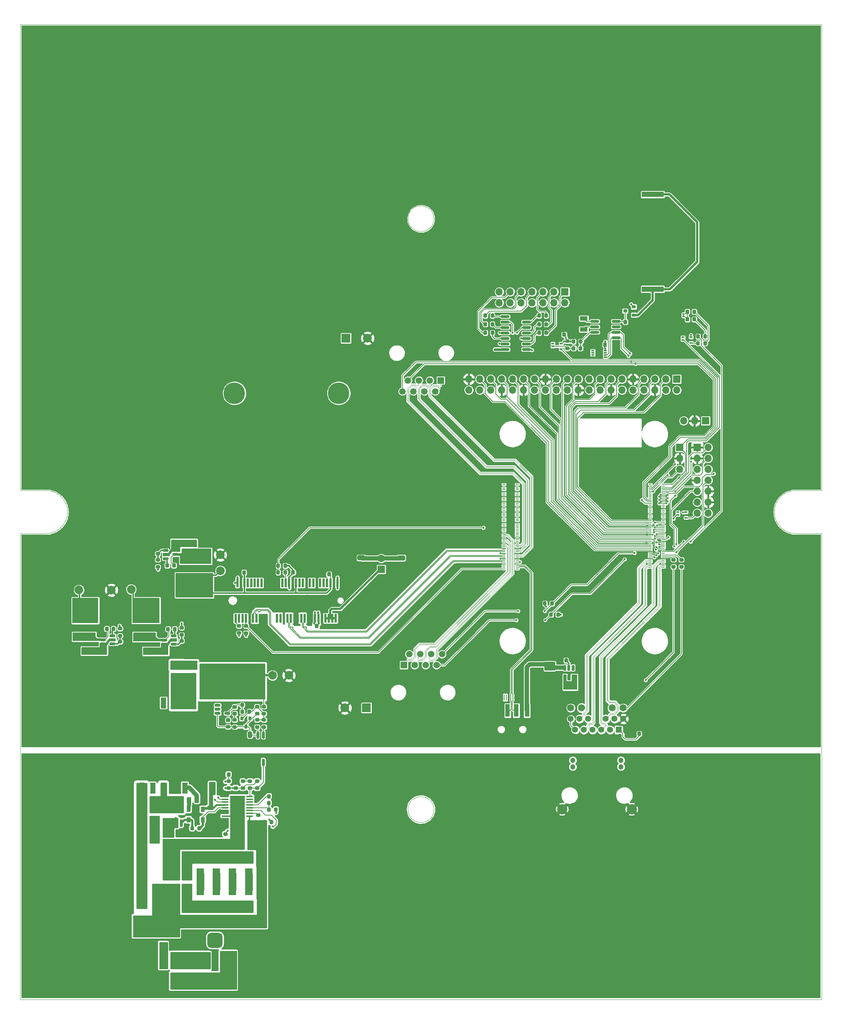
<source format=gbr>
G04 #@! TF.GenerationSoftware,KiCad,Pcbnew,5.99.0-unknown-c5c348538e~120~ubuntu20.04.1*
G04 #@! TF.CreationDate,2021-03-22T19:30:33-05:00*
G04 #@! TF.ProjectId,AP3000,41503330-3030-42e6-9b69-6361645f7063,rev?*
G04 #@! TF.SameCoordinates,Original*
G04 #@! TF.FileFunction,Copper,L1,Top*
G04 #@! TF.FilePolarity,Positive*
%FSLAX46Y46*%
G04 Gerber Fmt 4.6, Leading zero omitted, Abs format (unit mm)*
G04 Created by KiCad (PCBNEW 5.99.0-unknown-c5c348538e~120~ubuntu20.04.1) date 2021-03-22 19:30:33*
%MOMM*%
%LPD*%
G01*
G04 APERTURE LIST*
G04 Aperture macros list*
%AMRoundRect*
0 Rectangle with rounded corners*
0 $1 Rounding radius*
0 $2 $3 $4 $5 $6 $7 $8 $9 X,Y pos of 4 corners*
0 Add a 4 corners polygon primitive as box body*
4,1,4,$2,$3,$4,$5,$6,$7,$8,$9,$2,$3,0*
0 Add four circle primitives for the rounded corners*
1,1,$1+$1,$2,$3*
1,1,$1+$1,$4,$5*
1,1,$1+$1,$6,$7*
1,1,$1+$1,$8,$9*
0 Add four rect primitives between the rounded corners*
20,1,$1+$1,$2,$3,$4,$5,0*
20,1,$1+$1,$4,$5,$6,$7,0*
20,1,$1+$1,$6,$7,$8,$9,0*
20,1,$1+$1,$8,$9,$2,$3,0*%
G04 Aperture macros list end*
G04 #@! TA.AperFunction,Profile*
%ADD10C,0.100000*%
G04 #@! TD*
G04 #@! TA.AperFunction,Profile*
%ADD11C,0.001000*%
G04 #@! TD*
G04 #@! TA.AperFunction,ComponentPad*
%ADD12R,3.500000X3.500000*%
G04 #@! TD*
G04 #@! TA.AperFunction,ComponentPad*
%ADD13RoundRect,0.750000X0.750000X1.000000X-0.750000X1.000000X-0.750000X-1.000000X0.750000X-1.000000X0*%
G04 #@! TD*
G04 #@! TA.AperFunction,ComponentPad*
%ADD14RoundRect,0.875000X0.875000X0.875000X-0.875000X0.875000X-0.875000X-0.875000X0.875000X-0.875000X0*%
G04 #@! TD*
G04 #@! TA.AperFunction,ComponentPad*
%ADD15R,1.700000X1.700000*%
G04 #@! TD*
G04 #@! TA.AperFunction,ComponentPad*
%ADD16O,1.700000X1.700000*%
G04 #@! TD*
G04 #@! TA.AperFunction,SMDPad,CuDef*
%ADD17R,1.100000X3.000000*%
G04 #@! TD*
G04 #@! TA.AperFunction,SMDPad,CuDef*
%ADD18R,3.000000X7.000000*%
G04 #@! TD*
G04 #@! TA.AperFunction,WasherPad*
%ADD19C,5.000000*%
G04 #@! TD*
G04 #@! TA.AperFunction,SMDPad,CuDef*
%ADD20R,0.600000X2.000000*%
G04 #@! TD*
G04 #@! TA.AperFunction,SMDPad,CuDef*
%ADD21R,2.300000X3.200000*%
G04 #@! TD*
G04 #@! TA.AperFunction,SMDPad,CuDef*
%ADD22RoundRect,0.200000X-0.200000X-0.275000X0.200000X-0.275000X0.200000X0.275000X-0.200000X0.275000X0*%
G04 #@! TD*
G04 #@! TA.AperFunction,SMDPad,CuDef*
%ADD23RoundRect,0.200000X-0.275000X0.200000X-0.275000X-0.200000X0.275000X-0.200000X0.275000X0.200000X0*%
G04 #@! TD*
G04 #@! TA.AperFunction,SMDPad,CuDef*
%ADD24RoundRect,0.225000X0.250000X-0.225000X0.250000X0.225000X-0.250000X0.225000X-0.250000X-0.225000X0*%
G04 #@! TD*
G04 #@! TA.AperFunction,SMDPad,CuDef*
%ADD25RoundRect,0.200000X0.200000X0.275000X-0.200000X0.275000X-0.200000X-0.275000X0.200000X-0.275000X0*%
G04 #@! TD*
G04 #@! TA.AperFunction,ComponentPad*
%ADD26R,2.032000X2.032000*%
G04 #@! TD*
G04 #@! TA.AperFunction,ComponentPad*
%ADD27C,2.032000*%
G04 #@! TD*
G04 #@! TA.AperFunction,ComponentPad*
%ADD28C,4.800000*%
G04 #@! TD*
G04 #@! TA.AperFunction,ConnectorPad*
%ADD29C,7.400000*%
G04 #@! TD*
G04 #@! TA.AperFunction,SMDPad,CuDef*
%ADD30RoundRect,0.250000X-1.025000X0.787500X-1.025000X-0.787500X1.025000X-0.787500X1.025000X0.787500X0*%
G04 #@! TD*
G04 #@! TA.AperFunction,SMDPad,CuDef*
%ADD31R,1.800000X2.500000*%
G04 #@! TD*
G04 #@! TA.AperFunction,SMDPad,CuDef*
%ADD32RoundRect,0.250000X-0.475000X0.250000X-0.475000X-0.250000X0.475000X-0.250000X0.475000X0.250000X0*%
G04 #@! TD*
G04 #@! TA.AperFunction,ComponentPad*
%ADD33C,2.900000*%
G04 #@! TD*
G04 #@! TA.AperFunction,ConnectorPad*
%ADD34C,5.000000*%
G04 #@! TD*
G04 #@! TA.AperFunction,SMDPad,CuDef*
%ADD35RoundRect,0.200000X0.275000X-0.200000X0.275000X0.200000X-0.275000X0.200000X-0.275000X-0.200000X0*%
G04 #@! TD*
G04 #@! TA.AperFunction,SMDPad,CuDef*
%ADD36RoundRect,0.250000X1.100000X-0.325000X1.100000X0.325000X-1.100000X0.325000X-1.100000X-0.325000X0*%
G04 #@! TD*
G04 #@! TA.AperFunction,SMDPad,CuDef*
%ADD37RoundRect,0.150000X0.825000X0.150000X-0.825000X0.150000X-0.825000X-0.150000X0.825000X-0.150000X0*%
G04 #@! TD*
G04 #@! TA.AperFunction,SMDPad,CuDef*
%ADD38RoundRect,0.150000X-0.150000X0.662500X-0.150000X-0.662500X0.150000X-0.662500X0.150000X0.662500X0*%
G04 #@! TD*
G04 #@! TA.AperFunction,SMDPad,CuDef*
%ADD39R,0.900000X0.800000*%
G04 #@! TD*
G04 #@! TA.AperFunction,SMDPad,CuDef*
%ADD40RoundRect,0.250000X-0.250000X-0.475000X0.250000X-0.475000X0.250000X0.475000X-0.250000X0.475000X0*%
G04 #@! TD*
G04 #@! TA.AperFunction,SMDPad,CuDef*
%ADD41R,0.900000X1.200000*%
G04 #@! TD*
G04 #@! TA.AperFunction,ComponentPad*
%ADD42C,2.000000*%
G04 #@! TD*
G04 #@! TA.AperFunction,SMDPad,CuDef*
%ADD43R,5.100000X1.900000*%
G04 #@! TD*
G04 #@! TA.AperFunction,SMDPad,CuDef*
%ADD44RoundRect,0.225000X-0.225000X-0.250000X0.225000X-0.250000X0.225000X0.250000X-0.225000X0.250000X0*%
G04 #@! TD*
G04 #@! TA.AperFunction,SMDPad,CuDef*
%ADD45RoundRect,0.225000X0.225000X0.250000X-0.225000X0.250000X-0.225000X-0.250000X0.225000X-0.250000X0*%
G04 #@! TD*
G04 #@! TA.AperFunction,SMDPad,CuDef*
%ADD46RoundRect,0.250000X-0.262500X-0.450000X0.262500X-0.450000X0.262500X0.450000X-0.262500X0.450000X0*%
G04 #@! TD*
G04 #@! TA.AperFunction,SMDPad,CuDef*
%ADD47RoundRect,0.250000X-0.325000X-1.100000X0.325000X-1.100000X0.325000X1.100000X-0.325000X1.100000X0*%
G04 #@! TD*
G04 #@! TA.AperFunction,SMDPad,CuDef*
%ADD48R,0.800000X0.900000*%
G04 #@! TD*
G04 #@! TA.AperFunction,SMDPad,CuDef*
%ADD49RoundRect,0.150000X0.512500X0.150000X-0.512500X0.150000X-0.512500X-0.150000X0.512500X-0.150000X0*%
G04 #@! TD*
G04 #@! TA.AperFunction,SMDPad,CuDef*
%ADD50RoundRect,0.150000X0.150000X-0.725000X0.150000X0.725000X-0.150000X0.725000X-0.150000X-0.725000X0*%
G04 #@! TD*
G04 #@! TA.AperFunction,SMDPad,CuDef*
%ADD51RoundRect,0.218750X0.218750X0.256250X-0.218750X0.256250X-0.218750X-0.256250X0.218750X-0.256250X0*%
G04 #@! TD*
G04 #@! TA.AperFunction,ComponentPad*
%ADD52R,1.500000X1.500000*%
G04 #@! TD*
G04 #@! TA.AperFunction,ComponentPad*
%ADD53C,1.500000*%
G04 #@! TD*
G04 #@! TA.AperFunction,SMDPad,CuDef*
%ADD54R,2.500000X1.800000*%
G04 #@! TD*
G04 #@! TA.AperFunction,SMDPad,CuDef*
%ADD55R,1.800000X1.000000*%
G04 #@! TD*
G04 #@! TA.AperFunction,SMDPad,CuDef*
%ADD56RoundRect,0.250000X-1.100000X0.325000X-1.100000X-0.325000X1.100000X-0.325000X1.100000X0.325000X0*%
G04 #@! TD*
G04 #@! TA.AperFunction,SMDPad,CuDef*
%ADD57RoundRect,0.150000X-0.512500X-0.150000X0.512500X-0.150000X0.512500X0.150000X-0.512500X0.150000X0*%
G04 #@! TD*
G04 #@! TA.AperFunction,SMDPad,CuDef*
%ADD58R,1.500000X2.400000*%
G04 #@! TD*
G04 #@! TA.AperFunction,SMDPad,CuDef*
%ADD59R,1.500000X1.050000*%
G04 #@! TD*
G04 #@! TA.AperFunction,SMDPad,CuDef*
%ADD60RoundRect,0.250000X1.950000X1.000000X-1.950000X1.000000X-1.950000X-1.000000X1.950000X-1.000000X0*%
G04 #@! TD*
G04 #@! TA.AperFunction,SMDPad,CuDef*
%ADD61RoundRect,0.250000X0.475000X-0.250000X0.475000X0.250000X-0.475000X0.250000X-0.475000X-0.250000X0*%
G04 #@! TD*
G04 #@! TA.AperFunction,SMDPad,CuDef*
%ADD62R,0.750000X0.300000*%
G04 #@! TD*
G04 #@! TA.AperFunction,SMDPad,CuDef*
%ADD63R,1.300000X1.500000*%
G04 #@! TD*
G04 #@! TA.AperFunction,SMDPad,CuDef*
%ADD64RoundRect,0.250000X-1.425000X0.362500X-1.425000X-0.362500X1.425000X-0.362500X1.425000X0.362500X0*%
G04 #@! TD*
G04 #@! TA.AperFunction,SMDPad,CuDef*
%ADD65RoundRect,0.250000X0.650000X-0.325000X0.650000X0.325000X-0.650000X0.325000X-0.650000X-0.325000X0*%
G04 #@! TD*
G04 #@! TA.AperFunction,SMDPad,CuDef*
%ADD66R,2.000000X5.300000*%
G04 #@! TD*
G04 #@! TA.AperFunction,SMDPad,CuDef*
%ADD67RoundRect,0.150000X0.150000X-0.512500X0.150000X0.512500X-0.150000X0.512500X-0.150000X-0.512500X0*%
G04 #@! TD*
G04 #@! TA.AperFunction,SMDPad,CuDef*
%ADD68RoundRect,0.250000X0.325000X1.100000X-0.325000X1.100000X-0.325000X-1.100000X0.325000X-1.100000X0*%
G04 #@! TD*
G04 #@! TA.AperFunction,SMDPad,CuDef*
%ADD69R,0.700000X0.200000*%
G04 #@! TD*
G04 #@! TA.AperFunction,ComponentPad*
%ADD70R,1.398000X1.398000*%
G04 #@! TD*
G04 #@! TA.AperFunction,ComponentPad*
%ADD71C,1.398000*%
G04 #@! TD*
G04 #@! TA.AperFunction,ComponentPad*
%ADD72C,1.200000*%
G04 #@! TD*
G04 #@! TA.AperFunction,ComponentPad*
%ADD73C,1.650000*%
G04 #@! TD*
G04 #@! TA.AperFunction,ComponentPad*
%ADD74C,2.362500*%
G04 #@! TD*
G04 #@! TA.AperFunction,SMDPad,CuDef*
%ADD75RoundRect,0.225000X-0.250000X0.225000X-0.250000X-0.225000X0.250000X-0.225000X0.250000X0.225000X0*%
G04 #@! TD*
G04 #@! TA.AperFunction,SMDPad,CuDef*
%ADD76RoundRect,0.250000X0.250000X0.475000X-0.250000X0.475000X-0.250000X-0.475000X0.250000X-0.475000X0*%
G04 #@! TD*
G04 #@! TA.AperFunction,SMDPad,CuDef*
%ADD77RoundRect,0.250000X0.550000X-1.250000X0.550000X1.250000X-0.550000X1.250000X-0.550000X-1.250000X0*%
G04 #@! TD*
G04 #@! TA.AperFunction,SMDPad,CuDef*
%ADD78RoundRect,0.050000X0.050000X-0.232500X0.050000X0.232500X-0.050000X0.232500X-0.050000X-0.232500X0*%
G04 #@! TD*
G04 #@! TA.AperFunction,SMDPad,CuDef*
%ADD79RoundRect,0.033400X0.066600X-0.249100X0.066600X0.249100X-0.066600X0.249100X-0.066600X-0.249100X0*%
G04 #@! TD*
G04 #@! TA.AperFunction,SMDPad,CuDef*
%ADD80RoundRect,0.050050X0.124950X-0.232450X0.124950X0.232450X-0.124950X0.232450X-0.124950X-0.232450X0*%
G04 #@! TD*
G04 #@! TA.AperFunction,SMDPad,CuDef*
%ADD81R,4.860000X3.360000*%
G04 #@! TD*
G04 #@! TA.AperFunction,SMDPad,CuDef*
%ADD82R,1.400000X1.390000*%
G04 #@! TD*
G04 #@! TA.AperFunction,SMDPad,CuDef*
%ADD83R,0.650000X0.400000*%
G04 #@! TD*
G04 #@! TA.AperFunction,SMDPad,CuDef*
%ADD84R,1.300000X2.500000*%
G04 #@! TD*
G04 #@! TA.AperFunction,SMDPad,CuDef*
%ADD85R,5.080000X1.270000*%
G04 #@! TD*
G04 #@! TA.AperFunction,SMDPad,CuDef*
%ADD86C,17.800000*%
G04 #@! TD*
G04 #@! TA.AperFunction,SMDPad,CuDef*
%ADD87RoundRect,0.250000X0.312500X0.625000X-0.312500X0.625000X-0.312500X-0.625000X0.312500X-0.625000X0*%
G04 #@! TD*
G04 #@! TA.AperFunction,SMDPad,CuDef*
%ADD88RoundRect,0.150000X-0.825000X-0.150000X0.825000X-0.150000X0.825000X0.150000X-0.825000X0.150000X0*%
G04 #@! TD*
G04 #@! TA.AperFunction,SMDPad,CuDef*
%ADD89RoundRect,0.100000X0.687500X0.100000X-0.687500X0.100000X-0.687500X-0.100000X0.687500X-0.100000X0*%
G04 #@! TD*
G04 #@! TA.AperFunction,ComponentPad*
%ADD90C,0.500000*%
G04 #@! TD*
G04 #@! TA.AperFunction,SMDPad,CuDef*
%ADD91R,3.400000X5.000000*%
G04 #@! TD*
G04 #@! TA.AperFunction,ViaPad*
%ADD92C,0.500000*%
G04 #@! TD*
G04 #@! TA.AperFunction,Conductor*
%ADD93C,0.203200*%
G04 #@! TD*
G04 #@! TA.AperFunction,Conductor*
%ADD94C,0.508000*%
G04 #@! TD*
G04 #@! TA.AperFunction,Conductor*
%ADD95C,2.032000*%
G04 #@! TD*
G04 #@! TA.AperFunction,Conductor*
%ADD96C,0.304800*%
G04 #@! TD*
G04 #@! TA.AperFunction,Conductor*
%ADD97C,0.101600*%
G04 #@! TD*
G04 #@! TA.AperFunction,Conductor*
%ADD98C,1.016000*%
G04 #@! TD*
G04 #@! TA.AperFunction,Conductor*
%ADD99C,1.778000*%
G04 #@! TD*
G04 #@! TA.AperFunction,Conductor*
%ADD100C,0.406400*%
G04 #@! TD*
G04 #@! TA.AperFunction,Conductor*
%ADD101C,0.609600*%
G04 #@! TD*
G04 #@! TA.AperFunction,Conductor*
%ADD102C,0.914400*%
G04 #@! TD*
G04 #@! TA.AperFunction,Conductor*
%ADD103C,0.152400*%
G04 #@! TD*
G04 #@! TA.AperFunction,Conductor*
%ADD104C,0.127000*%
G04 #@! TD*
G04 #@! TA.AperFunction,Conductor*
%ADD105C,0.131318*%
G04 #@! TD*
G04 #@! TA.AperFunction,Conductor*
%ADD106C,0.254000*%
G04 #@! TD*
G04 APERTURE END LIST*
D10*
X186000000Y0D02*
X186000000Y-108000000D01*
X6000000Y-118000000D02*
X0Y-118000000D01*
X180000000Y-108000000D02*
X186000000Y-108000000D01*
X186000000Y-118000000D02*
X186000000Y-226000000D01*
X0Y-226000000D02*
X0Y-118000000D01*
D11*
X96000000Y-45000000D02*
G75*
G03*
X96000000Y-45000000I-3000000J0D01*
G01*
X96000000Y-181992000D02*
G75*
G03*
X96000000Y-181992000I-3000000J0D01*
G01*
D10*
X6000000Y-108000000D02*
X0Y-108000000D01*
X0Y0D02*
X186000000Y0D01*
X180000000Y-118000000D02*
X186000000Y-118000000D01*
X0Y-108000000D02*
X0Y0D01*
X0Y-226000000D02*
X186000000Y-226000000D01*
X6000000Y-108000000D02*
G75*
G02*
X6000000Y-118000000I0J-5000000D01*
G01*
X180000000Y-118000000D02*
G75*
G02*
X180000000Y-108000000I0J5000000D01*
G01*
D12*
X42205999Y-217028000D03*
D13*
X48205999Y-217028000D03*
D14*
X45205999Y-212328000D03*
D15*
X159020000Y-91850000D03*
D16*
X156480000Y-91850000D03*
X153940000Y-91850000D03*
D17*
X117599799Y-159003800D03*
X115099799Y-159003800D03*
X113099799Y-159003800D03*
X110599799Y-159003800D03*
D18*
X121599799Y-161703800D03*
X106599799Y-161703800D03*
D19*
X49689996Y-85459995D03*
X73889996Y-85459995D03*
D20*
X49989996Y-137609995D03*
X50389996Y-129409995D03*
X50789996Y-137609995D03*
X51189996Y-129409995D03*
X51589996Y-137609995D03*
X51989996Y-129409995D03*
X52389996Y-137609995D03*
X52789996Y-129409995D03*
X53189996Y-137609995D03*
X53589996Y-129409995D03*
X53989996Y-137609995D03*
X54389996Y-129409995D03*
X54789996Y-137609995D03*
X55189996Y-129409995D03*
X55589996Y-137609995D03*
X55989996Y-129409995D03*
X59589996Y-137609995D03*
X59989996Y-129409995D03*
X60389996Y-137609995D03*
X60789996Y-129409995D03*
X61189996Y-137609995D03*
X61589996Y-129409995D03*
X61989996Y-137609995D03*
X62389996Y-129409995D03*
X62789996Y-137609995D03*
X63189996Y-129409995D03*
X63589996Y-137609995D03*
X63989996Y-129409995D03*
X64389996Y-137609995D03*
X64789996Y-129409995D03*
X65189996Y-137609995D03*
X65589996Y-129409995D03*
X65989996Y-137609995D03*
X66389996Y-129409995D03*
X66789996Y-137609995D03*
X67189996Y-129409995D03*
X67589996Y-137609995D03*
X67989996Y-129409995D03*
X68389996Y-137609995D03*
X68789996Y-129409995D03*
X69189996Y-137609995D03*
X69589996Y-129409995D03*
X69989996Y-137609995D03*
X70389996Y-129409995D03*
X70789996Y-137609995D03*
X71189996Y-129409995D03*
X71589996Y-137609995D03*
X71989996Y-129409995D03*
X72389996Y-137609995D03*
X72789996Y-129409995D03*
X73189996Y-137609995D03*
X73589996Y-129409995D03*
D21*
X47139996Y-137009995D03*
X76439996Y-137009995D03*
D22*
X57680000Y-180468000D03*
X59330000Y-180468000D03*
D23*
X23148200Y-140010800D03*
X23148200Y-141660800D03*
D24*
X49996000Y-176988000D03*
X49996000Y-175438000D03*
D25*
X130043600Y-73490800D03*
X128393600Y-73490800D03*
D26*
X75590000Y-72710000D03*
D27*
X80588720Y-72710000D03*
D28*
X18500000Y-192500000D03*
D29*
X18500000Y-192500000D03*
D30*
X122870000Y-148717500D03*
X122870000Y-154942500D03*
D23*
X23148200Y-143058800D03*
X23148200Y-144708800D03*
D22*
X56664000Y-184913000D03*
X58314000Y-184913000D03*
D31*
X33221001Y-210122999D03*
X33221001Y-214122999D03*
D32*
X29266000Y-145482000D03*
X29266000Y-147382000D03*
D33*
X170000000Y-113000000D03*
D34*
X170000000Y-113000000D03*
D35*
X49764600Y-162843200D03*
X49764600Y-161193200D03*
D36*
X53221800Y-149431000D03*
X53221800Y-146481000D03*
D37*
X117445000Y-75295000D03*
X117445000Y-74025000D03*
X117445000Y-72755000D03*
X117445000Y-71485000D03*
X117445000Y-70215000D03*
X117445000Y-68945000D03*
X117445000Y-67675000D03*
X112495000Y-67675000D03*
X112495000Y-68945000D03*
X112495000Y-70215000D03*
X112495000Y-71485000D03*
X112495000Y-72755000D03*
X112495000Y-74025000D03*
X112495000Y-75295000D03*
D32*
X17070000Y-145529799D03*
X17070000Y-147429799D03*
D25*
X53155000Y-157725600D03*
X51505000Y-157725600D03*
D38*
X56405301Y-164693600D03*
X55135301Y-164693600D03*
X55135301Y-171068600D03*
X56405301Y-171068600D03*
D15*
X126400000Y-61960000D03*
D16*
X126400000Y-64500000D03*
X123860000Y-61960000D03*
X123860000Y-64500000D03*
X121320000Y-61960000D03*
X121320000Y-64500000D03*
X118780000Y-61960000D03*
X118780000Y-64500000D03*
X116240000Y-61960000D03*
X116240000Y-64500000D03*
X113700000Y-61960000D03*
X113700000Y-64500000D03*
X111160000Y-61960000D03*
X111160000Y-64500000D03*
D39*
X142376500Y-67332100D03*
X142376500Y-65432100D03*
X140376500Y-66382100D03*
D23*
X48345000Y-175388000D03*
X48345000Y-177038000D03*
D22*
X51505000Y-159275000D03*
X53155000Y-159275000D03*
D34*
X174000000Y-18000000D03*
D33*
X174000000Y-18000000D03*
D31*
X41738802Y-196942057D03*
X41738802Y-192942057D03*
D40*
X117540000Y-154091112D03*
X119440000Y-154091112D03*
D41*
X42350600Y-181951400D03*
X39050600Y-181951400D03*
D42*
X25739000Y-130938000D03*
D43*
X40470999Y-123902203D03*
X40470999Y-128102203D03*
D44*
X34285800Y-140139000D03*
X35835800Y-140139000D03*
D41*
X42349600Y-184355400D03*
X39049600Y-184355400D03*
D31*
X53008802Y-196942057D03*
X53008802Y-192942057D03*
D15*
X83765000Y-126280000D03*
D16*
X83765000Y-123740000D03*
D45*
X53145600Y-184913000D03*
X51595600Y-184913000D03*
D46*
X39137300Y-179782200D03*
X40962300Y-179782200D03*
D47*
X31706200Y-134494000D03*
X34656200Y-134494000D03*
D32*
X127069799Y-153643799D03*
X127069799Y-155543799D03*
D48*
X53305400Y-160815000D03*
X51405400Y-160815000D03*
X52355400Y-162815000D03*
D31*
X49258802Y-196942057D03*
X49258802Y-192942057D03*
D25*
X41524600Y-186310000D03*
X39874600Y-186310000D03*
D34*
X169500000Y-221000000D03*
D33*
X169500000Y-221000000D03*
D23*
X52390000Y-139420000D03*
X52390000Y-141070000D03*
D34*
X93000000Y-221000000D03*
D33*
X93000000Y-221000000D03*
D43*
X28787000Y-141978800D03*
X28787000Y-137778800D03*
D25*
X158948800Y-72289400D03*
X157298800Y-72289400D03*
D32*
X33388000Y-218380000D03*
X33388000Y-220280000D03*
D49*
X35995099Y-123804600D03*
X35995099Y-122854600D03*
X35995099Y-121904600D03*
X33720099Y-121904600D03*
X33720099Y-122854600D03*
X33720099Y-123804600D03*
D45*
X35645599Y-125394600D03*
X34095599Y-125394600D03*
D24*
X36127599Y-120096600D03*
X36127599Y-118546600D03*
D44*
X63305000Y-127001000D03*
X64855000Y-127001000D03*
D50*
X33536800Y-185125800D03*
X34806800Y-185125800D03*
X36076800Y-185125800D03*
X37346800Y-185125800D03*
X37346800Y-179975800D03*
X36076800Y-179975800D03*
X34806800Y-179975800D03*
X33536800Y-179975800D03*
D47*
X16415400Y-134494000D03*
X19365400Y-134494000D03*
D51*
X38083500Y-201423000D03*
X36508500Y-201423000D03*
D52*
X89000000Y-148480000D03*
D53*
X90270000Y-145940000D03*
X91540000Y-148480000D03*
X92810000Y-145940000D03*
X94080000Y-148480000D03*
X95350000Y-145940000D03*
X96620000Y-148480000D03*
X97890000Y-145940000D03*
D35*
X126932600Y-75065600D03*
X126932600Y-73415600D03*
D33*
X16000000Y-113000000D03*
D34*
X16000000Y-113000000D03*
D54*
X54441000Y-187503800D03*
X50441000Y-187503800D03*
D40*
X117540000Y-149953334D03*
X119440000Y-149953334D03*
D35*
X53331001Y-177038000D03*
X53331001Y-175388000D03*
D55*
X130777201Y-70654199D03*
X130777201Y-68154199D03*
D25*
X61494000Y-127010000D03*
X59844000Y-127010000D03*
D44*
X28901000Y-189099999D03*
X30451000Y-189099999D03*
D31*
X53008802Y-204581257D03*
X53008802Y-200581257D03*
D44*
X40534200Y-148718000D03*
X42084200Y-148718000D03*
D42*
X58505000Y-150877000D03*
D22*
X59849000Y-125477000D03*
X61499000Y-125477000D03*
D42*
X21141600Y-131115800D03*
D56*
X43112599Y-131411800D03*
X43112599Y-134361800D03*
D35*
X31936599Y-122663600D03*
X31936599Y-121013600D03*
D22*
X57689000Y-178923000D03*
X59339000Y-178923000D03*
D57*
X33364500Y-141729000D03*
X33364500Y-142679000D03*
X33364500Y-143629000D03*
X35639500Y-143629000D03*
X35639500Y-142679000D03*
X35639500Y-141729000D03*
D25*
X109565000Y-67460000D03*
X107915000Y-67460000D03*
D58*
X31327000Y-184602000D03*
D59*
X31327000Y-182227000D03*
D43*
X14740800Y-141953400D03*
X14740800Y-137753400D03*
D25*
X124811200Y-136780000D03*
X123161200Y-136780000D03*
D40*
X117540000Y-156168334D03*
X119440000Y-156160000D03*
D57*
X45756900Y-157791600D03*
X45756900Y-158741600D03*
X45756900Y-159691600D03*
X48031900Y-159691600D03*
X48031900Y-157791600D03*
D34*
X16500000Y-221000000D03*
D33*
X16500000Y-221000000D03*
D60*
X28804000Y-209932000D03*
X21404000Y-209932000D03*
D44*
X128434800Y-75032600D03*
X129984800Y-75032600D03*
D25*
X59330000Y-181992000D03*
X57680000Y-181992000D03*
D35*
X153424800Y-125717800D03*
X153424800Y-124067800D03*
D25*
X109565000Y-69460000D03*
X107915000Y-69460000D03*
D61*
X38439000Y-199746600D03*
X38439000Y-197846600D03*
D51*
X37956500Y-196216000D03*
X36381500Y-196216000D03*
D44*
X48345000Y-173864000D03*
X49895000Y-173864000D03*
D36*
X43334998Y-169725600D03*
X43334998Y-166775600D03*
D62*
X132860000Y-75572000D03*
X132860000Y-76072000D03*
X132860000Y-76572000D03*
X132860000Y-77072000D03*
X135760000Y-77072000D03*
X135760000Y-76572000D03*
X135760000Y-76072000D03*
X135760000Y-75572000D03*
D63*
X134310000Y-76322000D03*
D22*
X121738800Y-134189200D03*
X123388800Y-134189200D03*
D64*
X37118200Y-148168500D03*
X37118200Y-154093500D03*
D22*
X120415000Y-71460000D03*
X122065000Y-71460000D03*
D65*
X88400800Y-123650000D03*
X88400800Y-120700000D03*
D35*
X31936599Y-125711600D03*
X31936599Y-124061600D03*
D61*
X36280000Y-199746600D03*
X36280000Y-197846600D03*
D44*
X140394000Y-68936600D03*
X141944000Y-68936600D03*
D35*
X56519800Y-159754400D03*
X56519800Y-158104400D03*
D15*
X152350000Y-82190000D03*
D16*
X152350000Y-84730000D03*
X149810000Y-82190000D03*
X149810000Y-84730000D03*
X147270000Y-82190000D03*
X147270000Y-84730000D03*
X144730000Y-82190000D03*
X144730000Y-84730000D03*
X142190000Y-82190000D03*
X142190000Y-84730000D03*
X139650000Y-82190000D03*
X139650000Y-84730000D03*
X137110000Y-82190000D03*
X137110000Y-84730000D03*
X134570000Y-82190000D03*
X134570000Y-84730000D03*
X132030000Y-82190000D03*
X132030000Y-84730000D03*
X129490000Y-82190000D03*
X129490000Y-84730000D03*
X126950000Y-82190000D03*
X126950000Y-84730000D03*
X124410000Y-82190000D03*
X124410000Y-84730000D03*
X121870000Y-82190000D03*
X121870000Y-84730000D03*
X119330000Y-82190000D03*
X119330000Y-84730000D03*
X116790000Y-82190000D03*
X116790000Y-84730000D03*
X114250000Y-82190000D03*
X114250000Y-84730000D03*
X111710000Y-82190000D03*
X111710000Y-84730000D03*
X109170000Y-82190000D03*
X109170000Y-84730000D03*
X106630000Y-82190000D03*
X106630000Y-84730000D03*
X104090000Y-82190000D03*
X104090000Y-84730000D03*
D24*
X49764600Y-159732200D03*
X49764600Y-158182200D03*
D42*
X46424000Y-122937000D03*
D32*
X35645000Y-218380000D03*
X35645000Y-220280000D03*
D56*
X43112600Y-155879000D03*
X43112600Y-158829000D03*
D23*
X50758000Y-139415000D03*
X50758000Y-141065000D03*
D31*
X45468803Y-204581257D03*
X45468803Y-200581257D03*
D23*
X37423000Y-139822000D03*
X37423000Y-141472000D03*
D66*
X31708000Y-201931000D03*
X28208000Y-201931000D03*
D67*
X126374799Y-151391300D03*
X127324799Y-151391300D03*
X128274799Y-151391300D03*
X128274799Y-149116300D03*
X127324799Y-149116300D03*
X126374799Y-149116300D03*
D22*
X120415000Y-69460000D03*
X122065000Y-69460000D03*
D28*
X18500000Y-33500000D03*
D29*
X18500000Y-33500000D03*
D46*
X28740000Y-187326000D03*
X30565000Y-187326000D03*
D24*
X86394200Y-123762800D03*
X86394200Y-122212800D03*
D33*
X93000000Y-5000000D03*
D34*
X93000000Y-5000000D03*
D68*
X13091600Y-134494000D03*
X10141600Y-134494000D03*
D44*
X68779000Y-139447000D03*
X70329000Y-139447000D03*
D69*
X149239990Y-126185002D03*
X146159990Y-126185002D03*
X149239990Y-125785002D03*
X146159990Y-125785002D03*
X149239990Y-125385002D03*
X146159990Y-125385002D03*
X149239990Y-124985002D03*
X146159990Y-124985002D03*
X149239990Y-124585002D03*
X146159990Y-124585002D03*
X149239990Y-124185002D03*
X146159990Y-124185002D03*
X149239990Y-123785002D03*
X146159990Y-123785002D03*
X149239990Y-123385002D03*
X146159990Y-123385002D03*
X149239990Y-122985002D03*
X146159990Y-122985002D03*
X149239990Y-122585002D03*
X146159990Y-122585002D03*
X149239990Y-122185002D03*
X146159990Y-122185002D03*
X149239990Y-121785002D03*
X146159990Y-121785002D03*
X149239990Y-121385002D03*
X146159990Y-121385002D03*
X149239990Y-120985002D03*
X146159990Y-120985002D03*
X149239990Y-120585002D03*
X146159990Y-120585002D03*
X149239990Y-120185002D03*
X146159990Y-120185002D03*
X149239990Y-119785002D03*
X146159990Y-119785002D03*
X149239990Y-119385002D03*
X146159990Y-119385002D03*
X149239990Y-118985002D03*
X146159990Y-118985002D03*
X149239990Y-118585002D03*
X146159990Y-118585002D03*
X149239990Y-118185002D03*
X146159990Y-118185002D03*
X149239990Y-117785002D03*
X146159990Y-117785002D03*
X149239990Y-117385002D03*
X146159990Y-117385002D03*
X149239990Y-116985002D03*
X146159990Y-116985002D03*
X149239990Y-116585002D03*
X146159990Y-116585002D03*
X149239990Y-116185002D03*
X146159990Y-116185002D03*
X149239990Y-115785002D03*
X146159990Y-115785002D03*
X149239990Y-115385002D03*
X146159990Y-115385002D03*
X149239990Y-114985002D03*
X146159990Y-114985002D03*
X149239990Y-114585002D03*
X146159990Y-114585002D03*
X149239990Y-114185002D03*
X146159990Y-114185002D03*
X149239990Y-113785002D03*
X146159990Y-113785002D03*
X149239990Y-113385002D03*
X146159990Y-113385002D03*
X149239990Y-112985002D03*
X146159990Y-112985002D03*
X149239990Y-112585002D03*
X146159990Y-112585002D03*
X149239990Y-112185002D03*
X146159990Y-112185002D03*
X149239990Y-111785002D03*
X146159990Y-111785002D03*
X149239990Y-111385002D03*
X146159990Y-111385002D03*
X149239990Y-110985002D03*
X146159990Y-110985002D03*
X149239990Y-110585002D03*
X146159990Y-110585002D03*
X149239990Y-110185002D03*
X146159990Y-110185002D03*
X149239990Y-109785002D03*
X146159990Y-109785002D03*
X149239990Y-109385002D03*
X146159990Y-109385002D03*
X149239990Y-108985002D03*
X146159990Y-108985002D03*
X149239990Y-108585002D03*
X146159990Y-108585002D03*
X149239990Y-108185002D03*
X146159990Y-108185002D03*
X149239990Y-107785002D03*
X146159990Y-107785002D03*
X149239990Y-107385002D03*
X146159990Y-107385002D03*
X149239990Y-106985002D03*
X146159990Y-106985002D03*
X149239990Y-106585002D03*
X146159990Y-106585002D03*
X115319990Y-126185002D03*
X112239990Y-126185002D03*
X115319990Y-125785002D03*
X112239990Y-125785002D03*
X115319990Y-125385002D03*
X112239990Y-125385002D03*
X115319990Y-124985002D03*
X112239990Y-124985002D03*
X115319990Y-124585002D03*
X112239990Y-124585002D03*
X115319990Y-124185002D03*
X112239990Y-124185002D03*
X115319990Y-123785002D03*
X112239990Y-123785002D03*
X115319990Y-123385002D03*
X112239990Y-123385002D03*
X115319990Y-122985002D03*
X112239990Y-122985002D03*
X115319990Y-122585002D03*
X112239990Y-122585002D03*
X115319990Y-122185002D03*
X112239990Y-122185002D03*
X115319990Y-121785002D03*
X112239990Y-121785002D03*
X115319990Y-121385002D03*
X112239990Y-121385002D03*
X115319990Y-120985002D03*
X112239990Y-120985002D03*
X115319990Y-120585002D03*
X112239990Y-120585002D03*
X115319990Y-120185002D03*
X112239990Y-120185002D03*
X115319990Y-119785002D03*
X112239990Y-119785002D03*
X115319990Y-119385002D03*
X112239990Y-119385002D03*
X115319990Y-118985002D03*
X112239990Y-118985002D03*
X115319990Y-118585002D03*
X112239990Y-118585002D03*
X115319990Y-118185002D03*
X112239990Y-118185002D03*
X115319990Y-117785002D03*
X112239990Y-117785002D03*
X115319990Y-117385002D03*
X112239990Y-117385002D03*
X115319990Y-116985002D03*
X112239990Y-116985002D03*
X115319990Y-116585002D03*
X112239990Y-116585002D03*
X115319990Y-116185002D03*
X112239990Y-116185002D03*
X115319990Y-115785002D03*
X112239990Y-115785002D03*
X115319990Y-115385002D03*
X112239990Y-115385002D03*
X115319990Y-114985002D03*
X112239990Y-114985002D03*
X115319990Y-114585002D03*
X112239990Y-114585002D03*
X115319990Y-114185002D03*
X112239990Y-114185002D03*
X115319990Y-113785002D03*
X112239990Y-113785002D03*
X115319990Y-113385002D03*
X112239990Y-113385002D03*
X115319990Y-112985002D03*
X112239990Y-112985002D03*
X115319990Y-112585002D03*
X112239990Y-112585002D03*
X115319990Y-112185002D03*
X112239990Y-112185002D03*
X115319990Y-111785002D03*
X112239990Y-111785002D03*
X115319990Y-111385002D03*
X112239990Y-111385002D03*
X115319990Y-110985002D03*
X112239990Y-110985002D03*
X115319990Y-110585002D03*
X112239990Y-110585002D03*
X115319990Y-110185002D03*
X112239990Y-110185002D03*
X115319990Y-109785002D03*
X112239990Y-109785002D03*
X115319990Y-109385002D03*
X112239990Y-109385002D03*
X115319990Y-108985002D03*
X112239990Y-108985002D03*
X115319990Y-108585002D03*
X112239990Y-108585002D03*
X115319990Y-108185002D03*
X112239990Y-108185002D03*
X115319990Y-107785002D03*
X112239990Y-107785002D03*
X115319990Y-107385002D03*
X112239990Y-107385002D03*
X115319990Y-106985002D03*
X112239990Y-106985002D03*
X115319990Y-106585002D03*
X112239990Y-106585002D03*
D45*
X135673800Y-74218000D03*
X134123800Y-74218000D03*
D33*
X174000000Y-208000000D03*
D34*
X174000000Y-208000000D03*
D44*
X126224400Y-71886600D03*
X127774400Y-71886600D03*
D32*
X14944000Y-145532800D03*
X14944000Y-147432800D03*
D70*
X138930000Y-163500000D03*
D71*
X136898000Y-163500000D03*
X134866000Y-163500000D03*
X132834000Y-163500000D03*
X130802000Y-163500000D03*
X128770000Y-163500000D03*
X139946000Y-160960000D03*
X137914000Y-160960000D03*
X135882000Y-160960000D03*
X131818000Y-160960000D03*
X129786000Y-160960000D03*
X127754000Y-160960000D03*
D72*
X139438000Y-170610000D03*
X128262000Y-170610000D03*
X139438000Y-172100000D03*
X128262000Y-172100000D03*
D73*
X139946000Y-158420000D03*
X137406000Y-158420000D03*
X130294000Y-158420000D03*
X127754000Y-158420000D03*
D74*
X141915000Y-181915000D03*
X125785000Y-181915000D03*
D40*
X117540000Y-151988891D03*
X119440000Y-152022224D03*
D75*
X33232000Y-145437000D03*
X33232000Y-146987000D03*
D65*
X79129800Y-123624600D03*
X79129800Y-120674600D03*
D68*
X28103000Y-183770000D03*
X25153000Y-183770000D03*
D15*
X153040000Y-98010000D03*
D16*
X153040000Y-100550000D03*
X153040000Y-103090000D03*
D23*
X47583000Y-187644000D03*
X47583000Y-189294000D03*
D57*
X19140500Y-141661800D03*
X19140500Y-142611800D03*
X19140500Y-143561800D03*
X21415500Y-143561800D03*
X21415500Y-142611800D03*
X21415500Y-141661800D03*
D68*
X36943999Y-130955203D03*
X33993999Y-130955203D03*
D61*
X38032599Y-120051600D03*
X38032599Y-118151600D03*
D24*
X81136400Y-123737400D03*
X81136400Y-122187400D03*
D45*
X51930001Y-127034001D03*
X50380001Y-127034001D03*
D26*
X80340000Y-158410000D03*
D27*
X75341280Y-158410000D03*
D75*
X19008000Y-145506800D03*
X19008000Y-147056800D03*
D33*
X169500000Y-5000000D03*
D34*
X169500000Y-5000000D03*
D76*
X53315399Y-164608700D03*
X51415399Y-164608700D03*
D35*
X56534200Y-162863400D03*
X56534200Y-161213400D03*
D44*
X20077800Y-140073800D03*
X21627800Y-140073800D03*
D15*
X157090000Y-98010000D03*
D16*
X159630000Y-98010000D03*
X157090000Y-100550000D03*
X159630000Y-100550000D03*
X157090000Y-103090000D03*
X159630000Y-103090000D03*
X157090000Y-105630000D03*
X159630000Y-105630000D03*
X157090000Y-108170000D03*
X159630000Y-108170000D03*
X157090000Y-110710000D03*
X159630000Y-110710000D03*
X157090000Y-113250000D03*
X159630000Y-113250000D03*
D35*
X54982901Y-162863400D03*
X54982901Y-161213400D03*
D33*
X12000000Y-18000000D03*
D34*
X12000000Y-18000000D03*
D36*
X49843600Y-149429200D03*
X49843600Y-146479200D03*
D24*
X51647000Y-176988000D03*
X51647000Y-175438000D03*
D68*
X26629800Y-134494000D03*
X23679800Y-134494000D03*
D52*
X97565000Y-82480000D03*
D53*
X96295000Y-85020000D03*
X95025000Y-82480000D03*
X93755000Y-85020000D03*
X92485000Y-82480000D03*
X91215000Y-85020000D03*
X89945000Y-82480000D03*
X88675000Y-85020000D03*
D77*
X44540000Y-177111600D03*
X44540000Y-172711600D03*
D78*
X112310010Y-156397503D03*
D79*
X112810010Y-156397503D03*
D80*
X113310010Y-156397503D03*
D78*
X113810010Y-156397503D03*
D79*
X114310010Y-156397503D03*
X114310010Y-155562503D03*
D78*
X113810010Y-155562503D03*
D80*
X113310010Y-155562503D03*
D78*
X112810010Y-155562503D03*
X112310010Y-155562503D03*
D22*
X126666400Y-147397200D03*
X128316400Y-147397200D03*
D81*
X44080200Y-152655000D03*
D82*
X40098200Y-153575000D03*
X40098200Y-151735000D03*
D32*
X31327000Y-145482000D03*
X31327000Y-147382000D03*
D68*
X28103000Y-180468000D03*
X25153000Y-180468000D03*
D42*
X46440000Y-126620000D03*
X13623200Y-131065000D03*
D51*
X35264000Y-222124000D03*
X33689000Y-222124000D03*
D35*
X55203000Y-184913000D03*
X55203000Y-183263000D03*
D31*
X45468803Y-196942057D03*
X45468803Y-192942057D03*
D23*
X37423000Y-142870000D03*
X37423000Y-144520000D03*
D83*
X152590000Y-113030000D03*
X152590000Y-113680000D03*
X152590000Y-114330000D03*
X154490000Y-114330000D03*
X154490000Y-113030000D03*
D84*
X28232000Y-177047400D03*
X30732000Y-177047400D03*
X33232000Y-177047400D03*
X35732000Y-177047400D03*
X38232000Y-177047400D03*
X38232000Y-157247400D03*
X35732000Y-157247400D03*
X33232000Y-157247400D03*
X30732000Y-157247400D03*
X28232000Y-157247400D03*
D85*
X146790000Y-61345000D03*
X146790000Y-39375000D03*
D86*
X146790000Y-50360000D03*
D87*
X37346800Y-187453000D03*
X34421800Y-187453000D03*
D45*
X71624400Y-127432800D03*
X70074400Y-127432800D03*
D31*
X41738802Y-204581257D03*
X41738802Y-200581257D03*
D22*
X120415000Y-67460000D03*
X122065000Y-67460000D03*
D29*
X167500000Y-192500000D03*
D28*
X167500000Y-192500000D03*
D36*
X46516200Y-149431000D03*
X46516200Y-146481000D03*
D44*
X143632800Y-164415200D03*
X145182800Y-164415200D03*
D88*
X133322200Y-68784200D03*
X133322200Y-70054200D03*
X133322200Y-71324200D03*
X133322200Y-72594200D03*
X138272200Y-72594200D03*
X138272200Y-71324200D03*
X138272200Y-70054200D03*
X138272200Y-68784200D03*
D32*
X44128600Y-181550000D03*
X44128600Y-183450000D03*
D83*
X153765000Y-72460000D03*
X153765000Y-73110000D03*
X153765000Y-73760000D03*
X155665000Y-73760000D03*
X155665000Y-72460000D03*
D51*
X35315000Y-216536000D03*
X33740000Y-216536000D03*
D36*
X29168000Y-134445000D03*
X29168000Y-131495000D03*
D56*
X39683599Y-131411800D03*
X39683599Y-134361800D03*
D89*
X53239488Y-183504991D03*
X53239488Y-182854991D03*
X53239488Y-182204991D03*
X53239488Y-181554991D03*
X53239488Y-180904991D03*
X53239488Y-180254991D03*
X53239488Y-179604991D03*
X53239488Y-178954991D03*
X47514488Y-178954991D03*
X47514488Y-179604991D03*
X47514488Y-180254991D03*
X47514488Y-180904991D03*
X47514488Y-181554991D03*
X47514488Y-182204991D03*
X47514488Y-182854991D03*
X47514488Y-183504991D03*
D90*
X51726988Y-179279991D03*
X49026988Y-181879991D03*
D91*
X50376988Y-181229991D03*
D90*
X50376988Y-180579991D03*
X51726988Y-181879991D03*
X50376988Y-179279991D03*
X50376988Y-183179991D03*
X51726988Y-183179991D03*
X49026988Y-180579991D03*
X51726988Y-180579991D03*
X50376988Y-181879991D03*
X49026988Y-179279991D03*
X49026988Y-183179991D03*
D25*
X158940000Y-73860000D03*
X157290000Y-73860000D03*
D24*
X48215200Y-162793200D03*
X48215200Y-161243200D03*
D83*
X123600000Y-73952400D03*
X123600000Y-74602400D03*
X123600000Y-75252400D03*
X125500000Y-75252400D03*
X125500000Y-73952400D03*
D29*
X167500000Y-33500000D03*
D28*
X167500000Y-33500000D03*
D51*
X156410000Y-68330000D03*
X154835000Y-68330000D03*
D35*
X151596000Y-125717800D03*
X151596000Y-124067800D03*
X54974400Y-177025800D03*
X54974400Y-175375800D03*
D31*
X49258802Y-204581257D03*
X49258802Y-200581257D03*
D42*
X62315000Y-150877000D03*
D61*
X40216999Y-120051600D03*
X40216999Y-118151600D03*
D33*
X12000000Y-208000000D03*
D34*
X12000000Y-208000000D03*
D51*
X156397500Y-66570000D03*
X154822500Y-66570000D03*
D35*
X54946200Y-159756600D03*
X54946200Y-158106600D03*
D33*
X16500000Y-5000000D03*
D34*
X16500000Y-5000000D03*
D25*
X109565000Y-71460000D03*
X107915000Y-71460000D03*
D92*
X150260000Y-124580000D03*
X107781000Y-157887400D03*
X153280000Y-122300000D03*
X107760000Y-128350000D03*
X164848851Y-167180800D03*
X154640000Y-106550000D03*
X65871000Y-126874000D03*
X84127103Y-167173800D03*
X141930000Y-88750000D03*
X9000400Y-134570200D03*
X157793600Y-115825000D03*
X145480000Y-107000000D03*
X29447400Y-157608000D03*
X130361600Y-156592000D03*
X35086188Y-137135591D03*
X153790000Y-108610000D03*
X150010000Y-115060000D03*
X138630000Y-124190000D03*
X27136000Y-157557200D03*
X67190000Y-138970000D03*
X155500000Y-131760000D03*
X145230000Y-120180000D03*
X145460000Y-116190000D03*
X171482745Y-167180800D03*
X150000000Y-114010000D03*
X111489400Y-122606800D03*
X125610000Y-154910000D03*
X124530000Y-91720000D03*
X134310000Y-76760000D03*
X111540200Y-167183800D03*
X67141000Y-136221200D03*
X49361000Y-145644600D03*
X151680000Y-115260000D03*
X55533200Y-146838400D03*
X120970000Y-150180000D03*
X48345000Y-139142200D03*
X89899400Y-120397000D03*
X91020000Y-80300000D03*
X127034200Y-156414200D03*
X115230000Y-132120000D03*
X132241200Y-147219400D03*
X620000Y-154080000D03*
X69046000Y-126874000D03*
X117680000Y-67100000D03*
X123980000Y-93550000D03*
X28228200Y-158776400D03*
X151581063Y-167180800D03*
X85530600Y-120625600D03*
X61197400Y-136322800D03*
X133917600Y-147219400D03*
X111489400Y-123800600D03*
X105388200Y-167183800D03*
X53200000Y-136050000D03*
X12023000Y-147448000D03*
X12023000Y-149861000D03*
X71823103Y-167173800D03*
X148141600Y-114859800D03*
X135543200Y-147219400D03*
X145423800Y-124994400D03*
X620000Y-135624000D03*
X128863000Y-159741600D03*
X46780901Y-167104600D03*
X37570200Y-167173800D03*
X20786000Y-134494000D03*
X658200Y-167173800D03*
X128532800Y-71916000D03*
X145170000Y-123410000D03*
X149978471Y-119838210D03*
X178116639Y-167180800D03*
X82000000Y-120625600D03*
X71611400Y-139701000D03*
X31276200Y-131166600D03*
X620000Y-147928000D03*
X131850000Y-77350000D03*
X49589600Y-126899400D03*
X146920000Y-121740000D03*
X130000000Y-153402500D03*
X129929800Y-148210000D03*
X120590000Y-156660000D03*
X145990000Y-126630000D03*
X151050000Y-105690000D03*
X137041800Y-147219400D03*
X52932901Y-167104600D03*
X134340000Y-75860000D03*
X72729000Y-126899400D03*
X6810200Y-167173800D03*
X130000000Y-145040000D03*
X133333400Y-74245200D03*
X147176400Y-124486400D03*
X116190000Y-67700000D03*
X620000Y-141776000D03*
X96260000Y-88930000D03*
X116110000Y-123860000D03*
X142223400Y-69952600D03*
X72805200Y-131928600D03*
X143315600Y-110313200D03*
X58911400Y-126899400D03*
X149081400Y-126600000D03*
X133816000Y-162637200D03*
X151270000Y-103510000D03*
X129752000Y-162383200D03*
X31936600Y-157582600D03*
X22259200Y-134519400D03*
X137130000Y-77320000D03*
X157107800Y-74981800D03*
X61190000Y-138888200D03*
X620000Y-129472000D03*
X620000Y-123320000D03*
X148530000Y-125000000D03*
X70290600Y-136170400D03*
X77975103Y-167173800D03*
X121050000Y-152150000D03*
X184750536Y-167180800D03*
X30819000Y-158751000D03*
X66607600Y-132385800D03*
X133892200Y-156617400D03*
X110600000Y-156950000D03*
X144947169Y-167180800D03*
X150072000Y-112878600D03*
X149970000Y-117760000D03*
X130000000Y-150615000D03*
X135721000Y-157684200D03*
X153120000Y-119570000D03*
X158214957Y-167180800D03*
X117692200Y-167183800D03*
X93080000Y-88940000D03*
X150060000Y-121650000D03*
X151660000Y-113570000D03*
X124980000Y-66710000D03*
X137549800Y-156541200D03*
X121060000Y-154100000D03*
X123480000Y-75872400D03*
X148465965Y-122079107D03*
X120880000Y-128680000D03*
X31418200Y-167173800D03*
X65671103Y-167173800D03*
X111413200Y-125096000D03*
X620000Y-160232000D03*
X77682000Y-120422400D03*
X25266200Y-167173800D03*
X56260000Y-137640000D03*
X44255600Y-146482800D03*
X145450000Y-118180000D03*
X63966000Y-136297400D03*
X63991400Y-138964400D03*
X59165400Y-178156600D03*
X117692200Y-169266600D03*
X43392000Y-184278000D03*
X158192422Y-169292000D03*
X84122233Y-169285000D03*
X25866000Y-185649600D03*
X171469044Y-169292000D03*
X35010000Y-175286400D03*
X65639734Y-169285000D03*
X565000Y-194251664D03*
X52866200Y-169215800D03*
X64664444Y-225460000D03*
X565000Y-219218328D03*
X151554111Y-169292000D03*
X25612000Y-182144400D03*
X46705367Y-169215800D03*
X48091000Y-185548000D03*
X45775799Y-173914800D03*
X53164394Y-225460000D03*
X45440000Y-170960000D03*
X565000Y-181768332D03*
X24414269Y-225460000D03*
X77961400Y-169285000D03*
X71800567Y-169285000D03*
X111540200Y-169266600D03*
X52536000Y-178054991D03*
X37529998Y-169285000D03*
X25688200Y-178639200D03*
X76164494Y-225460000D03*
X31369165Y-169285000D03*
X43311999Y-173914800D03*
X565000Y-169285000D03*
X565000Y-212976662D03*
X105388200Y-169266600D03*
X184745666Y-169292000D03*
X35914319Y-225460000D03*
X136103326Y-169285000D03*
X46821000Y-178436000D03*
X30164294Y-225460000D03*
X23859400Y-207925400D03*
X164830733Y-169292000D03*
X46567000Y-187961000D03*
X565000Y-175526666D03*
X25208332Y-169285000D03*
X58657400Y-180595000D03*
X565000Y-188009998D03*
X70414469Y-225460000D03*
X38312000Y-186437000D03*
X565000Y-225460000D03*
X144915800Y-169292000D03*
X12914219Y-225460000D03*
X48091000Y-178436000D03*
X58914419Y-225460000D03*
X565000Y-206734996D03*
X54542600Y-172060600D03*
X19871600Y-207925400D03*
X18664244Y-225460000D03*
X18500000Y-210008200D03*
X36584800Y-175286400D03*
X38312000Y-187961000D03*
X19871600Y-211760800D03*
X50326200Y-174651400D03*
X23834000Y-211760800D03*
X6725833Y-169285000D03*
X129942493Y-169285000D03*
X45678000Y-183262000D03*
X565000Y-200493330D03*
X43440000Y-170960000D03*
X178107355Y-169292000D03*
X47414369Y-225460000D03*
X41664344Y-225460000D03*
X7164194Y-225460000D03*
X33663788Y-215723191D03*
X59394000Y-182754000D03*
X45474800Y-198578200D03*
X45144600Y-199035400D03*
X45805000Y-199035400D03*
X53031300Y-198781257D03*
X52459800Y-198781400D03*
X53602800Y-198781400D03*
X29021100Y-144711000D03*
X56498400Y-148464000D03*
X30164100Y-144711000D03*
X56498400Y-155576000D03*
X46236800Y-148413200D03*
X42147400Y-154890200D03*
X49792800Y-148413200D03*
X51570800Y-148413200D03*
X46059000Y-153671000D03*
X43925400Y-154890200D03*
X31307100Y-144711000D03*
X46059000Y-151639000D03*
X14817000Y-144654000D03*
X42960200Y-152655000D03*
X40674200Y-120854200D03*
X32190600Y-144711000D03*
X38235800Y-120854200D03*
X39302600Y-120854200D03*
X15985400Y-145797000D03*
X18068200Y-144654000D03*
X17103000Y-144654000D03*
X44027000Y-151639000D03*
X30285600Y-145898600D03*
X41995000Y-151639000D03*
X48014800Y-148413200D03*
X15960000Y-144654000D03*
X45170000Y-152655000D03*
X53348800Y-148413200D03*
X39124800Y-119762000D03*
X41995000Y-153671000D03*
X44027000Y-153671000D03*
X45932000Y-179198000D03*
X49234000Y-177039000D03*
X36076800Y-183973200D03*
X47583000Y-177039000D03*
X45170000Y-179706000D03*
X57743000Y-184278000D03*
X47583000Y-175515000D03*
X41766400Y-198578200D03*
X42096600Y-199035400D03*
X41436200Y-199035400D03*
X48903800Y-199035400D03*
X49259400Y-198603600D03*
X49615000Y-199035400D03*
X152890000Y-105010000D03*
X31962000Y-126366000D03*
X36279999Y-127399203D03*
X118740000Y-75460000D03*
X116240000Y-72710000D03*
X115240000Y-71460000D03*
X147270000Y-115440000D03*
X147741933Y-116158728D03*
X114240000Y-71460000D03*
X147302772Y-116569900D03*
X111240000Y-71460000D03*
X111240000Y-73960000D03*
X147040000Y-117118397D03*
X147040000Y-117720000D03*
X147690000Y-118140000D03*
X147263204Y-118578995D03*
X147290000Y-119180000D03*
X147650000Y-120010000D03*
X148290000Y-120490000D03*
X148300000Y-121100000D03*
X147650000Y-121130000D03*
X140260000Y-123960000D03*
X115140000Y-138060000D03*
X121827200Y-138050000D03*
X150410000Y-118870000D03*
X121725600Y-135967200D03*
X115540000Y-135960000D03*
X142560000Y-122510000D03*
X147560000Y-121730000D03*
X141530000Y-76270000D03*
X142756800Y-78639400D03*
X141791600Y-78207600D03*
X141140000Y-76780000D03*
X58632000Y-185929000D03*
X48091000Y-186945000D03*
X145130000Y-151970000D03*
X160917800Y-104090200D03*
X135746400Y-73457800D03*
X110150000Y-75300000D03*
X62315000Y-125477000D03*
X69165000Y-136260000D03*
X50758000Y-141733000D03*
X135746400Y-75134200D03*
X31657200Y-137872200D03*
X30082400Y-133478000D03*
X28304400Y-135611600D03*
X68365000Y-136260000D03*
X62415000Y-130684000D03*
X144204600Y-110186200D03*
X68207800Y-138862800D03*
X122081200Y-134900400D03*
X153865000Y-67085000D03*
X153865000Y-67610000D03*
X73592600Y-128144000D03*
X110680000Y-75300000D03*
X155665000Y-71960000D03*
X30082400Y-135611600D03*
X28304400Y-133478000D03*
X73590000Y-130684000D03*
X49818200Y-129439400D03*
X37423000Y-138812000D03*
X69325400Y-138862800D03*
X125459400Y-136805400D03*
X50427800Y-128144000D03*
X141740800Y-64821800D03*
X62365800Y-128144000D03*
X52390000Y-141733000D03*
X153965000Y-119860000D03*
X155565000Y-119885000D03*
X152290000Y-120490000D03*
X147570000Y-123030000D03*
X152250000Y-122300000D03*
X147150000Y-123470000D03*
X151970000Y-101920000D03*
X150224400Y-104420400D03*
X146820000Y-108220000D03*
X151615000Y-114535000D03*
X152045984Y-108234992D03*
X152040000Y-109185000D03*
X151790000Y-120940000D03*
X148000000Y-122604490D03*
X128315000Y-152580000D03*
X126340000Y-152580000D03*
X127365000Y-152580000D03*
X148590000Y-109010000D03*
X149910000Y-109390000D03*
X14893200Y-133630400D03*
X17814200Y-133630400D03*
X150200000Y-110580000D03*
X149910000Y-111000000D03*
X148590000Y-110610000D03*
X17814200Y-135383000D03*
X150220000Y-108990000D03*
X14817000Y-135281400D03*
X148280000Y-109410000D03*
X148590000Y-109810000D03*
X126196000Y-73440000D03*
X150230000Y-109790000D03*
X148280000Y-110210000D03*
X126627800Y-72652600D03*
X17738000Y-137516600D03*
X127694600Y-73440000D03*
X148280000Y-111010000D03*
X153815000Y-113060000D03*
X128965000Y-151455000D03*
X149900000Y-110170000D03*
X23046600Y-139337200D03*
X155640000Y-101310000D03*
X115980000Y-124580000D03*
X107470000Y-116620000D03*
D93*
X148544998Y-124985002D02*
X148530000Y-125000000D01*
X149239990Y-124985002D02*
X148544998Y-124985002D01*
D94*
X61190000Y-136330200D02*
X61197400Y-136322800D01*
D93*
X146159990Y-124985002D02*
X145433198Y-124985002D01*
D94*
X61190000Y-138888200D02*
X61190000Y-136330200D01*
D93*
X112239990Y-122585002D02*
X111511198Y-122585002D01*
X111504998Y-123785002D02*
X112239990Y-123785002D01*
X111489400Y-123800600D02*
X111504998Y-123785002D01*
X145433198Y-124985002D02*
X145423800Y-124994400D01*
X111511198Y-122585002D02*
X111489400Y-122606800D01*
D94*
X157060000Y-45810000D02*
X150625000Y-39375000D01*
X150725000Y-61345000D02*
X157060000Y-55010000D01*
X150625000Y-39375000D02*
X146790000Y-39375000D01*
X157060000Y-55010000D02*
X157060000Y-45810000D01*
X143342900Y-67332100D02*
X146790000Y-63885000D01*
X142376500Y-67332100D02*
X143342900Y-67332100D01*
X146790000Y-61345000D02*
X150725000Y-61345000D01*
X146790000Y-63885000D02*
X146790000Y-61345000D01*
D93*
X140364100Y-165659800D02*
X142858400Y-165659800D01*
X128770000Y-163500000D02*
X127754000Y-162484000D01*
X127754000Y-162484000D02*
X127754000Y-160960000D01*
X142858400Y-165659800D02*
X143632800Y-164885400D01*
X139855150Y-164425150D02*
X139855150Y-165150850D01*
X143632800Y-164885400D02*
X143632800Y-164415200D01*
X138930000Y-163500000D02*
X139855150Y-164425150D01*
X139855150Y-165150850D02*
X140364100Y-165659800D01*
X59394000Y-182754000D02*
X59394000Y-182056000D01*
X59394000Y-182056000D02*
X59330000Y-181992000D01*
X126469400Y-74602400D02*
X123600000Y-74602400D01*
X128434800Y-75032600D02*
X126965600Y-75032600D01*
X126932600Y-75065600D02*
X126469400Y-74602400D01*
X126965600Y-75032600D02*
X126932600Y-75065600D01*
X132210200Y-71324200D02*
X133322200Y-71324200D01*
X130043600Y-73490800D02*
X130043600Y-74973800D01*
X130043600Y-73490800D02*
X132210200Y-71324200D01*
X130043600Y-73490800D02*
X130514000Y-73490800D01*
X130043600Y-74973800D02*
X129984800Y-75032600D01*
D95*
X45488802Y-192942057D02*
X45533002Y-192986257D01*
X45418802Y-192872057D02*
X45488802Y-192942057D01*
D96*
X48702000Y-183505000D02*
X49027000Y-183180000D01*
X47514500Y-183505000D02*
X48702000Y-183505000D01*
X53239500Y-183505000D02*
X53239500Y-186302300D01*
X53239500Y-186302300D02*
X54441000Y-187503800D01*
D97*
X112672221Y-120992179D02*
X112247167Y-120992179D01*
X89880000Y-147045700D02*
X89880000Y-146330000D01*
X92662654Y-143505700D02*
X91435700Y-144732654D01*
X112247167Y-120992179D02*
X112239990Y-120985002D01*
X89990000Y-147155700D02*
X89880000Y-147045700D01*
X91435700Y-144732654D02*
X91435700Y-146502654D01*
X112672221Y-120992179D02*
X112945700Y-121265658D01*
X112945700Y-126742654D02*
X96182654Y-143505700D01*
X91435700Y-146502654D02*
X90782654Y-147155700D01*
X90782654Y-147155700D02*
X89990000Y-147155700D01*
X96182654Y-143505700D02*
X92662654Y-143505700D01*
X89880000Y-146330000D02*
X90270000Y-145940000D01*
X112945700Y-121265658D02*
X112945700Y-126742654D01*
X90877346Y-147384300D02*
X89990000Y-147384300D01*
X112607000Y-120600200D02*
X113174300Y-121167500D01*
X112255188Y-120600200D02*
X112607000Y-120600200D01*
X113174300Y-121167500D02*
X113174300Y-126837346D01*
X96277346Y-143734300D02*
X92757346Y-143734300D01*
X91664300Y-144827346D02*
X91664300Y-146597346D01*
X89990000Y-147384300D02*
X89000000Y-148374300D01*
X89000000Y-148374300D02*
X89000000Y-148480000D01*
X112239990Y-120585002D02*
X112255188Y-120600200D01*
X113174300Y-126837346D02*
X96277346Y-143734300D01*
X92757346Y-143734300D02*
X91664300Y-144827346D01*
X91664300Y-146597346D02*
X90877346Y-147384300D01*
X93955700Y-146552654D02*
X93955700Y-145182654D01*
X112634798Y-119785002D02*
X112239990Y-119785002D01*
X92810000Y-145940000D02*
X92340000Y-146410000D01*
X92340000Y-147158354D02*
X92407346Y-147225700D01*
X112720500Y-119699300D02*
X112634798Y-119785002D01*
X113500000Y-126970000D02*
X113500000Y-120371646D01*
X95022654Y-144115700D02*
X96354300Y-144115700D01*
X96354300Y-144115700D02*
X113500000Y-126970000D01*
X92340000Y-146410000D02*
X92340000Y-147158354D01*
X93282654Y-147225700D02*
X93955700Y-146552654D01*
X113500000Y-120371646D02*
X112827654Y-119699300D01*
X93955700Y-145182654D02*
X95022654Y-144115700D01*
X112827654Y-119699300D02*
X112720500Y-119699300D01*
X92407346Y-147225700D02*
X93282654Y-147225700D01*
X92312654Y-147454300D02*
X93377346Y-147454300D01*
X113728610Y-127064693D02*
X113728610Y-120276953D01*
X94184300Y-146647346D02*
X94184300Y-145277346D01*
X95117346Y-144344300D02*
X96449003Y-144344300D01*
X112922347Y-119470690D02*
X112722090Y-119470690D01*
X91540000Y-148480000D02*
X91540000Y-148226954D01*
X96449003Y-144344300D02*
X113728610Y-127064693D01*
X93377346Y-147454300D02*
X94184300Y-146647346D01*
X113728610Y-120276953D02*
X112922347Y-119470690D01*
X94184300Y-145277346D02*
X95117346Y-144344300D01*
X112722090Y-119470690D02*
X112636402Y-119385002D01*
X91540000Y-148226954D02*
X92312654Y-147454300D01*
X112636402Y-119385002D02*
X112239990Y-119385002D01*
X112641018Y-118585002D02*
X112239990Y-118585002D01*
X96545700Y-146552654D02*
X96545700Y-144802654D01*
X114125700Y-119572016D02*
X113071104Y-118517420D01*
X96545700Y-144802654D02*
X114125700Y-127222654D01*
X113071104Y-118517420D02*
X112708600Y-118517420D01*
X94850000Y-146440000D02*
X94850000Y-147128354D01*
X94850000Y-147128354D02*
X94997346Y-147275700D01*
X95350000Y-145940000D02*
X94850000Y-146440000D01*
X114125700Y-127222654D02*
X114125700Y-119572016D01*
X95822654Y-147275700D02*
X96545700Y-146552654D01*
X94997346Y-147275700D02*
X95822654Y-147275700D01*
X112708600Y-118517420D02*
X112641018Y-118585002D01*
X112708600Y-118288800D02*
X113165801Y-118288800D01*
X114354320Y-127317351D02*
X114220397Y-127451274D01*
X113165801Y-118288800D02*
X114354320Y-119477319D01*
X94080000Y-148326954D02*
X94080000Y-148480000D01*
X114220397Y-127451274D02*
X114220372Y-127451274D01*
X114354320Y-119477319D02*
X114354320Y-127317351D01*
X114220372Y-127451274D02*
X96774300Y-144897346D01*
X112632400Y-118212600D02*
X112708600Y-118288800D01*
X95917346Y-147504300D02*
X94902654Y-147504300D01*
X94902654Y-147504300D02*
X94080000Y-148326954D01*
X112267600Y-118212600D02*
X112632400Y-118212600D01*
X96774300Y-146647346D02*
X95917346Y-147504300D01*
X96774300Y-144897346D02*
X96774300Y-146647346D01*
X112240000Y-118185000D02*
X112267600Y-118212600D01*
D98*
X45468802Y-196962057D02*
X45488802Y-196942057D01*
D99*
X45468794Y-200581260D02*
X45468794Y-196942050D01*
X53008802Y-198761257D02*
X53008802Y-200581257D01*
X53008802Y-198761257D02*
X53008802Y-196942057D01*
D94*
X58504988Y-150876991D02*
X56599988Y-150876991D01*
D93*
X56519800Y-158104400D02*
X56519800Y-155597400D01*
X56519800Y-155597400D02*
X56498400Y-155576000D01*
X46338991Y-179604991D02*
X45932000Y-179198000D01*
X49996000Y-176988000D02*
X49285000Y-176988000D01*
X52408800Y-176226200D02*
X54124000Y-176226200D01*
X49285000Y-176988000D02*
X49234000Y-177039000D01*
X54124000Y-176226200D02*
X54974400Y-175375800D01*
X49996000Y-176988000D02*
X51647000Y-176988000D01*
X51647000Y-176988000D02*
X52408800Y-176226200D01*
X47514488Y-179604991D02*
X46338991Y-179604991D01*
D97*
X91938115Y-83746469D02*
X92073531Y-83746469D01*
X116695700Y-106527346D02*
X114282654Y-104114300D01*
X115801700Y-120670700D02*
X116067654Y-120670700D01*
X114282654Y-104114300D02*
X106592654Y-104114300D01*
X90722654Y-83445700D02*
X91637346Y-83445700D01*
X116067654Y-120670700D02*
X116695700Y-120042654D01*
X116695700Y-120042654D02*
X116695700Y-106527346D01*
X89865700Y-87387346D02*
X89865700Y-84302654D01*
X106592654Y-104114300D02*
X89865700Y-87387346D01*
X115335188Y-120600200D02*
X115319990Y-120585002D01*
X89865700Y-84302654D02*
X90722654Y-83445700D01*
X91637346Y-83445700D02*
X91938115Y-83746469D01*
X115731200Y-120600200D02*
X115801700Y-120670700D01*
X92485000Y-83335000D02*
X92485000Y-82480000D01*
X92073531Y-83746469D02*
X92485000Y-83335000D01*
X115731200Y-120600200D02*
X115335188Y-120600200D01*
X116162346Y-120899300D02*
X116924300Y-120137346D01*
X91542654Y-83674300D02*
X91790000Y-83921646D01*
X114377346Y-103885700D02*
X106687346Y-103885700D01*
X91790000Y-84445000D02*
X91215000Y-85020000D01*
X115727400Y-120985000D02*
X115813100Y-120899300D01*
X90094300Y-84397346D02*
X90817346Y-83674300D01*
X90817346Y-83674300D02*
X91542654Y-83674300D01*
X106687346Y-103885700D02*
X90094300Y-87292654D01*
X115320000Y-120985000D02*
X115727400Y-120985000D01*
X91790000Y-83921646D02*
X91790000Y-84445000D01*
X116924300Y-120137346D02*
X116924300Y-106432654D01*
X90094300Y-87292654D02*
X90094300Y-84397346D01*
X116924300Y-106432654D02*
X114377346Y-103885700D01*
X115813100Y-120899300D02*
X116162346Y-120899300D01*
X117605700Y-105737346D02*
X117605700Y-120422654D01*
X95025000Y-83465000D02*
X94730000Y-83760000D01*
X114482654Y-102614300D02*
X117605700Y-105737346D01*
X95025000Y-82480000D02*
X95025000Y-83465000D01*
X117605700Y-120422654D02*
X116157654Y-121870700D01*
X115705800Y-121794000D02*
X115328988Y-121794000D01*
X94580000Y-83760000D02*
X94305700Y-83485700D01*
X92385700Y-84352654D02*
X92385700Y-86897346D01*
X115328988Y-121794000D02*
X115319990Y-121785002D01*
X94305700Y-83485700D02*
X93252654Y-83485700D01*
X93252654Y-83485700D02*
X92385700Y-84352654D01*
X115782500Y-121870700D02*
X115705800Y-121794000D01*
X92385700Y-86897346D02*
X108102654Y-102614300D01*
X94730000Y-83760000D02*
X94580000Y-83760000D01*
X116157654Y-121870700D02*
X115782500Y-121870700D01*
X108102654Y-102614300D02*
X114482654Y-102614300D01*
X116252347Y-122099309D02*
X117834300Y-120517356D01*
X94102654Y-83714300D02*
X94204300Y-83714300D01*
X115731200Y-122185000D02*
X115319992Y-122185000D01*
X94204300Y-83714300D02*
X94490000Y-84000000D01*
X115319992Y-122185000D02*
X115319990Y-122185002D01*
X116062952Y-122099300D02*
X116062961Y-122099309D01*
X115816900Y-122099300D02*
X116062952Y-122099300D01*
X94490000Y-84000000D02*
X94490000Y-84285000D01*
X94102654Y-83714300D02*
X94142654Y-83714300D01*
X108197346Y-102385700D02*
X92614300Y-86802654D01*
X92614300Y-86802654D02*
X92614300Y-84447346D01*
X117834300Y-105642654D02*
X114577346Y-102385700D01*
X92614300Y-84447346D02*
X93347346Y-83714300D01*
X116062961Y-122099309D02*
X116252347Y-122099309D01*
X117834300Y-120517356D02*
X117834300Y-105642654D01*
X94490000Y-84285000D02*
X93755000Y-85020000D01*
X93347346Y-83714300D02*
X94102654Y-83714300D01*
X114577346Y-102385700D02*
X108197346Y-102385700D01*
X115731200Y-122185000D02*
X115816900Y-122099300D01*
X97230000Y-83880000D02*
X97380000Y-83880000D01*
X109882654Y-101074300D02*
X114712654Y-101074300D01*
X95772654Y-83615700D02*
X94955700Y-84432654D01*
X118535700Y-121002654D02*
X116467654Y-123070700D01*
X97380000Y-83880000D02*
X97565000Y-83695000D01*
X96887346Y-83615700D02*
X96895285Y-83615700D01*
X94955700Y-86147346D02*
X109882654Y-101074300D01*
X96887346Y-83615700D02*
X95772654Y-83615700D01*
X96965700Y-83615700D02*
X97230000Y-83880000D01*
X114712654Y-101074300D02*
X118535700Y-104897346D01*
X115728402Y-122985002D02*
X115319990Y-122985002D01*
X97565000Y-83695000D02*
X97565000Y-82480000D01*
X118535700Y-104897346D02*
X118535700Y-121002654D01*
X96887346Y-83615700D02*
X96965700Y-83615700D01*
X94955700Y-84432654D02*
X94955700Y-86147346D01*
X116467654Y-123070700D02*
X115814100Y-123070700D01*
X115814100Y-123070700D02*
X115728402Y-122985002D01*
X118764300Y-104802654D02*
X118764300Y-121097346D01*
X97210000Y-84200000D02*
X97210000Y-84430000D01*
X95867346Y-83844300D02*
X95184300Y-84527346D01*
X115816900Y-123299300D02*
X115731198Y-123385002D01*
X115731198Y-123385002D02*
X115319990Y-123385002D01*
X109977346Y-100845700D02*
X114807346Y-100845700D01*
X95184300Y-84527346D02*
X95184300Y-86052654D01*
X96792654Y-83844300D02*
X96800593Y-83844300D01*
X95184300Y-86052654D02*
X109977346Y-100845700D01*
X114807346Y-100845700D02*
X118764300Y-104802654D01*
X97210000Y-84430000D02*
X96620000Y-85020000D01*
X96792654Y-83844300D02*
X96854300Y-83844300D01*
X96792654Y-83844300D02*
X95867346Y-83844300D01*
X96854300Y-83844300D02*
X97210000Y-84200000D01*
X116562346Y-123299300D02*
X115816900Y-123299300D01*
X96620000Y-85020000D02*
X96295000Y-85020000D01*
X118764300Y-121097346D02*
X116562346Y-123299300D01*
D93*
X53239500Y-181555000D02*
X57243000Y-181555000D01*
X57680000Y-180468000D02*
X57680000Y-181992000D01*
X57243000Y-181555000D02*
X57680000Y-181992000D01*
X49792800Y-162815000D02*
X52355400Y-162815000D01*
X49714600Y-162793200D02*
X49764600Y-162843200D01*
X49764600Y-162843200D02*
X49792800Y-162815000D01*
X55135301Y-163015800D02*
X54982901Y-162863400D01*
X53315399Y-164608700D02*
X53315399Y-163232199D01*
X53400299Y-164693600D02*
X53315399Y-164608700D01*
X52355400Y-162815000D02*
X52355400Y-162348400D01*
X55135301Y-164693600D02*
X55135301Y-163015800D01*
X52898200Y-162815000D02*
X52355400Y-162815000D01*
X55132501Y-163013000D02*
X54982901Y-162863400D01*
X53305400Y-160815000D02*
X53887800Y-160815000D01*
X53312599Y-163229399D02*
X52898200Y-162815000D01*
X53305400Y-161398400D02*
X53305400Y-160815000D01*
X53315399Y-163232199D02*
X53312599Y-163229399D01*
X55135301Y-164693600D02*
X53400299Y-164693600D01*
X52355400Y-162348400D02*
X53305400Y-161398400D01*
X45756900Y-162531700D02*
X45756900Y-159691600D01*
X48215200Y-162793200D02*
X49714600Y-162793200D01*
X46018400Y-162793200D02*
X45756900Y-162531700D01*
X48215200Y-162793200D02*
X46018400Y-162793200D01*
X53887800Y-160815000D02*
X54946200Y-159756600D01*
D98*
X122870000Y-148717500D02*
X122432500Y-148280000D01*
X117540000Y-158944001D02*
X117599799Y-159003800D01*
X121590000Y-148280000D02*
X118310000Y-148280000D01*
X118220000Y-148280000D02*
X117540000Y-148960000D01*
X117540000Y-149953334D02*
X117540000Y-158944001D01*
X123121501Y-149110000D02*
X126170000Y-149110000D01*
X122432500Y-148280000D02*
X121590000Y-148280000D01*
X118310000Y-148280000D02*
X118220000Y-148280000D01*
X117540000Y-148960000D02*
X117540000Y-149953334D01*
D93*
X49764600Y-158182200D02*
X50221200Y-157725600D01*
X48215200Y-161243200D02*
X48215200Y-159874900D01*
X49541300Y-158182200D02*
X49764600Y-158182200D01*
X51505000Y-159275000D02*
X51505000Y-157725600D01*
X48031900Y-159691600D02*
X49541300Y-158182200D01*
X48215200Y-159874900D02*
X48031900Y-159691600D01*
X50221200Y-157725600D02*
X51505000Y-157725600D01*
D100*
X44315201Y-177336399D02*
X44540000Y-177111600D01*
D101*
X44018593Y-181660000D02*
X42642000Y-181660000D01*
X44128588Y-181550005D02*
X44018593Y-181660000D01*
D102*
X44315202Y-181363391D02*
X44240000Y-181288189D01*
D100*
X44128600Y-181550000D02*
X44315201Y-181363399D01*
X45505000Y-180905000D02*
X44860000Y-181550000D01*
D102*
X44240000Y-181288189D02*
X44240000Y-177411601D01*
D101*
X42642000Y-181660000D02*
X42350600Y-181951400D01*
D100*
X47439000Y-180905000D02*
X45505000Y-180905000D01*
D102*
X44240000Y-177411601D02*
X44315202Y-177336399D01*
D100*
X44860000Y-181550000D02*
X44128600Y-181550000D01*
D96*
X21415500Y-140286100D02*
X21627800Y-140073800D01*
X21415500Y-141661800D02*
X21415500Y-140286100D01*
D103*
X20354200Y-140350200D02*
X20354200Y-141885400D01*
X20077800Y-140073800D02*
X20354200Y-140350200D01*
X20354200Y-141885400D02*
X19627800Y-142611800D01*
X19627800Y-142611800D02*
X19140500Y-142611800D01*
D96*
X48344000Y-177039000D02*
X48345000Y-177038000D01*
X47583000Y-177039000D02*
X48344000Y-177039000D01*
X36076800Y-183973200D02*
X36076800Y-185125800D01*
D93*
X45719000Y-180255000D02*
X45170000Y-179706000D01*
X58314000Y-184849000D02*
X57743000Y-184278000D01*
X47583000Y-175515000D02*
X48218000Y-175515000D01*
X47514500Y-180255000D02*
X45719000Y-180255000D01*
X48345000Y-173864000D02*
X48345000Y-175388000D01*
X48218000Y-175515000D02*
X48345000Y-175388000D01*
X58314000Y-184913000D02*
X58314000Y-184849000D01*
D96*
X35835800Y-140139000D02*
X35835800Y-141532700D01*
X35835800Y-141532700D02*
X35639500Y-141729000D01*
D93*
X49764600Y-159732200D02*
X49764600Y-161193200D01*
X53331001Y-176983999D02*
X53331001Y-178863499D01*
X54962200Y-177038000D02*
X54974400Y-177025800D01*
X54974400Y-177025800D02*
X55063800Y-177025800D01*
X56422200Y-171085499D02*
X56405301Y-171068600D01*
X53331001Y-178863499D02*
X53239500Y-178955000D01*
X55063800Y-177025800D02*
X56422200Y-175667400D01*
X56422200Y-175667400D02*
X56422200Y-171085499D01*
X53331001Y-177038000D02*
X54962200Y-177038000D01*
D99*
X41738802Y-200581257D02*
X41738802Y-198761257D01*
X41738802Y-198761257D02*
X41738802Y-196942057D01*
X49258802Y-200581257D02*
X49248802Y-198761257D01*
X49248802Y-198761257D02*
X49258802Y-196942057D01*
D93*
X51647000Y-175438000D02*
X53281001Y-175438000D01*
X53281001Y-175438000D02*
X53331001Y-175388000D01*
D104*
X161740000Y-81970000D02*
X161740000Y-93380000D01*
X155010000Y-96040000D02*
X153040000Y-98010000D01*
X128040099Y-77792499D02*
X157562499Y-77792499D01*
X159080000Y-96040000D02*
X155010000Y-96040000D01*
X154390000Y-99360000D02*
X154390000Y-103506000D01*
X125500000Y-75252400D02*
X128040099Y-77792499D01*
X151311000Y-106585000D02*
X149240000Y-106585000D01*
X161740000Y-93380000D02*
X159080000Y-96040000D01*
X153040000Y-98010000D02*
X154390000Y-99360000D01*
X157562499Y-77792499D02*
X161740000Y-81970000D01*
X154390000Y-103506000D02*
X151311000Y-106585000D01*
D96*
X71990000Y-130910000D02*
X71098400Y-131801600D01*
X52104200Y-131801600D02*
X43502399Y-131801600D01*
X71098400Y-131801600D02*
X63598400Y-131801600D01*
X71990000Y-129410000D02*
X71990000Y-130910000D01*
X51990000Y-127094000D02*
X51930001Y-127034001D01*
D93*
X71990000Y-127798400D02*
X71990000Y-129410000D01*
D96*
X53776800Y-131801600D02*
X52104200Y-131801600D01*
X45424000Y-127636000D02*
X44281000Y-127636000D01*
X63990000Y-131777600D02*
X63966000Y-131801600D01*
X31936599Y-125711600D02*
X31936599Y-126340599D01*
D93*
X71624400Y-127432800D02*
X71990000Y-127798400D01*
D96*
X51990000Y-131687400D02*
X51990000Y-127094000D01*
X63598400Y-131801600D02*
X53776800Y-131801600D01*
X43502399Y-131801600D02*
X43112599Y-131411800D01*
X46440000Y-126620000D02*
X45424000Y-127636000D01*
X52104200Y-131801600D02*
X51990000Y-131687400D01*
X63990000Y-129410000D02*
X63990000Y-131777600D01*
X31936599Y-126340599D02*
X31962000Y-126366000D01*
D103*
X33576516Y-142679000D02*
X33364500Y-142679000D01*
X34502000Y-140355200D02*
X34502000Y-141753516D01*
X34285800Y-140139000D02*
X34502000Y-140355200D01*
X34502000Y-141753516D02*
X33576516Y-142679000D01*
D96*
X34095599Y-124180100D02*
X34095599Y-125394600D01*
X33720099Y-123804600D02*
X34095599Y-124180100D01*
D103*
X35010000Y-123521200D02*
X35676600Y-122854600D01*
X35676600Y-122854600D02*
X35995099Y-122854600D01*
X35010000Y-124759001D02*
X35010000Y-123521200D01*
X35645599Y-125394600D02*
X35010000Y-124759001D01*
D104*
X148580000Y-85970000D02*
X148580000Y-83420000D01*
X129366490Y-91266412D02*
X130782902Y-89850000D01*
X118740000Y-75460000D02*
X118575000Y-75295000D01*
X146160000Y-114985000D02*
X137155000Y-114985000D01*
X144700000Y-89850000D02*
X148580000Y-85970000D01*
X118575000Y-75295000D02*
X117445000Y-75295000D01*
X148580000Y-83420000D02*
X149810000Y-82190000D01*
X130782902Y-89850000D02*
X144700000Y-89850000D01*
X129366490Y-107196490D02*
X129366490Y-91266412D01*
X137155000Y-114985000D02*
X129366490Y-107196490D01*
X116285000Y-72755000D02*
X117445000Y-72755000D01*
X142430000Y-89380000D02*
X146040000Y-85770000D01*
X130070000Y-89380000D02*
X142430000Y-89380000D01*
X129030000Y-107510000D02*
X129030000Y-90420000D01*
X146040000Y-85770000D02*
X146040000Y-83420000D01*
X146040000Y-83420000D02*
X147270000Y-82190000D01*
X129030000Y-90420000D02*
X130070000Y-89380000D01*
X146160000Y-115385000D02*
X136905000Y-115385000D01*
X136905000Y-115385000D02*
X129030000Y-107510000D01*
X116240000Y-72710000D02*
X116285000Y-72755000D01*
X116485000Y-70215000D02*
X117445000Y-70215000D01*
X136665000Y-115785000D02*
X145085000Y-115785000D01*
X129480000Y-88850000D02*
X140410000Y-88850000D01*
X145085000Y-115785000D02*
X145120501Y-115749499D01*
X143510000Y-85750000D02*
X143510000Y-83410000D01*
X145120501Y-115749499D02*
X145719499Y-115749499D01*
X136665000Y-115785000D02*
X128710000Y-107830000D01*
X128710000Y-89620000D02*
X129480000Y-88850000D01*
X128710000Y-107830000D02*
X128710000Y-89620000D01*
X145719499Y-115749499D02*
X145755000Y-115785000D01*
X143510000Y-83410000D02*
X144730000Y-82190000D01*
X140410000Y-88850000D02*
X143510000Y-85750000D01*
X145755000Y-115785000D02*
X146160000Y-115785000D01*
X115240000Y-71460000D02*
X116485000Y-70215000D01*
X149240000Y-115385000D02*
X147325000Y-115385000D01*
X147325000Y-115385000D02*
X147270000Y-115440000D01*
X149240000Y-116185000D02*
X148730200Y-116185000D01*
X148730200Y-116185000D02*
X148703928Y-116158728D01*
X148703928Y-116158728D02*
X147741933Y-116158728D01*
X138390000Y-83450000D02*
X139650000Y-82190000D01*
X136295000Y-116585000D02*
X127930000Y-108220000D01*
X145075000Y-116585000D02*
X136295000Y-116585000D01*
X145120511Y-116630511D02*
X145120501Y-116630501D01*
X138390000Y-86130000D02*
X138390000Y-83450000D01*
X146159990Y-116585002D02*
X146157992Y-116587000D01*
X145754000Y-116587000D02*
X145710489Y-116630511D01*
X128830000Y-87850000D02*
X136670000Y-87850000D01*
X114240000Y-69460000D02*
X113725000Y-68945000D01*
X114240000Y-71460000D02*
X114240000Y-69460000D01*
X127930000Y-108220000D02*
X127930000Y-88750000D01*
X127930000Y-88750000D02*
X128830000Y-87850000D01*
X136670000Y-87850000D02*
X138390000Y-86130000D01*
X146157992Y-116587000D02*
X145754000Y-116587000D01*
X113725000Y-68945000D02*
X112495000Y-68945000D01*
X145120511Y-116630511D02*
X145075000Y-116585000D01*
X145710489Y-116630511D02*
X145120511Y-116630511D01*
X149240000Y-116585000D02*
X147317872Y-116585000D01*
X147317872Y-116585000D02*
X147302772Y-116569900D01*
X128830000Y-87410000D02*
X134040000Y-87410000D01*
X127570000Y-88670000D02*
X128830000Y-87410000D01*
X111265000Y-71485000D02*
X112495000Y-71485000D01*
X134040000Y-87410000D02*
X135890000Y-85560000D01*
X111240000Y-71460000D02*
X111265000Y-71485000D01*
X136015000Y-116985000D02*
X127570000Y-108540000D01*
X135890000Y-83410000D02*
X137110000Y-82190000D01*
X127570000Y-108540000D02*
X127570000Y-88670000D01*
X135890000Y-85560000D02*
X135890000Y-83410000D01*
X146160000Y-116985000D02*
X136015000Y-116985000D01*
X127180000Y-108840000D02*
X127180000Y-88520000D01*
X135725000Y-117385000D02*
X127180000Y-108840000D01*
X146160000Y-117385000D02*
X135725000Y-117385000D01*
X133340000Y-83420000D02*
X134570000Y-82190000D01*
X132090000Y-86950000D02*
X133340000Y-85700000D01*
X127180000Y-88520000D02*
X128750000Y-86950000D01*
X112430000Y-73960000D02*
X112495000Y-74025000D01*
X111240000Y-73960000D02*
X112430000Y-73960000D01*
X128750000Y-86950000D02*
X132090000Y-86950000D01*
X133340000Y-85700000D02*
X133340000Y-83420000D01*
X149240000Y-116985000D02*
X147173397Y-116985000D01*
X147173397Y-116985000D02*
X147040000Y-117118397D01*
X149240000Y-117385000D02*
X147375000Y-117385000D01*
X147375000Y-117385000D02*
X147040000Y-117720000D01*
X135460000Y-117790000D02*
X135450000Y-117780000D01*
X145682002Y-117785002D02*
X145636499Y-117739499D01*
X126710000Y-109050000D02*
X126710000Y-88460000D01*
X135445000Y-117785000D02*
X126710000Y-109050000D01*
X128260000Y-83420000D02*
X129490000Y-82190000D01*
X135450000Y-117780000D02*
X135445000Y-117785000D01*
X145080000Y-117790000D02*
X135460000Y-117790000D01*
X126710000Y-88460000D02*
X128260000Y-86910000D01*
X145636499Y-117739499D02*
X145130501Y-117739499D01*
X146159990Y-117785002D02*
X145682002Y-117785002D01*
X145130501Y-117739499D02*
X145080000Y-117790000D01*
X128260000Y-86910000D02*
X128260000Y-83420000D01*
X145090511Y-118620511D02*
X145090501Y-118620501D01*
X125850000Y-83290000D02*
X126950000Y-82190000D01*
X145090511Y-118620511D02*
X145055000Y-118585000D01*
X135035000Y-118585000D02*
X125850000Y-109400000D01*
X145696955Y-118585002D02*
X145661446Y-118620511D01*
X146159990Y-118585002D02*
X145696955Y-118585002D01*
X145661446Y-118620511D02*
X145090511Y-118620511D01*
X125850000Y-109400000D02*
X125850000Y-83290000D01*
X145055000Y-118585000D02*
X135035000Y-118585000D01*
X147735000Y-118185000D02*
X147690000Y-118140000D01*
X149240000Y-118185000D02*
X147735000Y-118185000D01*
X123140000Y-83460000D02*
X124410000Y-82190000D01*
X123140000Y-89210000D02*
X123140000Y-83460000D01*
X125480000Y-109660000D02*
X125480000Y-91550000D01*
X134805000Y-118985000D02*
X125480000Y-109660000D01*
X125480000Y-91550000D02*
X123140000Y-89210000D01*
X146160000Y-118985000D02*
X134805000Y-118985000D01*
X147269209Y-118585000D02*
X147263204Y-118578995D01*
X149240000Y-118585000D02*
X147269209Y-118585000D01*
X149240000Y-118985000D02*
X147485000Y-118985000D01*
X147485000Y-118985000D02*
X147290000Y-119180000D01*
X116790000Y-82190000D02*
X118040000Y-83440000D01*
X118040000Y-83440000D02*
X118040000Y-88380000D01*
X124520000Y-94860000D02*
X124520000Y-110070000D01*
X146160000Y-119785000D02*
X146149898Y-119795102D01*
X144955000Y-119785000D02*
X145000501Y-119739499D01*
X124520000Y-110070000D02*
X134235000Y-119785000D01*
X145576200Y-119739499D02*
X145621703Y-119785002D01*
X134235000Y-119785000D02*
X144955000Y-119785000D01*
X145000501Y-119739499D02*
X145576200Y-119739499D01*
X118040000Y-88380000D02*
X124520000Y-94860000D01*
X145621703Y-119785002D02*
X146159990Y-119785002D01*
X146159998Y-120585002D02*
X146160000Y-120585000D01*
X145476955Y-120585002D02*
X146159998Y-120585002D01*
X144895000Y-120585000D02*
X144895002Y-120585002D01*
X114250000Y-82190000D02*
X115540000Y-83480000D01*
X144895002Y-120585002D02*
X144983045Y-120585002D01*
X115540000Y-83480000D02*
X115540000Y-88100000D01*
X144983045Y-120585002D02*
X145018554Y-120620511D01*
X133845000Y-120585000D02*
X144895000Y-120585000D01*
X123650000Y-96210000D02*
X123650000Y-110390000D01*
X115540000Y-88100000D02*
X123650000Y-96210000D01*
X123650000Y-110390000D02*
X133845000Y-120585000D01*
X145018554Y-120620511D02*
X145441446Y-120620511D01*
X145441446Y-120620511D02*
X145476955Y-120585002D01*
X149240000Y-120185000D02*
X148742400Y-120185000D01*
X148742400Y-120185000D02*
X148627400Y-120070000D01*
X148627400Y-120070000D02*
X147710000Y-120070000D01*
X147710000Y-120070000D02*
X147650000Y-120010000D01*
X146160000Y-120985000D02*
X133665000Y-120985000D01*
X123200000Y-110520000D02*
X123200000Y-96470000D01*
X113010000Y-83490000D02*
X111710000Y-82190000D01*
X123200000Y-96470000D02*
X113010000Y-86280000D01*
X113010000Y-86280000D02*
X113010000Y-83490000D01*
X133665000Y-120985000D02*
X123200000Y-110520000D01*
X149240000Y-120585000D02*
X148385000Y-120585000D01*
X148385000Y-120585000D02*
X148290000Y-120490000D01*
X107900000Y-85600000D02*
X107900000Y-83460000D01*
X107900000Y-83460000D02*
X106630000Y-82190000D01*
X109710000Y-87410000D02*
X107900000Y-85600000D01*
X133265000Y-121785000D02*
X122190000Y-110710000D01*
X122190000Y-97110000D02*
X113155000Y-88075000D01*
X122190000Y-110710000D02*
X122190000Y-97110000D01*
X112490000Y-87410000D02*
X109710000Y-87410000D01*
X113155000Y-88075000D02*
X113110000Y-88030000D01*
X146160000Y-121785000D02*
X133265000Y-121785000D01*
X113155000Y-88075000D02*
X112490000Y-87410000D01*
X149240000Y-120985000D02*
X148415000Y-120985000D01*
X148415000Y-120985000D02*
X148300000Y-121100000D01*
X148499250Y-121515102D02*
X148035102Y-121515102D01*
X148035102Y-121515102D02*
X147650000Y-121130000D01*
X149240000Y-121385000D02*
X148629352Y-121385000D01*
X148629352Y-121385000D02*
X148499250Y-121515102D01*
D102*
X39137311Y-179749602D02*
X39137311Y-180962689D01*
X39040000Y-181060000D02*
X39040000Y-181940800D01*
X39040000Y-181940800D02*
X39050600Y-181951400D01*
X39137311Y-180962689D02*
X39040000Y-181060000D01*
D104*
X121827200Y-138050000D02*
X121850000Y-138050000D01*
X140260000Y-123970000D02*
X140260000Y-123960000D01*
X108890000Y-138060000D02*
X98470000Y-148480000D01*
X115140000Y-138060000D02*
X108890000Y-138060000D01*
X98470000Y-148480000D02*
X96620000Y-148480000D01*
X132320000Y-131910000D02*
X140260000Y-123970000D01*
X121850000Y-138050000D02*
X127990000Y-131910000D01*
D103*
X149240000Y-119385000D02*
X149895000Y-119385000D01*
X149895000Y-119385000D02*
X150410000Y-118870000D01*
D104*
X127990000Y-131910000D02*
X132320000Y-131910000D01*
X121725600Y-135967200D02*
X123452800Y-134240000D01*
X138850000Y-122510000D02*
X142560000Y-122510000D01*
X146160000Y-119385000D02*
X146885000Y-119385000D01*
X142560000Y-122510000D02*
X142514000Y-122556000D01*
X145876498Y-119385000D02*
X145871498Y-119380000D01*
X125040000Y-109920000D02*
X125040000Y-93040000D01*
X123439600Y-134240000D02*
X123452800Y-134240000D01*
X127842800Y-129850000D02*
X131510000Y-129850000D01*
X146885000Y-119385000D02*
X147220000Y-119720000D01*
X125040000Y-93040000D02*
X120580000Y-88580000D01*
X123388800Y-134189200D02*
X123439600Y-134240000D01*
X134505000Y-119385000D02*
X125040000Y-109920000D01*
X146160000Y-119385000D02*
X134505000Y-119385000D01*
X107870000Y-135960000D02*
X97890000Y-145940000D01*
X131510000Y-129850000D02*
X138850000Y-122510000D01*
X120580000Y-88580000D02*
X120580000Y-83440000D01*
X115540000Y-135960000D02*
X107870000Y-135960000D01*
X146160000Y-119385000D02*
X145876498Y-119385000D01*
X120580000Y-83440000D02*
X119330000Y-82190000D01*
X147220000Y-119720000D02*
X147220000Y-121390000D01*
X123452800Y-134240000D02*
X127842800Y-129850000D01*
X147220000Y-121390000D02*
X147560000Y-121730000D01*
D93*
X56519800Y-159754400D02*
X54946200Y-158180800D01*
X51615000Y-160815000D02*
X53155000Y-159275000D01*
X53752400Y-159275000D02*
X53155000Y-159275000D01*
X54946200Y-158106600D02*
X54920800Y-158106600D01*
X56534200Y-159768800D02*
X56519800Y-159754400D01*
X54982901Y-161213400D02*
X56534200Y-161213400D01*
X54920800Y-158106600D02*
X53752400Y-159275000D01*
X54946200Y-158180800D02*
X54946200Y-158106600D01*
X51405400Y-160815000D02*
X51615000Y-160815000D01*
X56534200Y-161213400D02*
X56534200Y-159768800D01*
D104*
X158740000Y-95330000D02*
X153040000Y-95330000D01*
X150660000Y-97710000D02*
X150660000Y-100070000D01*
X141530000Y-76270000D02*
X139970000Y-74710000D01*
X150660000Y-100070000D02*
X144629790Y-106100210D01*
X160950000Y-93120000D02*
X158740000Y-95330000D01*
X89945000Y-82480000D02*
X93785600Y-78639400D01*
X139970000Y-74710000D02*
X139970000Y-71915600D01*
X145340000Y-110376986D02*
X145548014Y-110585000D01*
X139378600Y-71324200D02*
X138272200Y-71324200D01*
X142756800Y-78639400D02*
X157339400Y-78639400D01*
X157339400Y-78639400D02*
X160950000Y-82250000D01*
X160950000Y-82250000D02*
X160950000Y-93120000D01*
X157339400Y-78639400D02*
X157585000Y-78885000D01*
X136610000Y-71730600D02*
X137016400Y-71324200D01*
X144629790Y-106100210D02*
X144629790Y-109666777D01*
X136610000Y-71806800D02*
X136610000Y-71730600D01*
X139429400Y-71375000D02*
X139378600Y-71324200D01*
X137605800Y-71324200D02*
X137804200Y-71324200D01*
X136610000Y-76175600D02*
X136610000Y-71806800D01*
X145548014Y-110585000D02*
X146160000Y-110585000D01*
X135760000Y-76572000D02*
X136213600Y-76572000D01*
X153040000Y-95330000D02*
X150660000Y-97710000D01*
X136213600Y-76572000D02*
X136610000Y-76175600D01*
X145340000Y-110376986D02*
X145350000Y-110386986D01*
X139970000Y-71915600D02*
X139429400Y-71375000D01*
X144629790Y-109666777D02*
X145340000Y-110376986D01*
X93785600Y-78639400D02*
X142756800Y-78639400D01*
X137016400Y-71324200D02*
X138272200Y-71324200D01*
X139470000Y-73610000D02*
X139470000Y-75110000D01*
X137295800Y-72594200D02*
X137010000Y-72880000D01*
X144960000Y-106276988D02*
X150990211Y-100246777D01*
X88675000Y-85020000D02*
X88675000Y-81350000D01*
X136370000Y-77090000D02*
X135778000Y-77090000D01*
X146160000Y-110185000D02*
X145615000Y-110185000D01*
X153170000Y-95700000D02*
X158930000Y-95700000D01*
X161370000Y-82080000D02*
X157497600Y-78207600D01*
X157497600Y-78207600D02*
X141791600Y-78207600D01*
X139470000Y-73610000D02*
X139470000Y-73330000D01*
X161370000Y-93260000D02*
X161370000Y-82080000D01*
X158930000Y-95700000D02*
X161370000Y-93260000D01*
X139470000Y-73330000D02*
X139470000Y-72883800D01*
X150990211Y-100246777D02*
X150990211Y-97879789D01*
X88675000Y-81350000D02*
X91817400Y-78207600D01*
X153169938Y-95700000D02*
X153170000Y-95700000D01*
X135778000Y-77090000D02*
X135760000Y-77072000D01*
X139180400Y-72594200D02*
X138272200Y-72594200D01*
X91817400Y-78207600D02*
X141791600Y-78207600D01*
X139470000Y-72883800D02*
X139180400Y-72594200D01*
X139470000Y-75110000D02*
X141140000Y-76780000D01*
X137010000Y-76450000D02*
X136370000Y-77090000D01*
X138272200Y-72594200D02*
X137295800Y-72594200D01*
X145615000Y-110185000D02*
X144960000Y-109530000D01*
X137010000Y-72880000D02*
X137010000Y-76450000D01*
X150990211Y-97879789D02*
X153170000Y-95700000D01*
X144960000Y-109530000D02*
X144960000Y-106276988D01*
D105*
X115731200Y-125375400D02*
X115811621Y-125455821D01*
X117168506Y-125455821D02*
X118719179Y-127006494D01*
X115320000Y-125385000D02*
X115329600Y-125375400D01*
X118719179Y-145013506D02*
X118567848Y-145164837D01*
X114189159Y-156865241D02*
X114189159Y-158819159D01*
X115811621Y-125455821D02*
X117168506Y-125455821D01*
X118567823Y-145164837D02*
X114190000Y-149542660D01*
X114190000Y-149542660D02*
X114190000Y-155101600D01*
X114189159Y-158819159D02*
X114373800Y-159003800D01*
X118719179Y-127006494D02*
X118719179Y-145013506D01*
X115329600Y-125375400D02*
X115731200Y-125375400D01*
X118567848Y-145164837D02*
X118567823Y-145164837D01*
X114308800Y-155220400D02*
X114308800Y-156745600D01*
X114190000Y-155101600D02*
X114308800Y-155220400D01*
X114373800Y-159003800D02*
X115099799Y-159003800D01*
X114308800Y-156745600D02*
X114189159Y-156865241D01*
D93*
X57129000Y-178923000D02*
X57689000Y-178923000D01*
X55147000Y-180905000D02*
X57129000Y-178923000D01*
X53239500Y-180905000D02*
X55147000Y-180905000D01*
X55797000Y-182205000D02*
X53239500Y-182205000D01*
X58886000Y-185929000D02*
X59394000Y-185421000D01*
X59394000Y-184947774D02*
X59394000Y-184405000D01*
X59394000Y-185421000D02*
X59394000Y-184947774D01*
X56854000Y-183262000D02*
X55797000Y-182205000D01*
X58632000Y-185929000D02*
X58886000Y-185929000D01*
X47583000Y-187644000D02*
X47583000Y-187453000D01*
X59394000Y-184405000D02*
X58251000Y-183262000D01*
X58251000Y-183262000D02*
X56854000Y-183262000D01*
X47583000Y-187453000D02*
X48091000Y-186945000D01*
X53239500Y-182855000D02*
X54795000Y-182855000D01*
X54795000Y-182855000D02*
X55203000Y-183263000D01*
D104*
X151596000Y-125717800D02*
X151560000Y-125753800D01*
X151560000Y-125753800D02*
X151560000Y-145540000D01*
X151560000Y-145540000D02*
X145130000Y-151970000D01*
X153424800Y-145895200D02*
X140900000Y-158420000D01*
X140900000Y-158420000D02*
X139946000Y-158420000D01*
X153424800Y-125717800D02*
X153424800Y-145895200D01*
D97*
X145147654Y-124270700D02*
X145588700Y-124270700D01*
X130687700Y-160058300D02*
X130687700Y-159660254D01*
X131376900Y-154535300D02*
X131376900Y-146165620D01*
X131376900Y-146165620D02*
X143475700Y-134066821D01*
X145588700Y-124270700D02*
X145674398Y-124185002D01*
X131376900Y-158971054D02*
X131376900Y-154535300D01*
X130687700Y-159660254D02*
X131376900Y-158971054D01*
X143475700Y-134066821D02*
X143475700Y-125942654D01*
X143475700Y-125942654D02*
X145147654Y-124270700D01*
X145674398Y-124185002D02*
X146159990Y-124185002D01*
X129786000Y-160960000D02*
X130687700Y-160058300D01*
X143704300Y-134161523D02*
X143704300Y-126037346D01*
X145652400Y-124588000D02*
X146156992Y-124588000D01*
X145242346Y-124499300D02*
X145563700Y-124499300D01*
X131605500Y-159065746D02*
X131605500Y-156313300D01*
X130916300Y-160058300D02*
X130916300Y-159754946D01*
X146156992Y-124588000D02*
X146159990Y-124585002D01*
X130916300Y-159754946D02*
X131605500Y-159065746D01*
X131818000Y-160960000D02*
X130916300Y-160058300D01*
X131605500Y-156313300D02*
X131605500Y-146260323D01*
X145563700Y-124499300D02*
X145652400Y-124588000D01*
X143704300Y-126037346D02*
X145242346Y-124499300D01*
X131605500Y-146260323D02*
X143704300Y-134161523D01*
X136153500Y-154533900D02*
X136153500Y-146923197D01*
X138578500Y-157934746D02*
X137858054Y-157214300D01*
X137858054Y-157214300D02*
X136681703Y-157214300D01*
X148519653Y-125470690D02*
X148706710Y-125470690D01*
X136783700Y-159943146D02*
X137074146Y-159652700D01*
X136783700Y-160058300D02*
X136783700Y-159943146D01*
X138578500Y-158906854D02*
X138578500Y-157934746D01*
X136153500Y-156686097D02*
X136153500Y-154533900D01*
X137074146Y-159652700D02*
X137832654Y-159652700D01*
X148211390Y-134865308D02*
X148211390Y-125778953D01*
X136681703Y-157214300D02*
X136153500Y-156686097D01*
X135882000Y-160960000D02*
X136783700Y-160058300D01*
X148706710Y-125470690D02*
X148792398Y-125385002D01*
X148211390Y-125778953D02*
X148519653Y-125470690D01*
X136153500Y-146923197D02*
X148211390Y-134865308D01*
X137832654Y-159652700D02*
X138578500Y-158906854D01*
X148792398Y-125385002D02*
X149239990Y-125385002D01*
X137927346Y-159881300D02*
X138807100Y-159001546D01*
X136382100Y-156591405D02*
X136382100Y-154535300D01*
X148694100Y-125699300D02*
X148779802Y-125785002D01*
X138807100Y-157840054D02*
X137952746Y-156985700D01*
X148440000Y-125873646D02*
X148614346Y-125699300D01*
X138807100Y-159001546D02*
X138807100Y-157840054D01*
X137914000Y-160960000D02*
X137012300Y-160058300D01*
X136382100Y-154535300D02*
X136382100Y-147017900D01*
X137012300Y-160058300D02*
X137012300Y-160037838D01*
X148614346Y-125699300D02*
X148694100Y-125699300D01*
X136776395Y-156985700D02*
X136382100Y-156591405D01*
X148779802Y-125785002D02*
X149239990Y-125785002D01*
X136382100Y-147017900D02*
X148440000Y-134960000D01*
X137168838Y-159881300D02*
X137927346Y-159881300D01*
X137952746Y-156985700D02*
X136776395Y-156985700D01*
X137012300Y-160037838D02*
X137168838Y-159881300D01*
X148440000Y-134960000D02*
X148440000Y-125873646D01*
X145633300Y-125470700D02*
X145718998Y-125385002D01*
X132876900Y-154533900D02*
X132876900Y-146523100D01*
X131703700Y-162404654D02*
X132127254Y-161981100D01*
X132876900Y-146523100D02*
X144877700Y-134522300D01*
X131703700Y-162598300D02*
X131703700Y-162404654D01*
X145718998Y-125385002D02*
X146159990Y-125385002D01*
X130802000Y-163500000D02*
X131703700Y-162598300D01*
X144877700Y-126064654D02*
X145471654Y-125470700D01*
X132127254Y-161981100D02*
X132659454Y-161981100D01*
X132659454Y-161981100D02*
X132876900Y-161763654D01*
X144877700Y-134522300D02*
X144877700Y-126064654D01*
X132876900Y-161763654D02*
X132876900Y-154533900D01*
X145471654Y-125470700D02*
X145633300Y-125470700D01*
X132834000Y-163500000D02*
X131932300Y-162598300D01*
X145106310Y-126159336D02*
X145566346Y-125699300D01*
X132221946Y-162209700D02*
X132754146Y-162209700D01*
X133105500Y-161858346D02*
X133105500Y-156311900D01*
X132754146Y-162209700D02*
X133105500Y-161858346D01*
X145646100Y-125699300D02*
X145731802Y-125785002D01*
X145106310Y-134616993D02*
X145106310Y-126159336D01*
X145566346Y-125699300D02*
X145646100Y-125699300D01*
X131932300Y-162598300D02*
X131932300Y-162499346D01*
X145731802Y-125785002D02*
X146159990Y-125785002D01*
X133105500Y-156311900D02*
X133105500Y-146617802D01*
X133105500Y-146617802D02*
X145106310Y-134616993D01*
X131932300Y-162499346D02*
X132221946Y-162209700D01*
X134653500Y-161875146D02*
X134653500Y-154535300D01*
X148195654Y-124270700D02*
X148738300Y-124270700D01*
X134653500Y-146564020D02*
X146840000Y-134377520D01*
X135533754Y-162205400D02*
X134983754Y-162205400D01*
X146840000Y-125626354D02*
X148195654Y-124270700D01*
X148738300Y-124270700D02*
X148823998Y-124185002D01*
X148823998Y-124185002D02*
X149239990Y-124185002D01*
X135767700Y-162598300D02*
X135767700Y-162439346D01*
X134653500Y-154535300D02*
X134653500Y-146564020D01*
X146840000Y-134377520D02*
X146840000Y-125626354D01*
X134983754Y-162205400D02*
X134653500Y-161875146D01*
X135767700Y-162439346D02*
X135533754Y-162205400D01*
X134866000Y-163500000D02*
X135767700Y-162598300D01*
X135996318Y-162344648D02*
X135628451Y-161976780D01*
X134882100Y-146658723D02*
X147068610Y-134472213D01*
X149236992Y-124588000D02*
X149239990Y-124585002D01*
X134882100Y-161780454D02*
X134882100Y-154533900D01*
X136898000Y-163500000D02*
X135996300Y-162598300D01*
X135996300Y-162534062D02*
X135996318Y-162534044D01*
X134882100Y-154533900D02*
X134882100Y-146658723D01*
X135996318Y-162534044D02*
X135996318Y-162344648D01*
X135628451Y-161976780D02*
X135078426Y-161976780D01*
X135078426Y-161976780D02*
X134882100Y-161780454D01*
X148802000Y-124588000D02*
X149236992Y-124588000D01*
X147068610Y-134472213D02*
X147068610Y-125721036D01*
X135996300Y-162598300D02*
X135996300Y-162534062D01*
X148713300Y-124499300D02*
X148802000Y-124588000D01*
X147068610Y-125721036D02*
X148290346Y-124499300D01*
X148290346Y-124499300D02*
X148713300Y-124499300D01*
D94*
X83508400Y-126280000D02*
X74328400Y-135460000D01*
X73190000Y-137610000D02*
X71890000Y-137610000D01*
X74328400Y-135460000D02*
X72240000Y-135460000D01*
X71890000Y-135810000D02*
X71890000Y-137610000D01*
X71890000Y-137610000D02*
X70790000Y-137610000D01*
X72240000Y-135460000D02*
X71890000Y-135810000D01*
X83765000Y-126280000D02*
X83508400Y-126280000D01*
D103*
X61590000Y-127045000D02*
X61590000Y-129410000D01*
X61555000Y-127010000D02*
X61590000Y-127045000D01*
D104*
X49990000Y-138647000D02*
X49990000Y-137610000D01*
X50758000Y-139415000D02*
X49990000Y-138647000D01*
D94*
X42349600Y-185650600D02*
X42349600Y-184355400D01*
D93*
X42349600Y-183669400D02*
X43519000Y-182500000D01*
X45043000Y-182500000D02*
X45988000Y-181555000D01*
X43519000Y-182500000D02*
X45043000Y-182500000D01*
X45988000Y-181555000D02*
X47514500Y-181555000D01*
X42349600Y-184355400D02*
X42349600Y-183669400D01*
D94*
X41690200Y-186310000D02*
X42349600Y-185650600D01*
X41524600Y-186310000D02*
X41690200Y-186310000D01*
D104*
X150913200Y-123385000D02*
X151596000Y-124067800D01*
X149240000Y-123385000D02*
X150913200Y-123385000D01*
X149240000Y-122985000D02*
X152342000Y-122985000D01*
X152342000Y-122985000D02*
X153424800Y-124067800D01*
X153920000Y-73110000D02*
X153765000Y-73110000D01*
X162298610Y-93391390D02*
X162298610Y-81488610D01*
D103*
X154656711Y-96914711D02*
X155050000Y-96521422D01*
D104*
X155050000Y-96521422D02*
X159168578Y-96521422D01*
X159168578Y-96521422D02*
X162298610Y-93391390D01*
X162298610Y-81488610D02*
X153920000Y-73110000D01*
D103*
X149240000Y-107385000D02*
X151144738Y-107385000D01*
X154656711Y-103873027D02*
X154656711Y-96914711D01*
X151144738Y-107385000D02*
X154656711Y-103873027D01*
D105*
X113930841Y-158779159D02*
X113706200Y-159003800D01*
X115323192Y-125781800D02*
X115319990Y-125785002D01*
X113926042Y-149441298D02*
X113926042Y-155095158D01*
X115756600Y-125781800D02*
X115323192Y-125781800D01*
X118460841Y-144906499D02*
X113926042Y-149441298D01*
X113926042Y-155095158D02*
X113810000Y-155211200D01*
X115756600Y-125781800D02*
X115824241Y-125714159D01*
X113706200Y-159003800D02*
X113099799Y-159003800D01*
X117061499Y-125714159D02*
X118460841Y-127113501D01*
X118460841Y-127113501D02*
X118460841Y-144906499D01*
X115824241Y-125714159D02*
X117061499Y-125714159D01*
X113930841Y-156868359D02*
X113930841Y-158779159D01*
X113810000Y-155211200D02*
X113810000Y-156747518D01*
X113810000Y-156747518D02*
X113930841Y-156868359D01*
D103*
X156410000Y-68330000D02*
X158948800Y-70868800D01*
X158948800Y-70868800D02*
X158948800Y-72289400D01*
X156397500Y-66570000D02*
X159640000Y-69812500D01*
X159640000Y-69812500D02*
X159640000Y-73160000D01*
X159640000Y-73160000D02*
X158940000Y-73860000D01*
X157290000Y-73860000D02*
X155765000Y-73860000D01*
X155765000Y-73860000D02*
X155665000Y-73760000D01*
D104*
X157570501Y-107129499D02*
X158320000Y-106380000D01*
X160638000Y-104370000D02*
X160917800Y-104090200D01*
X150411442Y-108529498D02*
X150557446Y-108675502D01*
X158320000Y-105070000D02*
X159020000Y-104370000D01*
X153795445Y-107129499D02*
X157570501Y-107129499D01*
X160917800Y-104090200D02*
X160917800Y-104072200D01*
X150557446Y-108675502D02*
X152249442Y-108675502D01*
X159020000Y-104370000D02*
X160638000Y-104370000D01*
X158320000Y-106380000D02*
X158320000Y-105070000D01*
X149239990Y-108585002D02*
X149768198Y-108585002D01*
X149823702Y-108529498D02*
X150411442Y-108529498D01*
X149768198Y-108585002D02*
X149823702Y-108529498D01*
X152249442Y-108675502D02*
X153795445Y-107129499D01*
X112710000Y-86800000D02*
X111520000Y-86800000D01*
X111520000Y-86800000D02*
X110400000Y-85680000D01*
X110400000Y-83420000D02*
X109170000Y-82190000D01*
X110400000Y-85680000D02*
X110400000Y-83420000D01*
X146160000Y-121385000D02*
X133465000Y-121385000D01*
X133465000Y-121385000D02*
X122670000Y-110590000D01*
X122670000Y-110590000D02*
X122670000Y-96760000D01*
X112860000Y-86950000D02*
X112710000Y-86800000D01*
X122670000Y-96760000D02*
X112860000Y-86950000D01*
D93*
X68779000Y-139447000D02*
X68779000Y-139434000D01*
X68779000Y-139447000D02*
X68779000Y-139409200D01*
D96*
X25739000Y-130938000D02*
X26170800Y-131369800D01*
X50360600Y-129439400D02*
X50427800Y-129372200D01*
X49818200Y-129439400D02*
X50360600Y-129439400D01*
D93*
X153865000Y-67610000D02*
X154115000Y-67610000D01*
D96*
X50427800Y-129372200D02*
X50427800Y-128144000D01*
X135746388Y-75134191D02*
X135746388Y-75558396D01*
D94*
X110145000Y-75295000D02*
X110140000Y-75300000D01*
D93*
X68779000Y-139434000D02*
X68207800Y-138862800D01*
X69190000Y-137610000D02*
X69190000Y-138727400D01*
X154115000Y-67610000D02*
X154835000Y-68330000D01*
D96*
X135673795Y-74218013D02*
X135673795Y-75061595D01*
X135673795Y-75061595D02*
X135746400Y-75134200D01*
D93*
X50758000Y-141065000D02*
X50758000Y-141733000D01*
D96*
X69165000Y-137585000D02*
X69190000Y-137610000D01*
D93*
X155665000Y-71960000D02*
X155665000Y-72460000D01*
X154822500Y-66570000D02*
X154822500Y-68317500D01*
X145003400Y-110985000D02*
X146160000Y-110985000D01*
D96*
X68365000Y-137585000D02*
X68390000Y-137610000D01*
D93*
X68390000Y-138680600D02*
X68207800Y-138862800D01*
D96*
X37423000Y-138812000D02*
X37423000Y-139822000D01*
D93*
X154307500Y-67085000D02*
X154822500Y-66570000D01*
D96*
X63305000Y-127001000D02*
X63305000Y-126467000D01*
D93*
X135746400Y-74145400D02*
X135673800Y-74218000D01*
X153865000Y-67085000D02*
X154307500Y-67085000D01*
D96*
X68365000Y-136260000D02*
X68365000Y-137585000D01*
X69165000Y-136260000D02*
X69165000Y-137585000D01*
X62415000Y-129435000D02*
X62365800Y-129385800D01*
X135746388Y-73457791D02*
X135746388Y-74145394D01*
X63305000Y-127204800D02*
X63305000Y-127001000D01*
D101*
X112495000Y-75294998D02*
X110144992Y-75294998D01*
D93*
X124811200Y-136780000D02*
X125434000Y-136780000D01*
D96*
X121738800Y-134558000D02*
X121738800Y-134189200D01*
D93*
X52390000Y-141070000D02*
X52390000Y-141733000D01*
D96*
X62365800Y-129385800D02*
X62365800Y-128144000D01*
X63305000Y-126467000D02*
X62315000Y-125477000D01*
D93*
X125434000Y-136780000D02*
X125459400Y-136805400D01*
X142411500Y-65467100D02*
X142376500Y-65432100D01*
X141766200Y-64821800D02*
X142376500Y-65432100D01*
D96*
X122081200Y-134900400D02*
X121738800Y-134558000D01*
D93*
X68779000Y-139409200D02*
X69325400Y-138862800D01*
X68390000Y-137610000D02*
X68390000Y-138680600D01*
X144204600Y-110186200D02*
X145003400Y-110985000D01*
D96*
X62365800Y-128144000D02*
X63305000Y-127204800D01*
D93*
X154822500Y-68317500D02*
X154835000Y-68330000D01*
X141740800Y-64821800D02*
X141766200Y-64821800D01*
X69190000Y-138727400D02*
X69325400Y-138862800D01*
D96*
X61499000Y-125477000D02*
X62315000Y-125477000D01*
X26170800Y-131369800D02*
X26170800Y-132944600D01*
X62415000Y-130684000D02*
X62415000Y-129435000D01*
X73590000Y-128146600D02*
X73592600Y-128144000D01*
X73590000Y-130684000D02*
X73590000Y-128146600D01*
D93*
X135746400Y-75558400D02*
X135760000Y-75572000D01*
D96*
X127324799Y-148055599D02*
X126666400Y-147397200D01*
X127324799Y-149116300D02*
X127324799Y-148055599D01*
D104*
X52430000Y-139420000D02*
X56010000Y-143000000D01*
X56010000Y-143000000D02*
X56012800Y-143000000D01*
X56012800Y-143000000D02*
X58530400Y-145517600D01*
X52390000Y-137610000D02*
X52390000Y-139420000D01*
X52390000Y-139420000D02*
X52430000Y-139420000D01*
X83117600Y-145517600D02*
X102450200Y-126185000D01*
X58530400Y-145517600D02*
X83117600Y-145517600D01*
X102450200Y-126185000D02*
X112240000Y-126185000D01*
D105*
X54260841Y-136477559D02*
X54260841Y-136106499D01*
X57443501Y-135580841D02*
X58119159Y-136256499D01*
X100411499Y-124255841D02*
X111752163Y-124255841D01*
X54786499Y-135580841D02*
X57443501Y-135580841D01*
X58119159Y-138956499D02*
X62693501Y-143530841D01*
X53990000Y-136748400D02*
X54260841Y-136477559D01*
X58119159Y-136256499D02*
X58119159Y-138956499D01*
X53990000Y-137610000D02*
X53990000Y-136748400D01*
X54260841Y-136106499D02*
X54786499Y-135580841D01*
X81136499Y-143530841D02*
X100411499Y-124255841D01*
X111752163Y-124255841D02*
X111823002Y-124185002D01*
X62693501Y-143530841D02*
X81136499Y-143530841D01*
X111823002Y-124185002D02*
X112239990Y-124185002D01*
X55618510Y-136105467D02*
X55631453Y-136068479D01*
X55640228Y-135975217D02*
X55653171Y-135938229D01*
X55701730Y-135877338D02*
X55734911Y-135856489D01*
X54893501Y-135839159D02*
X55110841Y-135839159D01*
X55303171Y-136105467D02*
X55324020Y-136138648D01*
X55460841Y-136204538D02*
X55499782Y-136200150D01*
X55285841Y-136029538D02*
X55290228Y-136068479D01*
X55674020Y-135905048D02*
X55701730Y-135877338D01*
X55771899Y-135843546D02*
X55810841Y-135839159D01*
X55421899Y-136200150D02*
X55460841Y-136204538D01*
X100518501Y-124514159D02*
X111723359Y-124514159D01*
X55219951Y-135877338D02*
X55247661Y-135905048D01*
X55631453Y-136068479D02*
X55635841Y-136029538D01*
X55569951Y-136166358D02*
X55597661Y-136138648D01*
X55635841Y-136014159D02*
X55640228Y-135975217D01*
X111794202Y-124585002D02*
X112239990Y-124585002D01*
X54519159Y-136477159D02*
X54519159Y-136213501D01*
X55290228Y-136068479D02*
X55303171Y-136105467D01*
X55635841Y-136029538D02*
X55635841Y-136014159D01*
X55653171Y-135938229D02*
X55674020Y-135905048D01*
X54519159Y-136213501D02*
X54893501Y-135839159D01*
X55110841Y-135839159D02*
X55149782Y-135843546D01*
X62586499Y-143789159D02*
X81243501Y-143789159D01*
X55268510Y-135938229D02*
X55281453Y-135975217D01*
X55149782Y-135843546D02*
X55186770Y-135856489D01*
X55351730Y-136166358D02*
X55384911Y-136187207D01*
X55324020Y-136138648D02*
X55351730Y-136166358D01*
X57860841Y-139063501D02*
X62586499Y-143789159D01*
X55499782Y-136200150D02*
X55536770Y-136187207D01*
X55247661Y-135905048D02*
X55268510Y-135938229D01*
X57336499Y-135839159D02*
X57860841Y-136363501D01*
X55186770Y-135856489D02*
X55219951Y-135877338D01*
X55384911Y-136187207D02*
X55421899Y-136200150D01*
X57860841Y-136363501D02*
X57860841Y-139063501D01*
X55536770Y-136187207D02*
X55569951Y-136166358D01*
X55285841Y-136014159D02*
X55285841Y-136029538D01*
X55281453Y-135975217D02*
X55285841Y-136014159D01*
X55810841Y-135839159D02*
X57336499Y-135839159D01*
X55597661Y-136138648D02*
X55618510Y-136105467D01*
X54790000Y-136748000D02*
X54519159Y-136477159D01*
X111723359Y-124514159D02*
X111794202Y-124585002D01*
X54790000Y-137610000D02*
X54790000Y-136748000D01*
X81243501Y-143789159D02*
X100518501Y-124514159D01*
X55734911Y-135856489D02*
X55771899Y-135843546D01*
D104*
X162728610Y-79073610D02*
X158115000Y-74460000D01*
X158115000Y-73105600D02*
X157298800Y-72289400D01*
X158115000Y-74460000D02*
X158115000Y-73105600D01*
D103*
X151640000Y-122185000D02*
X153965000Y-119860000D01*
X149240000Y-122185000D02*
X151640000Y-122185000D01*
D104*
X155565000Y-119885000D02*
X162728610Y-112721390D01*
X162728610Y-112721390D02*
X162728610Y-79073610D01*
X112310000Y-155595000D02*
X112310000Y-156365000D01*
X112810000Y-155595000D02*
X112810000Y-156365000D01*
X152290000Y-116850000D02*
X151094498Y-115654498D01*
X152290000Y-120490000D02*
X152290000Y-116850000D01*
X151094498Y-115654498D02*
X151094498Y-112630558D01*
X147553729Y-123013729D02*
X146667871Y-123013729D01*
X157090000Y-108170000D02*
X155555056Y-108170000D01*
X146667871Y-123013729D02*
X146639142Y-122985000D01*
X155555056Y-108170000D02*
X151094498Y-112630558D01*
X147570000Y-123030000D02*
X147553729Y-123013729D01*
X146639142Y-122985000D02*
X146160000Y-122985000D01*
X146160000Y-123385000D02*
X147065000Y-123385000D01*
X158415000Y-106845000D02*
X158415000Y-116135000D01*
X147065000Y-123385000D02*
X147150000Y-123470000D01*
X159630000Y-105630000D02*
X158415000Y-106845000D01*
X158415000Y-116135000D02*
X152250000Y-122300000D01*
X146574000Y-107385000D02*
X151970000Y-101989000D01*
X151970000Y-101989000D02*
X151970000Y-101920000D01*
X146160000Y-107385000D02*
X146574000Y-107385000D01*
X146667044Y-107785000D02*
X146160000Y-107785000D01*
X150031644Y-104420400D02*
X146667044Y-107785000D01*
X150224400Y-104420400D02*
X150031644Y-104420400D01*
X146785002Y-108185002D02*
X146820000Y-108220000D01*
X146825000Y-108185000D02*
X146785000Y-108185000D01*
X146785000Y-108185000D02*
X146820000Y-108220000D01*
X153040000Y-103090000D02*
X151227000Y-104903000D01*
X150107000Y-104903000D02*
X146825000Y-108185000D01*
X152372098Y-113680000D02*
X151615000Y-114437098D01*
X151227000Y-104903000D02*
X150107000Y-104903000D01*
X146159990Y-108185002D02*
X146785002Y-108185002D01*
X152590000Y-113680000D02*
X152372098Y-113680000D01*
X151615000Y-114437098D02*
X151615000Y-114535000D01*
D103*
X156010000Y-114330000D02*
X157090000Y-113250000D01*
X154490000Y-114330000D02*
X156010000Y-114330000D01*
D104*
X155860976Y-104420000D02*
X152045984Y-108234992D01*
X146160000Y-122585000D02*
X146584224Y-122585000D01*
X159630000Y-100550000D02*
X158400000Y-101780000D01*
X147225339Y-122759719D02*
X147380568Y-122604490D01*
X158400000Y-103880000D02*
X157860000Y-104420000D01*
X151790000Y-120940000D02*
X151790000Y-116850000D01*
X147380568Y-122604490D02*
X148000000Y-122604490D01*
X150855102Y-115915102D02*
X150855102Y-110369898D01*
X151790000Y-116850000D02*
X150855102Y-115915102D01*
X146584224Y-122585000D02*
X146758943Y-122759719D01*
X146758943Y-122759719D02*
X147225339Y-122759719D01*
X152040000Y-109185000D02*
X150855102Y-110369898D01*
X158400000Y-101780000D02*
X158400000Y-103880000D01*
X157860000Y-104420000D02*
X155860976Y-104420000D01*
D93*
X130777201Y-70654199D02*
X130777201Y-70451399D01*
X130777201Y-70451399D02*
X131174400Y-70054200D01*
X131174400Y-70054200D02*
X133322200Y-70054200D01*
X131407202Y-68784200D02*
X133322200Y-68784200D01*
X130777201Y-68154199D02*
X131407202Y-68784200D01*
X154460000Y-113060000D02*
X154490000Y-113030000D01*
D96*
X13623200Y-131065000D02*
X13775600Y-131217400D01*
D93*
X126627800Y-73110800D02*
X126932600Y-73415600D01*
X126932600Y-73415600D02*
X127670200Y-73415600D01*
X148615000Y-108985000D02*
X148590000Y-109010000D01*
X150225000Y-109785000D02*
X150230000Y-109790000D01*
X125683600Y-73952400D02*
X126196000Y-73440000D01*
D98*
X83765000Y-123740000D02*
X79245200Y-123740000D01*
D93*
X125500000Y-73952400D02*
X125683600Y-73952400D01*
D98*
X83790000Y-123765000D02*
X83765000Y-123740000D01*
D93*
X126627800Y-72652600D02*
X126627800Y-73110800D01*
D96*
X23046600Y-139909200D02*
X23148200Y-140010800D01*
X13775600Y-131217400D02*
X13775600Y-132944600D01*
D93*
X148615000Y-110585000D02*
X148590000Y-110610000D01*
X153815000Y-113060000D02*
X154460000Y-113060000D01*
X149240000Y-110585000D02*
X148615000Y-110585000D01*
X150215000Y-108985000D02*
X150220000Y-108990000D01*
X148280000Y-109410000D02*
X148390000Y-109385000D01*
X148390000Y-110985000D02*
X149240000Y-110985000D01*
X127670200Y-73415600D02*
X127694600Y-73440000D01*
X150090000Y-110985000D02*
X149240000Y-110985000D01*
X148280000Y-110210000D02*
X148390000Y-110185000D01*
D98*
X88285800Y-123765000D02*
X83790000Y-123765000D01*
D93*
X149240000Y-109785000D02*
X148615000Y-109785000D01*
D98*
X79245200Y-123740000D02*
X79129800Y-123624600D01*
D93*
X150200000Y-110580000D02*
X149865000Y-110585000D01*
X149240000Y-108985000D02*
X150215000Y-108985000D01*
D98*
X83840000Y-123415000D02*
X83765000Y-123490000D01*
D93*
X149885000Y-110185000D02*
X149900000Y-110170000D01*
X126196000Y-73440000D02*
X126908200Y-73440000D01*
X148390000Y-110185000D02*
X149240000Y-110185000D01*
X148390000Y-109385000D02*
X149240000Y-109385000D01*
X149240000Y-108985000D02*
X148615000Y-108985000D01*
X149865000Y-110585000D02*
X149240000Y-110585000D01*
X126627800Y-72290000D02*
X126224400Y-71886600D01*
X149240000Y-110185000D02*
X149885000Y-110185000D01*
X149910000Y-111000000D02*
X150090000Y-110985000D01*
X149905000Y-109385000D02*
X149910000Y-109390000D01*
D96*
X14461400Y-133630400D02*
X14893200Y-133630400D01*
D93*
X148280000Y-111010000D02*
X148390000Y-110985000D01*
X126908200Y-73440000D02*
X126932600Y-73415600D01*
X148615000Y-109785000D02*
X148590000Y-109810000D01*
D96*
X13775600Y-132944600D02*
X14461400Y-133630400D01*
D93*
X128342800Y-73440000D02*
X128393600Y-73490800D01*
X127694600Y-73440000D02*
X128342800Y-73440000D01*
X149240000Y-109785000D02*
X150225000Y-109785000D01*
X126627800Y-72652600D02*
X126627800Y-72290000D01*
D96*
X23046600Y-139337200D02*
X23046600Y-139909200D01*
D93*
X149240000Y-109385000D02*
X149905000Y-109385000D01*
D98*
X88400800Y-123650000D02*
X88285800Y-123765000D01*
D105*
X64986499Y-142289159D02*
X80893501Y-142289159D01*
X80893501Y-142289159D02*
X99868501Y-123314159D01*
X62260841Y-138757841D02*
X62260841Y-139563501D01*
X111748759Y-123314159D02*
X111819602Y-123385002D01*
X61990000Y-138487000D02*
X62260841Y-138757841D01*
X61990000Y-137610000D02*
X61990000Y-138487000D01*
X111819602Y-123385002D02*
X112239990Y-123385002D01*
X99868501Y-123314159D02*
X111748759Y-123314159D01*
X62260841Y-139563501D02*
X64986499Y-142289159D01*
D104*
X149240000Y-107785000D02*
X151127000Y-107785000D01*
X156076000Y-99280000D02*
X158360000Y-99280000D01*
X155152000Y-103760000D02*
X155152000Y-100204000D01*
X151127000Y-107785000D02*
X155152000Y-103760000D01*
X158360000Y-99280000D02*
X159630000Y-98010000D01*
X155152000Y-100204000D02*
X156076000Y-99280000D01*
D105*
X63014692Y-139682794D02*
X63045329Y-139658360D01*
X62786967Y-139718102D02*
X62822273Y-139735104D01*
X62860479Y-139743825D02*
X62899667Y-139743825D01*
X62937871Y-139735104D02*
X62973179Y-139718103D01*
X63262179Y-139930281D02*
X63251302Y-139941155D01*
X62790000Y-137610000D02*
X62790000Y-138465918D01*
X63251302Y-139941155D02*
X63226870Y-139971794D01*
X63312333Y-139826130D02*
X63303614Y-139864336D01*
X63303614Y-139864336D02*
X63286611Y-139899642D01*
X62519159Y-139456499D02*
X62756330Y-139693670D01*
X63226869Y-140158004D02*
X63251304Y-140188644D01*
X63209867Y-140007101D02*
X63201146Y-140045305D01*
X65093501Y-142030841D02*
X80786499Y-142030841D01*
X99761499Y-123055841D02*
X111751559Y-123055841D01*
X63231541Y-139658361D02*
X63262178Y-139682793D01*
X111819600Y-122987800D02*
X112237200Y-122987800D01*
X63201146Y-140045305D02*
X63201147Y-140084493D01*
X63303614Y-139748738D02*
X63312333Y-139786942D01*
X63262178Y-139682793D02*
X63286612Y-139713432D01*
X63226870Y-139971794D02*
X63209867Y-140007101D01*
X63045329Y-139658360D02*
X63080636Y-139641357D01*
X62519159Y-138736759D02*
X62519159Y-139456499D01*
X111751559Y-123055841D02*
X111819600Y-122987800D01*
X63003816Y-139693669D02*
X63014692Y-139682794D01*
X62973179Y-139718103D02*
X63003816Y-139693669D01*
X63118842Y-139632638D02*
X63158028Y-139632637D01*
X63201147Y-140084493D02*
X63209866Y-140122697D01*
X63312333Y-139786942D02*
X63312333Y-139826130D01*
X62899667Y-139743825D02*
X62937871Y-139735104D01*
X62822273Y-139735104D02*
X62860479Y-139743825D01*
X63158028Y-139632637D02*
X63196234Y-139641358D01*
X112237200Y-122987800D02*
X112240000Y-122985000D01*
X63286611Y-139899642D02*
X63262179Y-139930281D01*
X63209866Y-140122697D02*
X63226869Y-140158004D01*
X62756330Y-139693670D02*
X62786967Y-139718102D01*
X63080636Y-139641357D02*
X63118842Y-139632638D01*
X63286612Y-139713432D02*
X63303614Y-139748738D01*
X63196234Y-139641358D02*
X63231541Y-139658361D01*
X63251304Y-140188644D02*
X65093501Y-142030841D01*
X62790000Y-138465918D02*
X62519159Y-138736759D01*
X80786499Y-142030841D02*
X99761499Y-123055841D01*
D98*
X38240000Y-176960000D02*
X39249000Y-176960000D01*
X39249000Y-176960000D02*
X40962300Y-178673300D01*
X40962300Y-178673300D02*
X40962300Y-179749600D01*
D93*
X56402501Y-162995099D02*
X56534200Y-162863400D01*
X56405301Y-162992299D02*
X56534200Y-162863400D01*
X56405301Y-164693600D02*
X56405301Y-162992299D01*
D94*
X39048400Y-184354200D02*
X39049600Y-184355400D01*
X38118400Y-184354200D02*
X39048400Y-184354200D01*
X39049600Y-184355400D02*
X39684800Y-184355400D01*
X39874600Y-184545200D02*
X39874600Y-186310000D01*
X37346800Y-185125800D02*
X38118400Y-184354200D01*
X39684800Y-184355400D02*
X39874600Y-184545200D01*
D96*
X22645200Y-143561800D02*
X23148200Y-143058800D01*
X21413000Y-143564800D02*
X21410000Y-143561800D01*
X21415500Y-143561800D02*
X22645200Y-143561800D01*
X23148200Y-141660800D02*
X23148200Y-143058800D01*
D104*
X151415000Y-108185000D02*
X155640000Y-103960000D01*
X149240000Y-108185000D02*
X151415000Y-108185000D01*
X155640000Y-103960000D02*
X155640000Y-101310000D01*
D96*
X37423000Y-141472000D02*
X37423000Y-142870000D01*
X35639500Y-143629000D02*
X36664000Y-143629000D01*
X36664000Y-143629000D02*
X37423000Y-142870000D01*
D93*
X140376500Y-66382100D02*
X140394000Y-66399600D01*
X140394000Y-66399600D02*
X140394000Y-68797100D01*
X140394000Y-68797100D02*
X138281500Y-68797100D01*
D96*
X32695599Y-121904600D02*
X31936599Y-122663600D01*
X33720099Y-121904600D02*
X32695599Y-121904600D01*
X31936599Y-122663600D02*
X31936599Y-124061600D01*
D105*
X65190000Y-137610000D02*
X65190000Y-138486600D01*
X66686499Y-140839159D02*
X80393501Y-140839159D01*
X65190000Y-138486600D02*
X65460841Y-138757441D01*
X80393501Y-140839159D02*
X99118501Y-122114159D01*
X111758759Y-122114159D02*
X111819600Y-122175000D01*
X112230000Y-122175000D02*
X112240000Y-122185000D01*
X111819600Y-122175000D02*
X112230000Y-122175000D01*
X65460841Y-138757441D02*
X65460841Y-139613501D01*
X99118501Y-122114159D02*
X111758759Y-122114159D01*
X65460841Y-139613501D02*
X66686499Y-140839159D01*
X66378614Y-139789336D02*
X66361611Y-139824642D01*
X66155636Y-139566357D02*
X66193842Y-139557638D01*
X66301870Y-139896794D02*
X66284867Y-139932101D01*
X66306541Y-139583361D02*
X66337178Y-139607793D01*
X66337178Y-139607793D02*
X66361612Y-139638432D01*
X66284866Y-140047697D02*
X66301869Y-140083004D01*
X66326302Y-139866155D02*
X66301870Y-139896794D01*
X65974667Y-139668825D02*
X66012871Y-139660104D01*
X66361612Y-139638432D02*
X66378614Y-139673738D01*
X66793501Y-140580841D02*
X80286499Y-140580841D01*
X65897273Y-139660104D02*
X65935479Y-139668825D01*
X66284867Y-139932101D02*
X66276146Y-139970305D01*
X66120329Y-139583360D02*
X66155636Y-139566357D01*
X111757759Y-121855841D02*
X111819600Y-121794000D01*
X66089692Y-139607794D02*
X66120329Y-139583360D01*
X66301869Y-140083004D02*
X66326304Y-140113644D01*
X65861967Y-139643102D02*
X65897273Y-139660104D01*
X65990000Y-137610000D02*
X65990000Y-138489800D01*
X80286499Y-140580841D02*
X99011499Y-121855841D01*
X66387333Y-139751130D02*
X66378614Y-139789336D01*
X111819600Y-121794000D02*
X112231000Y-121794000D01*
X112231000Y-121794000D02*
X112240000Y-121785000D01*
X66337179Y-139855281D02*
X66326302Y-139866155D01*
X66326304Y-140113644D02*
X66793501Y-140580841D01*
X65935479Y-139668825D02*
X65974667Y-139668825D01*
X99011499Y-121855841D02*
X111757759Y-121855841D01*
X66012871Y-139660104D02*
X66048179Y-139643103D01*
X66378614Y-139673738D02*
X66387333Y-139711942D01*
X65990000Y-138489800D02*
X65719159Y-138760641D01*
X66271234Y-139566358D02*
X66306541Y-139583361D01*
X66361611Y-139824642D02*
X66337179Y-139855281D01*
X66193842Y-139557638D02*
X66233028Y-139557637D01*
X66048179Y-139643103D02*
X66078816Y-139618669D01*
X65719159Y-138760641D02*
X65719159Y-139506499D01*
X66233028Y-139557637D02*
X66271234Y-139566358D01*
X66387333Y-139711942D02*
X66387333Y-139751130D01*
X66276147Y-140009493D02*
X66284866Y-140047697D01*
X65719159Y-139506499D02*
X65831330Y-139618670D01*
X66276146Y-139970305D02*
X66276147Y-140009493D01*
X66078816Y-139618669D02*
X66089692Y-139607794D01*
X65831330Y-139618670D02*
X65861967Y-139643102D01*
D104*
X106240000Y-70460000D02*
X106240000Y-66460000D01*
X107240000Y-71460000D02*
X106240000Y-70460000D01*
X107915000Y-71460000D02*
X107240000Y-71460000D01*
X109490000Y-63210000D02*
X112490000Y-63210000D01*
X112490000Y-63210000D02*
X113700000Y-62000000D01*
X106240000Y-66460000D02*
X109490000Y-63210000D01*
X113700000Y-62000000D02*
X113700000Y-61960000D01*
X106990000Y-66710000D02*
X107740000Y-65960000D01*
X114990000Y-63210000D02*
X116240000Y-61960000D01*
X107740000Y-69460000D02*
X106990000Y-68710000D01*
X114990000Y-65460000D02*
X114990000Y-63210000D01*
X107740000Y-65960000D02*
X114490000Y-65960000D01*
X114490000Y-65960000D02*
X114990000Y-65460000D01*
X107915000Y-69460000D02*
X107740000Y-69460000D01*
X106990000Y-68710000D02*
X106990000Y-66710000D01*
X117490000Y-63250000D02*
X118780000Y-61960000D01*
X117490000Y-65210000D02*
X117490000Y-63250000D01*
X107915000Y-67460000D02*
X108915000Y-66460000D01*
X116240000Y-66460000D02*
X117490000Y-65210000D01*
X108915000Y-66460000D02*
X116240000Y-66460000D01*
X122065000Y-67460000D02*
X122065000Y-66785000D01*
X120490000Y-66460000D02*
X119990000Y-65960000D01*
X121740000Y-66460000D02*
X120490000Y-66460000D01*
X119990000Y-65960000D02*
X119990000Y-63290000D01*
X122065000Y-66785000D02*
X121740000Y-66460000D01*
X119990000Y-63290000D02*
X121320000Y-61960000D01*
X123240000Y-68960000D02*
X123240000Y-66210000D01*
X122065000Y-69460000D02*
X122740000Y-69460000D01*
X122740000Y-69460000D02*
X123240000Y-68960000D01*
X123240000Y-66210000D02*
X122740000Y-65710000D01*
X122740000Y-63080000D02*
X123860000Y-61960000D01*
X122740000Y-65710000D02*
X122740000Y-63080000D01*
X124240000Y-66210000D02*
X125240000Y-65210000D01*
X124240000Y-69710000D02*
X124240000Y-66210000D01*
X125240000Y-63120000D02*
X126400000Y-61960000D01*
X122065000Y-71460000D02*
X122490000Y-71460000D01*
X125240000Y-65210000D02*
X125240000Y-63120000D01*
X122490000Y-71460000D02*
X124240000Y-69710000D01*
X115980000Y-124580000D02*
X115325000Y-124580000D01*
X60540000Y-123280000D02*
X59849000Y-123971000D01*
X59849000Y-125477000D02*
X59844000Y-125482000D01*
X67200000Y-116620000D02*
X107470000Y-116620000D01*
X60540000Y-123280000D02*
X67200000Y-116620000D01*
X59849000Y-123971000D02*
X59849000Y-125477000D01*
X59844000Y-125482000D02*
X59844000Y-127010000D01*
X115325000Y-124580000D02*
X115320000Y-124585000D01*
X119240000Y-72210000D02*
X119990000Y-71460000D01*
X119240000Y-73460000D02*
X119240000Y-72210000D01*
X117445000Y-74025000D02*
X118675000Y-74025000D01*
X118675000Y-74025000D02*
X119240000Y-73460000D01*
X119990000Y-71460000D02*
X120415000Y-71460000D01*
X119240000Y-70960000D02*
X119240000Y-70210000D01*
X119240000Y-70210000D02*
X119990000Y-69460000D01*
X117445000Y-71485000D02*
X118715000Y-71485000D01*
X119990000Y-69460000D02*
X120415000Y-69460000D01*
X118715000Y-71485000D02*
X119240000Y-70960000D01*
X118505000Y-68945000D02*
X119990000Y-67460000D01*
X119990000Y-67460000D02*
X120415000Y-67460000D01*
X117445000Y-68945000D02*
X118505000Y-68945000D01*
X109780000Y-67675000D02*
X109565000Y-67460000D01*
X112495000Y-67675000D02*
X109780000Y-67675000D01*
X112495000Y-70215000D02*
X110320000Y-70215000D01*
X110320000Y-70215000D02*
X109565000Y-69460000D01*
X112495000Y-72755000D02*
X110035000Y-72755000D01*
X110035000Y-72755000D02*
X109565000Y-72285000D01*
X109565000Y-72285000D02*
X109565000Y-71460000D01*
D93*
X17408800Y-141936200D02*
X17428013Y-141995331D01*
X17441618Y-142010537D01*
X17822618Y-142357940D01*
X17879258Y-142383584D01*
X17890400Y-142384203D01*
X19720200Y-142384203D01*
X19720200Y-142826200D01*
X12238696Y-142826201D01*
X12238699Y-141056100D01*
X17408800Y-141056099D01*
X17408800Y-141936200D01*
G04 #@! TA.AperFunction,Conductor*
G36*
X17408800Y-141936200D02*
G01*
X17428013Y-141995331D01*
X17441618Y-142010537D01*
X17822618Y-142357940D01*
X17879258Y-142383584D01*
X17890400Y-142384203D01*
X19720200Y-142384203D01*
X19720200Y-142826200D01*
X12238696Y-142826201D01*
X12238699Y-141056100D01*
X17408800Y-141056099D01*
X17408800Y-141936200D01*
G37*
G04 #@! TD.AperFunction*
D106*
X29296004Y-178816938D02*
X29296000Y-178817000D01*
X29296000Y-182779400D01*
X29296004Y-182779506D01*
X29296004Y-183388948D01*
X29296000Y-183389000D01*
X29296000Y-189866000D01*
X29296003Y-189866072D01*
X29296000Y-204853000D01*
X27008000Y-204853000D01*
X27008005Y-175879057D01*
X29296005Y-175879052D01*
X29296004Y-178816938D01*
G04 #@! TA.AperFunction,Conductor*
G36*
X29296004Y-178816938D02*
G01*
X29296000Y-178817000D01*
X29296000Y-182779400D01*
X29296004Y-182779506D01*
X29296004Y-183388948D01*
X29296000Y-183389000D01*
X29296000Y-189866000D01*
X29296003Y-189866072D01*
X29296000Y-204853000D01*
X27008000Y-204853000D01*
X27008005Y-175879057D01*
X29296005Y-175879052D01*
X29296004Y-178816938D01*
G37*
G04 #@! TD.AperFunction*
X51952800Y-191187800D02*
X37067400Y-191187800D01*
X36999279Y-191207802D01*
X36952786Y-191261458D01*
X36941400Y-191313800D01*
X36941400Y-198299800D01*
X33104000Y-198299800D01*
X33104000Y-188874400D01*
X48675200Y-188874400D01*
X48743321Y-188854398D01*
X48789814Y-188800742D01*
X48801200Y-188748400D01*
X48801200Y-178841400D01*
X51952800Y-178841400D01*
X51952800Y-191187800D01*
G04 #@! TA.AperFunction,Conductor*
G36*
X51952800Y-191187800D02*
G01*
X37067400Y-191187800D01*
X36999279Y-191207802D01*
X36952786Y-191261458D01*
X36941400Y-191313800D01*
X36941400Y-198299800D01*
X33104000Y-198299800D01*
X33104000Y-188874400D01*
X48675200Y-188874400D01*
X48743321Y-188854398D01*
X48789814Y-188800742D01*
X48801200Y-188748400D01*
X48801200Y-178841400D01*
X51952800Y-178841400D01*
X51952800Y-191187800D01*
G37*
G04 #@! TD.AperFunction*
D93*
X18018400Y-138686000D02*
X12174400Y-138686000D01*
X12174400Y-132994400D01*
X18018400Y-132994400D01*
X18018400Y-138686000D01*
G04 #@! TA.AperFunction,Conductor*
G36*
X18018400Y-138686000D02*
G01*
X12174400Y-138686000D01*
X12174400Y-132994400D01*
X18018400Y-132994400D01*
X18018400Y-138686000D01*
G37*
G04 #@! TD.AperFunction*
D106*
X33868000Y-178817000D02*
X33888002Y-178885121D01*
X33941658Y-178931614D01*
X33994000Y-178943000D01*
X37805000Y-178943000D01*
X37805000Y-182653400D01*
X30056000Y-182653400D01*
X30056000Y-178943000D01*
X32470000Y-178943000D01*
X32538121Y-178922998D01*
X32584614Y-178869342D01*
X32596000Y-178817000D01*
X32596000Y-175869600D01*
X33868000Y-175869600D01*
X33868000Y-178817000D01*
G04 #@! TA.AperFunction,Conductor*
G36*
X33868000Y-178817000D02*
G01*
X33888002Y-178885121D01*
X33941658Y-178931614D01*
X33994000Y-178943000D01*
X37805000Y-178943000D01*
X37805000Y-182653400D01*
X30056000Y-182653400D01*
X30056000Y-178943000D01*
X32470000Y-178943000D01*
X32538121Y-178922998D01*
X32584614Y-178869342D01*
X32596000Y-178817000D01*
X32596000Y-175869600D01*
X33868000Y-175869600D01*
X33868000Y-178817000D01*
G37*
G04 #@! TD.AperFunction*
D93*
X40903800Y-119481600D02*
X40903800Y-121058400D01*
X37123702Y-121058400D01*
X37064571Y-121077613D01*
X37028026Y-121127913D01*
X37023102Y-121159000D01*
X37023099Y-122125200D01*
X35294899Y-122125200D01*
X35235768Y-122144413D01*
X35214097Y-122165872D01*
X34573598Y-123029472D01*
X34553800Y-123089400D01*
X34553800Y-123141200D01*
X33129400Y-123141197D01*
X33129400Y-122580397D01*
X34329699Y-122580397D01*
X34388830Y-122561184D01*
X34411560Y-122538270D01*
X34554648Y-122337948D01*
X34598309Y-122285914D01*
X34615778Y-122255658D01*
X34618220Y-122248948D01*
X35046561Y-121649273D01*
X35065299Y-121590800D01*
X35065299Y-119481597D01*
X40903800Y-119481600D01*
G04 #@! TA.AperFunction,Conductor*
G36*
X40903800Y-119481600D02*
G01*
X40903800Y-121058400D01*
X37123702Y-121058400D01*
X37064571Y-121077613D01*
X37028026Y-121127913D01*
X37023102Y-121159000D01*
X37023099Y-122125200D01*
X35294899Y-122125200D01*
X35235768Y-122144413D01*
X35214097Y-122165872D01*
X34573598Y-123029472D01*
X34553800Y-123089400D01*
X34553800Y-123141200D01*
X33129400Y-123141197D01*
X33129400Y-122580397D01*
X34329699Y-122580397D01*
X34388830Y-122561184D01*
X34411560Y-122538270D01*
X34554648Y-122337948D01*
X34598309Y-122285914D01*
X34615778Y-122255658D01*
X34618220Y-122248948D01*
X35046561Y-121649273D01*
X35065299Y-121590800D01*
X35065299Y-119481597D01*
X40903800Y-119481600D01*
G37*
G04 #@! TD.AperFunction*
X36306400Y-142398191D02*
X36306400Y-142959400D01*
X35010000Y-142959400D01*
X34950869Y-142978613D01*
X34928138Y-143001527D01*
X34293138Y-143890527D01*
X34274400Y-143949000D01*
X34274400Y-146058200D01*
X28582800Y-146058200D01*
X28582800Y-144481400D01*
X32622400Y-144481400D01*
X32681531Y-144462187D01*
X32718076Y-144411887D01*
X32723000Y-144380800D01*
X32723000Y-143414600D01*
X34044800Y-143414600D01*
X34103931Y-143395387D01*
X34122591Y-143377788D01*
X34930446Y-142392594D01*
X36306400Y-142398191D01*
G04 #@! TA.AperFunction,Conductor*
G36*
X36306400Y-142398191D02*
G01*
X36306400Y-142959400D01*
X35010000Y-142959400D01*
X34950869Y-142978613D01*
X34928138Y-143001527D01*
X34293138Y-143890527D01*
X34274400Y-143949000D01*
X34274400Y-146058200D01*
X28582800Y-146058200D01*
X28582800Y-144481400D01*
X32622400Y-144481400D01*
X32681531Y-144462187D01*
X32718076Y-144411887D01*
X32723000Y-144380800D01*
X32723000Y-143414600D01*
X34044800Y-143414600D01*
X34103931Y-143395387D01*
X34122591Y-143377788D01*
X34930446Y-142392594D01*
X36306400Y-142398191D01*
G37*
G04 #@! TD.AperFunction*
X44256596Y-124961806D02*
X37142599Y-124961803D01*
X37142599Y-123191000D01*
X37123386Y-123131869D01*
X37073086Y-123095324D01*
X37041999Y-123090400D01*
X35415399Y-123090400D01*
X35415399Y-122631200D01*
X37448399Y-122631200D01*
X37507530Y-122611987D01*
X37544075Y-122561687D01*
X37548999Y-122530600D01*
X37549002Y-121556203D01*
X44256599Y-121556203D01*
X44256596Y-124961806D01*
G04 #@! TA.AperFunction,Conductor*
G36*
X44256596Y-124961806D02*
G01*
X37142599Y-124961803D01*
X37142599Y-123191000D01*
X37123386Y-123131869D01*
X37073086Y-123095324D01*
X37041999Y-123090400D01*
X35415399Y-123090400D01*
X35415399Y-122631200D01*
X37448399Y-122631200D01*
X37507530Y-122611987D01*
X37544075Y-122561687D01*
X37548999Y-122530600D01*
X37549002Y-121556203D01*
X44256599Y-121556203D01*
X44256596Y-124961806D01*
G37*
G04 #@! TD.AperFunction*
D97*
X185747000Y-107747000D02*
X180049140Y-107747000D01*
X180030372Y-107742907D01*
X180019198Y-107741766D01*
X179789407Y-107744363D01*
X179785690Y-107743854D01*
X179774462Y-107743594D01*
X179762533Y-107744668D01*
X179750732Y-107744801D01*
X179739673Y-107746173D01*
X179736000Y-107747054D01*
X179320416Y-107784459D01*
X179315402Y-107784225D01*
X179304192Y-107784971D01*
X179293825Y-107786852D01*
X179283540Y-107787778D01*
X179272621Y-107790012D01*
X179267817Y-107791572D01*
X178855644Y-107866371D01*
X178850618Y-107866588D01*
X178839521Y-107868336D01*
X178829363Y-107871139D01*
X178819204Y-107872983D01*
X178808530Y-107876188D01*
X178803891Y-107878170D01*
X178400068Y-107989618D01*
X178395086Y-107990285D01*
X178384192Y-107993021D01*
X178374334Y-107996721D01*
X178364376Y-107999469D01*
X178354028Y-108003619D01*
X178349587Y-108006008D01*
X177957386Y-108153203D01*
X177952479Y-108154315D01*
X177941875Y-108158016D01*
X177932381Y-108162588D01*
X177922717Y-108166215D01*
X177912786Y-108171275D01*
X177908581Y-108174050D01*
X177531139Y-108355817D01*
X177526359Y-108357362D01*
X177516130Y-108361998D01*
X177507092Y-108367398D01*
X177497781Y-108371882D01*
X177488345Y-108377810D01*
X177484398Y-108380957D01*
X177124778Y-108595818D01*
X177120152Y-108597787D01*
X177110380Y-108603322D01*
X177101866Y-108609508D01*
X177092995Y-108614808D01*
X177084125Y-108621561D01*
X177080479Y-108625046D01*
X176741565Y-108871282D01*
X176737137Y-108873655D01*
X176727898Y-108880045D01*
X176719970Y-108886972D01*
X176711612Y-108893044D01*
X176703382Y-108900565D01*
X176700060Y-108904366D01*
X176384586Y-109179988D01*
X176380390Y-109182748D01*
X176371762Y-109189939D01*
X176364486Y-109197549D01*
X176356704Y-109204348D01*
X176349183Y-109212576D01*
X176346217Y-109216657D01*
X176056723Y-109519444D01*
X176052783Y-109522576D01*
X176044836Y-109530512D01*
X176038271Y-109538744D01*
X176031133Y-109546210D01*
X176024380Y-109555077D01*
X176021792Y-109559408D01*
X175760604Y-109886926D01*
X175756961Y-109890398D01*
X175749757Y-109899013D01*
X175743954Y-109907803D01*
X175737512Y-109915882D01*
X175731584Y-109925316D01*
X175729396Y-109929857D01*
X175498610Y-110279485D01*
X175495300Y-110283261D01*
X175488896Y-110292488D01*
X175483907Y-110301758D01*
X175478215Y-110310382D01*
X175473154Y-110320314D01*
X175471381Y-110325037D01*
X175272864Y-110693941D01*
X175269909Y-110697995D01*
X175264357Y-110707761D01*
X175260220Y-110717439D01*
X175255323Y-110726540D01*
X175251173Y-110736882D01*
X175249827Y-110741756D01*
X175085187Y-111126950D01*
X175082599Y-111131266D01*
X175077946Y-111141489D01*
X175074691Y-111151507D01*
X175070633Y-111161001D01*
X175067426Y-111171675D01*
X175066524Y-111176641D01*
X174937073Y-111575053D01*
X174934885Y-111579578D01*
X174931166Y-111590179D01*
X174928823Y-111600443D01*
X174925630Y-111610271D01*
X174923394Y-111621189D01*
X174922941Y-111626215D01*
X174829723Y-112034630D01*
X174827949Y-112039333D01*
X174825196Y-112050221D01*
X174823783Y-112060649D01*
X174821483Y-112070728D01*
X174820235Y-112081803D01*
X174820234Y-112086850D01*
X174764002Y-112501975D01*
X174762657Y-112506819D01*
X174760891Y-112517909D01*
X174760418Y-112528435D01*
X174759032Y-112538669D01*
X174758781Y-112549810D01*
X174759233Y-112554835D01*
X174740437Y-112973331D01*
X174739532Y-112978274D01*
X174738767Y-112989482D01*
X174739240Y-113000000D01*
X174738776Y-113010321D01*
X174739525Y-113021442D01*
X174740426Y-113026408D01*
X174759221Y-113444912D01*
X174758763Y-113449909D01*
X174759006Y-113461137D01*
X174760418Y-113471561D01*
X174760882Y-113481893D01*
X174762625Y-113492902D01*
X174763969Y-113497773D01*
X174820199Y-113912893D01*
X174820191Y-113917916D01*
X174821439Y-113929079D01*
X174823782Y-113939344D01*
X174825169Y-113949584D01*
X174827891Y-113960390D01*
X174829666Y-113965121D01*
X174922883Y-114373530D01*
X174923325Y-114378536D01*
X174925569Y-114389541D01*
X174928822Y-114399555D01*
X174931122Y-114409629D01*
X174934801Y-114420147D01*
X174936991Y-114424696D01*
X175066444Y-114823113D01*
X175067333Y-114828058D01*
X175070555Y-114838818D01*
X175074691Y-114848494D01*
X175077885Y-114858325D01*
X175082494Y-114868472D01*
X175085081Y-114872803D01*
X175249728Y-115258012D01*
X175251056Y-115262856D01*
X175255229Y-115273284D01*
X175260215Y-115282550D01*
X175264280Y-115292060D01*
X175269780Y-115301754D01*
X175272745Y-115305836D01*
X175471261Y-115674742D01*
X175473016Y-115679442D01*
X175478107Y-115689454D01*
X175483902Y-115698233D01*
X175488801Y-115707337D01*
X175495149Y-115716501D01*
X175498470Y-115720303D01*
X175729250Y-116069920D01*
X175731423Y-116074451D01*
X175737392Y-116083968D01*
X175743960Y-116092203D01*
X175749646Y-116100818D01*
X175756789Y-116109376D01*
X175760438Y-116112865D01*
X176021628Y-116440388D01*
X176024199Y-116444706D01*
X176030996Y-116453647D01*
X176038268Y-116461253D01*
X176044714Y-116469336D01*
X176052596Y-116477219D01*
X176056546Y-116480369D01*
X176346035Y-116783153D01*
X176348985Y-116787226D01*
X176356556Y-116795522D01*
X176364486Y-116802450D01*
X176371625Y-116809917D01*
X176380183Y-116817063D01*
X176384396Y-116819844D01*
X176699865Y-117095463D01*
X176703169Y-117099257D01*
X176711451Y-117106839D01*
X176719966Y-117113026D01*
X176727751Y-117119827D01*
X176736910Y-117126173D01*
X176741355Y-117128566D01*
X177080269Y-117374801D01*
X177083894Y-117378278D01*
X177092825Y-117385090D01*
X177101864Y-117390490D01*
X177110222Y-117396563D01*
X177119918Y-117402065D01*
X177124556Y-117404048D01*
X177484169Y-117618906D01*
X177488097Y-117622049D01*
X177497605Y-117628034D01*
X177507096Y-117632604D01*
X177515959Y-117637900D01*
X177526106Y-117642510D01*
X177530904Y-117644070D01*
X177908335Y-117825831D01*
X177912529Y-117828609D01*
X177922530Y-117833715D01*
X177932390Y-117837416D01*
X177941700Y-117841899D01*
X177952221Y-117845581D01*
X177957146Y-117846706D01*
X178349343Y-117993900D01*
X178353764Y-117996288D01*
X178364185Y-118000478D01*
X178374325Y-118003276D01*
X178384009Y-118006911D01*
X178394818Y-118009635D01*
X178399825Y-118010314D01*
X178803633Y-118121758D01*
X178808254Y-118123742D01*
X178819009Y-118126981D01*
X178829365Y-118128861D01*
X178839332Y-118131611D01*
X178850338Y-118133355D01*
X178855382Y-118133582D01*
X179267572Y-118208384D01*
X179272344Y-118209943D01*
X179283344Y-118212205D01*
X179293830Y-118213149D01*
X179303998Y-118214994D01*
X179315118Y-118215744D01*
X179320157Y-118215518D01*
X179735739Y-118252922D01*
X179739385Y-118253804D01*
X179750532Y-118255197D01*
X179762519Y-118255333D01*
X179774269Y-118256390D01*
X179785414Y-118256140D01*
X179789158Y-118255633D01*
X180019001Y-118258231D01*
X180030089Y-118257109D01*
X180049091Y-118253000D01*
X185747000Y-118253000D01*
X185747000Y-167413400D01*
X253000Y-167413400D01*
X253000Y-155997400D01*
X32323500Y-155997400D01*
X32323500Y-158497400D01*
X32324457Y-158507115D01*
X32340343Y-158586981D01*
X32347779Y-158604934D01*
X32393020Y-158672641D01*
X32406759Y-158686380D01*
X32474466Y-158731621D01*
X32492419Y-158739057D01*
X32572285Y-158754943D01*
X32582000Y-158755900D01*
X33882000Y-158755900D01*
X33891715Y-158754943D01*
X33971581Y-158739057D01*
X33989534Y-158731621D01*
X34057241Y-158686380D01*
X34070980Y-158672641D01*
X34116221Y-158604934D01*
X34123657Y-158586981D01*
X34139543Y-158507115D01*
X34140500Y-158497400D01*
X34140500Y-155997400D01*
X34139543Y-155987685D01*
X34123657Y-155907819D01*
X34116221Y-155889866D01*
X34070980Y-155822159D01*
X34057241Y-155808420D01*
X33989534Y-155763179D01*
X33971581Y-155755743D01*
X33891715Y-155739857D01*
X33882000Y-155738900D01*
X32582000Y-155738900D01*
X32572285Y-155739857D01*
X32492419Y-155755743D01*
X32474466Y-155763179D01*
X32406759Y-155808420D01*
X32393020Y-155822159D01*
X32347779Y-155889866D01*
X32340343Y-155907819D01*
X32324457Y-155987685D01*
X32323500Y-155997400D01*
X253000Y-155997400D01*
X253000Y-149622471D01*
X34350039Y-149622471D01*
X34350651Y-149630268D01*
X34370542Y-149755956D01*
X34375358Y-149770781D01*
X34433082Y-149884072D01*
X34442240Y-149896677D01*
X34532149Y-149986586D01*
X34544754Y-149995744D01*
X34576561Y-150011950D01*
X34519001Y-150069510D01*
X34509843Y-150082115D01*
X34452119Y-150195406D01*
X34447304Y-150210224D01*
X34427413Y-150335809D01*
X34426800Y-150343600D01*
X34426800Y-158751000D01*
X34427413Y-158758791D01*
X34447304Y-158884376D01*
X34452119Y-158899194D01*
X34509843Y-159012485D01*
X34519001Y-159025090D01*
X34608910Y-159114999D01*
X34621515Y-159124157D01*
X34734806Y-159181881D01*
X34749624Y-159186696D01*
X34875209Y-159206587D01*
X34883000Y-159207200D01*
X40852000Y-159207200D01*
X40859791Y-159206587D01*
X40985376Y-159186696D01*
X41000194Y-159181881D01*
X41113485Y-159124157D01*
X41126090Y-159114999D01*
X41215999Y-159025090D01*
X41225157Y-159012485D01*
X41282881Y-158899194D01*
X41287696Y-158884376D01*
X41307587Y-158758791D01*
X41308200Y-158751000D01*
X41308200Y-157602020D01*
X44840900Y-157602020D01*
X44840900Y-157971640D01*
X44841576Y-157979816D01*
X44855915Y-158065965D01*
X44861212Y-158081437D01*
X44917144Y-158185098D01*
X44927167Y-158198020D01*
X44999823Y-158265181D01*
X44987980Y-158274367D01*
X44908026Y-158360862D01*
X44899049Y-158374530D01*
X44851422Y-158482259D01*
X44847562Y-158496153D01*
X44841293Y-158545778D01*
X44840900Y-158552020D01*
X44840900Y-158921640D01*
X44841576Y-158929816D01*
X44855915Y-159015965D01*
X44861212Y-159031437D01*
X44917144Y-159135098D01*
X44927167Y-159148020D01*
X44999823Y-159215181D01*
X44987980Y-159224367D01*
X44908026Y-159310862D01*
X44899049Y-159324530D01*
X44851422Y-159432259D01*
X44847562Y-159446153D01*
X44841293Y-159495778D01*
X44840900Y-159502020D01*
X44840900Y-159871640D01*
X44841576Y-159879816D01*
X44855915Y-159965965D01*
X44861212Y-159981437D01*
X44917144Y-160085098D01*
X44927167Y-160098020D01*
X45013662Y-160177974D01*
X45027330Y-160186951D01*
X45135059Y-160234578D01*
X45148953Y-160238438D01*
X45198578Y-160244707D01*
X45204820Y-160245100D01*
X45401800Y-160245100D01*
X45401800Y-162477161D01*
X45400164Y-162488239D01*
X45401800Y-162531825D01*
X45401800Y-162558546D01*
X45402642Y-162567663D01*
X45403272Y-162571046D01*
X45404426Y-162601786D01*
X45408436Y-162619577D01*
X45415276Y-162635495D01*
X45418447Y-162652525D01*
X45425011Y-162669538D01*
X45441153Y-162695725D01*
X45453291Y-162723977D01*
X45460561Y-162735924D01*
X45466479Y-162743130D01*
X45469750Y-162746738D01*
X45477174Y-162754162D01*
X45484635Y-162766266D01*
X45496885Y-162779776D01*
X45521523Y-162798511D01*
X45728741Y-163005729D01*
X45735418Y-163014719D01*
X45767382Y-163044370D01*
X45786289Y-163063277D01*
X45793335Y-163069131D01*
X45796171Y-163071076D01*
X45818721Y-163091995D01*
X45834136Y-163101740D01*
X45850228Y-163108160D01*
X45864514Y-163117960D01*
X45881186Y-163125347D01*
X45911107Y-163132448D01*
X45939675Y-163143845D01*
X45953269Y-163147152D01*
X45962549Y-163148062D01*
X45967409Y-163148300D01*
X45977905Y-163148300D01*
X45991743Y-163151584D01*
X46009958Y-163152475D01*
X46040635Y-163148300D01*
X47500700Y-163148300D01*
X47501426Y-163153129D01*
X47505780Y-163167282D01*
X47561602Y-163283533D01*
X47569926Y-163295780D01*
X47657463Y-163390477D01*
X47669019Y-163399736D01*
X47780531Y-163464507D01*
X47794299Y-163469958D01*
X47904124Y-163495414D01*
X47915369Y-163496700D01*
X48498456Y-163496700D01*
X48505860Y-163496147D01*
X48600129Y-163481974D01*
X48614282Y-163477620D01*
X48730533Y-163421798D01*
X48742780Y-163413474D01*
X48837477Y-163325937D01*
X48846736Y-163314381D01*
X48911507Y-163202869D01*
X48916958Y-163189101D01*
X48926415Y-163148300D01*
X49047125Y-163148300D01*
X49051716Y-163177285D01*
X49056531Y-163192104D01*
X49114583Y-163306037D01*
X49123741Y-163318642D01*
X49214158Y-163409059D01*
X49226763Y-163418217D01*
X49340696Y-163476269D01*
X49355515Y-163481084D01*
X49450241Y-163496087D01*
X49458031Y-163496700D01*
X50071169Y-163496700D01*
X50078959Y-163496087D01*
X50173685Y-163481084D01*
X50188504Y-163476269D01*
X50302437Y-163418217D01*
X50315042Y-163409059D01*
X50405459Y-163318642D01*
X50414617Y-163306037D01*
X50472669Y-163192104D01*
X50477484Y-163177286D01*
X50478622Y-163170100D01*
X51696900Y-163170100D01*
X51696900Y-163265000D01*
X51697857Y-163274715D01*
X51713743Y-163354581D01*
X51721179Y-163372534D01*
X51766420Y-163440241D01*
X51780159Y-163453980D01*
X51847866Y-163499221D01*
X51865819Y-163506657D01*
X51945685Y-163522543D01*
X51955400Y-163523500D01*
X52755400Y-163523500D01*
X52765115Y-163522543D01*
X52844981Y-163506657D01*
X52862934Y-163499221D01*
X52930641Y-163453980D01*
X52944380Y-163440241D01*
X52960299Y-163416417D01*
X52960299Y-163640441D01*
X52923119Y-163646031D01*
X52908966Y-163650385D01*
X52786014Y-163709425D01*
X52773767Y-163717749D01*
X52673612Y-163810332D01*
X52664353Y-163821888D01*
X52595848Y-163939828D01*
X52590397Y-163953596D01*
X52563185Y-164070995D01*
X52561899Y-164082240D01*
X52561899Y-165116957D01*
X52562452Y-165124361D01*
X52577730Y-165225980D01*
X52582084Y-165240133D01*
X52641124Y-165363085D01*
X52649448Y-165375332D01*
X52742031Y-165475487D01*
X52753587Y-165484746D01*
X52871527Y-165553251D01*
X52885295Y-165558702D01*
X53002694Y-165585914D01*
X53013939Y-165587200D01*
X53598656Y-165587200D01*
X53606060Y-165586647D01*
X53707679Y-165571369D01*
X53721832Y-165567015D01*
X53844784Y-165507975D01*
X53857031Y-165499651D01*
X53957186Y-165407068D01*
X53966445Y-165395512D01*
X54034950Y-165277572D01*
X54040401Y-165263804D01*
X54067613Y-165146405D01*
X54068899Y-165135160D01*
X54068899Y-165048700D01*
X54581801Y-165048700D01*
X54581801Y-165386140D01*
X54582477Y-165394316D01*
X54596816Y-165480465D01*
X54602113Y-165495937D01*
X54658045Y-165599598D01*
X54668068Y-165612520D01*
X54754563Y-165692474D01*
X54768231Y-165701451D01*
X54875960Y-165749078D01*
X54889854Y-165752938D01*
X54939479Y-165759207D01*
X54945721Y-165759600D01*
X55315341Y-165759600D01*
X55323517Y-165758924D01*
X55409666Y-165744585D01*
X55425138Y-165739288D01*
X55528799Y-165683356D01*
X55541721Y-165673333D01*
X55621675Y-165586838D01*
X55630652Y-165573170D01*
X55678279Y-165465441D01*
X55682139Y-165451547D01*
X55688408Y-165401922D01*
X55688801Y-165395680D01*
X55688801Y-164001060D01*
X55688125Y-163992884D01*
X55673786Y-163906735D01*
X55668489Y-163891263D01*
X55612557Y-163787602D01*
X55602534Y-163774680D01*
X55516039Y-163694726D01*
X55502371Y-163685748D01*
X55490401Y-163680456D01*
X55490401Y-163453874D01*
X55520738Y-163438417D01*
X55533343Y-163429259D01*
X55623760Y-163338842D01*
X55632918Y-163326237D01*
X55690970Y-163212304D01*
X55695785Y-163197485D01*
X55710788Y-163102759D01*
X55711401Y-163094969D01*
X55711401Y-162631831D01*
X55805700Y-162631831D01*
X55805700Y-163094969D01*
X55806313Y-163102759D01*
X55821316Y-163197485D01*
X55826131Y-163212304D01*
X55884183Y-163326237D01*
X55893341Y-163338842D01*
X55983758Y-163429259D01*
X55996363Y-163438417D01*
X56050201Y-163465849D01*
X56050201Y-163683126D01*
X56011803Y-163703844D01*
X55998881Y-163713867D01*
X55918927Y-163800362D01*
X55909950Y-163814030D01*
X55862323Y-163921759D01*
X55858463Y-163935653D01*
X55852194Y-163985278D01*
X55851801Y-163991520D01*
X55851801Y-165386140D01*
X55852477Y-165394316D01*
X55866816Y-165480465D01*
X55872113Y-165495937D01*
X55928045Y-165599598D01*
X55938068Y-165612520D01*
X56024563Y-165692474D01*
X56038231Y-165701451D01*
X56145960Y-165749078D01*
X56159854Y-165752938D01*
X56209479Y-165759207D01*
X56215721Y-165759600D01*
X56585341Y-165759600D01*
X56593517Y-165758924D01*
X56679666Y-165744585D01*
X56695138Y-165739288D01*
X56798799Y-165683356D01*
X56811721Y-165673333D01*
X56891675Y-165586838D01*
X56900652Y-165573170D01*
X56948279Y-165465441D01*
X56952139Y-165451547D01*
X56958408Y-165401922D01*
X56958801Y-165395680D01*
X56958801Y-164001060D01*
X56958125Y-163992884D01*
X56943786Y-163906735D01*
X56938489Y-163891263D01*
X56882557Y-163787602D01*
X56872534Y-163774680D01*
X56786039Y-163694726D01*
X56772371Y-163685748D01*
X56760401Y-163680456D01*
X56760401Y-163516900D01*
X56840769Y-163516900D01*
X56848559Y-163516287D01*
X56943285Y-163501284D01*
X56958104Y-163496469D01*
X57072037Y-163438417D01*
X57084642Y-163429259D01*
X57155429Y-163358472D01*
X110692706Y-163358472D01*
X110702413Y-163543696D01*
X110704133Y-163554315D01*
X110753388Y-163733134D01*
X110757348Y-163743135D01*
X110843852Y-163907205D01*
X110849867Y-163916123D01*
X110969586Y-164057790D01*
X110977376Y-164065208D01*
X111124722Y-164177863D01*
X111133922Y-164183435D01*
X111302022Y-164261822D01*
X111312205Y-164265289D01*
X111493217Y-164305750D01*
X111501301Y-164306871D01*
X111507580Y-164307222D01*
X111510360Y-164307300D01*
X111645824Y-164307300D01*
X111651203Y-164307009D01*
X111789571Y-164291977D01*
X111800076Y-164289667D01*
X111975867Y-164230508D01*
X111985632Y-164225996D01*
X112144617Y-164130467D01*
X112153185Y-164123964D01*
X112287949Y-163996525D01*
X112294921Y-163988333D01*
X112399175Y-163834927D01*
X112404225Y-163825429D01*
X112473106Y-163653215D01*
X112475998Y-163642855D01*
X112506291Y-163459868D01*
X112506892Y-163449128D01*
X112502141Y-163358472D01*
X115692706Y-163358472D01*
X115702413Y-163543696D01*
X115704133Y-163554315D01*
X115753388Y-163733134D01*
X115757348Y-163743135D01*
X115843852Y-163907205D01*
X115849867Y-163916123D01*
X115969586Y-164057790D01*
X115977376Y-164065208D01*
X116124722Y-164177863D01*
X116133922Y-164183435D01*
X116302022Y-164261822D01*
X116312205Y-164265289D01*
X116493217Y-164305750D01*
X116501301Y-164306871D01*
X116507580Y-164307222D01*
X116510360Y-164307300D01*
X116645824Y-164307300D01*
X116651203Y-164307009D01*
X116789571Y-164291977D01*
X116800076Y-164289667D01*
X116975867Y-164230508D01*
X116985632Y-164225996D01*
X117144617Y-164130467D01*
X117153185Y-164123964D01*
X117287949Y-163996525D01*
X117294921Y-163988333D01*
X117399175Y-163834927D01*
X117404225Y-163825429D01*
X117473106Y-163653215D01*
X117475998Y-163642855D01*
X117506291Y-163459868D01*
X117506892Y-163449128D01*
X117497185Y-163263904D01*
X117495465Y-163253285D01*
X117446210Y-163074466D01*
X117442250Y-163064465D01*
X117355746Y-162900395D01*
X117349731Y-162891477D01*
X117230012Y-162749810D01*
X117222222Y-162742392D01*
X117074876Y-162629737D01*
X117065676Y-162624165D01*
X116897576Y-162545778D01*
X116887393Y-162542311D01*
X116706381Y-162501850D01*
X116698297Y-162500729D01*
X116692018Y-162500378D01*
X116689238Y-162500300D01*
X116553774Y-162500300D01*
X116548395Y-162500591D01*
X116410027Y-162515623D01*
X116399522Y-162517933D01*
X116223731Y-162577092D01*
X116213966Y-162581604D01*
X116054981Y-162677133D01*
X116046413Y-162683636D01*
X115911649Y-162811075D01*
X115904677Y-162819267D01*
X115800423Y-162972673D01*
X115795373Y-162982171D01*
X115726492Y-163154385D01*
X115723600Y-163164745D01*
X115693307Y-163347732D01*
X115692706Y-163358472D01*
X112502141Y-163358472D01*
X112497185Y-163263904D01*
X112495465Y-163253285D01*
X112446210Y-163074466D01*
X112442250Y-163064465D01*
X112355746Y-162900395D01*
X112349731Y-162891477D01*
X112230012Y-162749810D01*
X112222222Y-162742392D01*
X112074876Y-162629737D01*
X112065676Y-162624165D01*
X111897576Y-162545778D01*
X111887393Y-162542311D01*
X111706381Y-162501850D01*
X111698297Y-162500729D01*
X111692018Y-162500378D01*
X111689238Y-162500300D01*
X111553774Y-162500300D01*
X111548395Y-162500591D01*
X111410027Y-162515623D01*
X111399522Y-162517933D01*
X111223731Y-162577092D01*
X111213966Y-162581604D01*
X111054981Y-162677133D01*
X111046413Y-162683636D01*
X110911649Y-162811075D01*
X110904677Y-162819267D01*
X110800423Y-162972673D01*
X110795373Y-162982171D01*
X110726492Y-163154385D01*
X110723600Y-163164745D01*
X110693307Y-163347732D01*
X110692706Y-163358472D01*
X57155429Y-163358472D01*
X57175059Y-163338842D01*
X57184217Y-163326237D01*
X57242269Y-163212304D01*
X57247084Y-163197485D01*
X57262087Y-163102759D01*
X57262700Y-163094969D01*
X57262700Y-162631831D01*
X57262087Y-162624041D01*
X57247084Y-162529315D01*
X57242269Y-162514496D01*
X57184217Y-162400563D01*
X57175059Y-162387958D01*
X57084642Y-162297541D01*
X57072037Y-162288383D01*
X56958104Y-162230331D01*
X56943285Y-162225516D01*
X56848559Y-162210513D01*
X56840769Y-162209900D01*
X56227631Y-162209900D01*
X56219841Y-162210513D01*
X56125115Y-162225516D01*
X56110296Y-162230331D01*
X55996363Y-162288383D01*
X55983758Y-162297541D01*
X55893341Y-162387958D01*
X55884183Y-162400563D01*
X55826131Y-162514496D01*
X55821316Y-162529315D01*
X55806313Y-162624041D01*
X55805700Y-162631831D01*
X55711401Y-162631831D01*
X55710788Y-162624041D01*
X55695785Y-162529315D01*
X55690970Y-162514496D01*
X55632918Y-162400563D01*
X55623760Y-162387958D01*
X55533343Y-162297541D01*
X55520738Y-162288383D01*
X55406805Y-162230331D01*
X55391986Y-162225516D01*
X55297260Y-162210513D01*
X55289470Y-162209900D01*
X54676332Y-162209900D01*
X54668542Y-162210513D01*
X54573816Y-162225516D01*
X54558997Y-162230331D01*
X54445064Y-162288383D01*
X54432459Y-162297541D01*
X54342042Y-162387958D01*
X54332884Y-162400563D01*
X54274832Y-162514496D01*
X54270017Y-162529315D01*
X54255014Y-162624041D01*
X54254401Y-162631831D01*
X54254401Y-163094969D01*
X54255014Y-163102759D01*
X54270017Y-163197485D01*
X54274832Y-163212304D01*
X54332884Y-163326237D01*
X54342042Y-163338842D01*
X54432459Y-163429259D01*
X54445064Y-163438417D01*
X54558997Y-163496469D01*
X54573816Y-163501284D01*
X54668542Y-163516287D01*
X54676332Y-163516900D01*
X54780201Y-163516900D01*
X54780201Y-163683126D01*
X54741803Y-163703844D01*
X54728881Y-163713867D01*
X54648927Y-163800362D01*
X54639950Y-163814030D01*
X54592323Y-163921759D01*
X54588463Y-163935653D01*
X54582194Y-163985278D01*
X54581801Y-163991520D01*
X54581801Y-164338500D01*
X54068899Y-164338500D01*
X54068899Y-164100443D01*
X54068346Y-164093039D01*
X54053068Y-163991420D01*
X54048714Y-163977267D01*
X53989674Y-163854315D01*
X53981350Y-163842068D01*
X53888767Y-163741913D01*
X53877211Y-163732654D01*
X53759271Y-163664149D01*
X53745503Y-163658698D01*
X53670499Y-163641313D01*
X53670499Y-163286738D01*
X53672135Y-163275660D01*
X53670499Y-163232074D01*
X53670499Y-163205353D01*
X53669657Y-163196236D01*
X53669027Y-163192853D01*
X53667873Y-163162113D01*
X53663863Y-163144322D01*
X53657023Y-163128404D01*
X53653852Y-163111374D01*
X53647288Y-163094361D01*
X53631146Y-163068174D01*
X53619008Y-163039922D01*
X53611736Y-163027972D01*
X53605818Y-163020767D01*
X53602549Y-163017162D01*
X53595128Y-163009741D01*
X53587665Y-162997633D01*
X53575415Y-162984123D01*
X53550772Y-162965384D01*
X53544710Y-162959322D01*
X53544704Y-162959317D01*
X53187859Y-162602471D01*
X53181182Y-162593481D01*
X53149217Y-162563829D01*
X53130311Y-162544923D01*
X53123265Y-162539069D01*
X53120429Y-162537124D01*
X53097879Y-162516205D01*
X53082464Y-162506460D01*
X53066372Y-162500040D01*
X53052086Y-162490240D01*
X53035414Y-162482853D01*
X53013900Y-162477747D01*
X53013900Y-162365000D01*
X53012943Y-162355285D01*
X52997057Y-162275419D01*
X52989621Y-162257466D01*
X52973159Y-162232829D01*
X53517929Y-161688059D01*
X53526919Y-161681382D01*
X53556570Y-161649418D01*
X53575477Y-161630511D01*
X53581331Y-161623465D01*
X53583276Y-161620629D01*
X53604195Y-161598079D01*
X53613940Y-161582664D01*
X53620360Y-161566572D01*
X53630160Y-161552286D01*
X53637547Y-161535614D01*
X53640422Y-161523500D01*
X53705400Y-161523500D01*
X53715115Y-161522543D01*
X53794981Y-161506657D01*
X53812934Y-161499221D01*
X53880641Y-161453980D01*
X53894380Y-161440241D01*
X53939621Y-161372534D01*
X53947057Y-161354581D01*
X53962943Y-161274715D01*
X53963900Y-161265000D01*
X53963900Y-161166118D01*
X53975677Y-161163464D01*
X53991595Y-161156624D01*
X54008625Y-161153453D01*
X54025638Y-161146889D01*
X54051825Y-161130747D01*
X54080077Y-161118609D01*
X54092024Y-161111339D01*
X54099230Y-161105421D01*
X54102838Y-161102150D01*
X54110262Y-161094726D01*
X54122366Y-161087265D01*
X54135876Y-161075016D01*
X54154615Y-161050373D01*
X54259543Y-160945445D01*
X54255014Y-160974041D01*
X54254401Y-160981831D01*
X54254401Y-161444969D01*
X54255014Y-161452759D01*
X54270017Y-161547485D01*
X54274832Y-161562304D01*
X54332884Y-161676237D01*
X54342042Y-161688842D01*
X54432459Y-161779259D01*
X54445064Y-161788417D01*
X54558997Y-161846469D01*
X54573816Y-161851284D01*
X54668542Y-161866287D01*
X54676332Y-161866900D01*
X55289470Y-161866900D01*
X55297260Y-161866287D01*
X55391986Y-161851284D01*
X55406805Y-161846469D01*
X55520738Y-161788417D01*
X55533343Y-161779259D01*
X55623760Y-161688842D01*
X55632918Y-161676237D01*
X55687813Y-161568500D01*
X55829288Y-161568500D01*
X55884183Y-161676237D01*
X55893341Y-161688842D01*
X55983758Y-161779259D01*
X55996363Y-161788417D01*
X56110296Y-161846469D01*
X56125115Y-161851284D01*
X56219841Y-161866287D01*
X56227631Y-161866900D01*
X56840769Y-161866900D01*
X56848559Y-161866287D01*
X56943285Y-161851284D01*
X56958104Y-161846469D01*
X57072037Y-161788417D01*
X57084642Y-161779259D01*
X57175059Y-161688842D01*
X57184217Y-161676237D01*
X57242269Y-161562304D01*
X57247084Y-161547485D01*
X57262087Y-161452759D01*
X57262700Y-161444969D01*
X57262700Y-160981831D01*
X57262087Y-160974041D01*
X57247084Y-160879315D01*
X57242269Y-160864496D01*
X57184217Y-160750563D01*
X57175059Y-160737958D01*
X57084642Y-160647541D01*
X57072037Y-160638383D01*
X56958104Y-160580331D01*
X56943285Y-160575516D01*
X56889300Y-160566966D01*
X56889300Y-160398553D01*
X56928885Y-160392284D01*
X56943704Y-160387469D01*
X57057637Y-160329417D01*
X57070242Y-160320259D01*
X57160659Y-160229842D01*
X57169817Y-160217237D01*
X57227869Y-160103304D01*
X57232684Y-160088485D01*
X57247687Y-159993759D01*
X57248300Y-159985969D01*
X57248300Y-159652217D01*
X74408473Y-159652217D01*
X74423059Y-159687431D01*
X74429425Y-159692810D01*
X74529518Y-159763943D01*
X74536379Y-159768034D01*
X74756431Y-159876312D01*
X74763858Y-159879252D01*
X74998390Y-159950956D01*
X75006191Y-159952671D01*
X75249170Y-159985955D01*
X75257146Y-159986401D01*
X75502321Y-159980409D01*
X75510265Y-159979574D01*
X75751328Y-159934460D01*
X75759036Y-159932366D01*
X75989786Y-159849291D01*
X75997060Y-159845991D01*
X76211559Y-159727093D01*
X76218213Y-159722673D01*
X76256374Y-159692643D01*
X76275027Y-159659403D01*
X76264713Y-159622710D01*
X76260791Y-159618293D01*
X75376494Y-158733996D01*
X75341280Y-158719410D01*
X75306066Y-158733996D01*
X74423059Y-159617003D01*
X74408473Y-159652217D01*
X57248300Y-159652217D01*
X57248300Y-159522831D01*
X57247687Y-159515041D01*
X57232684Y-159420315D01*
X57227869Y-159405496D01*
X57169817Y-159291563D01*
X57160659Y-159278958D01*
X57070242Y-159188541D01*
X57057637Y-159179383D01*
X56943704Y-159121331D01*
X56928885Y-159116516D01*
X56834159Y-159101513D01*
X56826369Y-159100900D01*
X56368487Y-159100900D01*
X55665809Y-158398221D01*
X55674087Y-158345959D01*
X55674700Y-158338169D01*
X55674700Y-157875031D01*
X55674087Y-157867241D01*
X55659084Y-157772515D01*
X55654269Y-157757696D01*
X55596217Y-157643763D01*
X55587059Y-157631158D01*
X55496642Y-157540741D01*
X55484037Y-157531583D01*
X55370104Y-157473531D01*
X55355285Y-157468716D01*
X55260559Y-157453713D01*
X55252769Y-157453100D01*
X54639631Y-157453100D01*
X54631841Y-157453713D01*
X54537115Y-157468716D01*
X54522296Y-157473531D01*
X54408363Y-157531583D01*
X54395758Y-157540741D01*
X54305341Y-157631158D01*
X54296183Y-157643763D01*
X54238131Y-157757696D01*
X54233316Y-157772515D01*
X54218313Y-157867241D01*
X54217700Y-157875031D01*
X54217700Y-158307512D01*
X53749605Y-158775607D01*
X53730017Y-158737163D01*
X53720859Y-158724558D01*
X53630442Y-158634141D01*
X53617837Y-158624983D01*
X53503904Y-158566931D01*
X53489085Y-158562116D01*
X53394359Y-158547113D01*
X53386569Y-158546500D01*
X52923431Y-158546500D01*
X52915641Y-158547113D01*
X52820915Y-158562116D01*
X52806096Y-158566931D01*
X52692163Y-158624983D01*
X52679558Y-158634141D01*
X52589141Y-158724558D01*
X52579983Y-158737163D01*
X52521931Y-158851096D01*
X52517116Y-158865915D01*
X52502113Y-158960641D01*
X52501500Y-158968431D01*
X52501500Y-159426312D01*
X51819486Y-160108326D01*
X51815115Y-160107457D01*
X51805400Y-160106500D01*
X51005400Y-160106500D01*
X50995685Y-160107457D01*
X50915819Y-160123343D01*
X50897866Y-160130779D01*
X50830159Y-160176020D01*
X50816420Y-160189759D01*
X50771179Y-160257466D01*
X50763743Y-160275419D01*
X50747857Y-160355285D01*
X50746900Y-160365000D01*
X50746900Y-161265000D01*
X50747857Y-161274715D01*
X50763743Y-161354581D01*
X50771179Y-161372534D01*
X50816420Y-161440241D01*
X50830159Y-161453980D01*
X50897866Y-161499221D01*
X50915819Y-161506657D01*
X50995685Y-161522543D01*
X51005400Y-161523500D01*
X51805400Y-161523500D01*
X51815115Y-161522543D01*
X51894981Y-161506657D01*
X51912934Y-161499221D01*
X51980641Y-161453980D01*
X51994380Y-161440241D01*
X52039621Y-161372534D01*
X52047057Y-161354581D01*
X52062943Y-161274715D01*
X52063900Y-161265000D01*
X52063900Y-160868288D01*
X52668674Y-160263514D01*
X52663743Y-160275419D01*
X52647857Y-160355285D01*
X52646900Y-160365000D01*
X52646900Y-161265000D01*
X52647857Y-161274715D01*
X52663743Y-161354581D01*
X52671179Y-161372534D01*
X52716420Y-161440241D01*
X52730159Y-161453980D01*
X52740633Y-161460979D01*
X52142871Y-162058741D01*
X52133881Y-162065418D01*
X52104230Y-162097382D01*
X52095112Y-162106500D01*
X51955400Y-162106500D01*
X51945685Y-162107457D01*
X51865819Y-162123343D01*
X51847866Y-162130779D01*
X51780159Y-162176020D01*
X51766420Y-162189759D01*
X51721179Y-162257466D01*
X51713743Y-162275419D01*
X51697857Y-162355285D01*
X51696900Y-162365000D01*
X51696900Y-162459900D01*
X50455143Y-162459900D01*
X50414617Y-162380363D01*
X50405459Y-162367758D01*
X50315042Y-162277341D01*
X50302437Y-162268183D01*
X50188504Y-162210131D01*
X50173685Y-162205316D01*
X50078959Y-162190313D01*
X50071169Y-162189700D01*
X49458031Y-162189700D01*
X49450241Y-162190313D01*
X49355515Y-162205316D01*
X49340696Y-162210131D01*
X49226763Y-162268183D01*
X49214158Y-162277341D01*
X49123741Y-162367758D01*
X49114583Y-162380363D01*
X49085165Y-162438100D01*
X48929700Y-162438100D01*
X48928974Y-162433271D01*
X48924620Y-162419118D01*
X48868798Y-162302867D01*
X48860474Y-162290620D01*
X48772937Y-162195923D01*
X48761381Y-162186664D01*
X48649869Y-162121893D01*
X48636101Y-162116442D01*
X48526276Y-162090986D01*
X48515031Y-162089700D01*
X47931944Y-162089700D01*
X47924540Y-162090253D01*
X47830271Y-162104426D01*
X47816118Y-162108780D01*
X47699867Y-162164602D01*
X47687620Y-162172926D01*
X47592923Y-162260463D01*
X47583664Y-162272019D01*
X47518893Y-162383531D01*
X47513442Y-162397299D01*
X47503985Y-162438100D01*
X46165488Y-162438100D01*
X46112000Y-162384612D01*
X46112000Y-160245100D01*
X46299440Y-160245100D01*
X46307616Y-160244424D01*
X46393765Y-160230085D01*
X46409237Y-160224788D01*
X46512898Y-160168856D01*
X46525820Y-160158833D01*
X46605774Y-160072338D01*
X46614751Y-160058670D01*
X46662378Y-159950941D01*
X46666238Y-159937047D01*
X46672507Y-159887422D01*
X46672900Y-159881180D01*
X46672900Y-159511560D01*
X46672224Y-159503384D01*
X46671997Y-159502020D01*
X47115900Y-159502020D01*
X47115900Y-159871640D01*
X47116576Y-159879816D01*
X47130915Y-159965965D01*
X47136212Y-159981437D01*
X47192144Y-160085098D01*
X47202167Y-160098020D01*
X47288662Y-160177974D01*
X47302330Y-160186951D01*
X47410059Y-160234578D01*
X47423953Y-160238438D01*
X47473578Y-160244707D01*
X47479820Y-160245100D01*
X47860100Y-160245100D01*
X47860100Y-160549941D01*
X47830271Y-160554426D01*
X47816118Y-160558780D01*
X47699867Y-160614602D01*
X47687620Y-160622926D01*
X47592923Y-160710463D01*
X47583664Y-160722019D01*
X47518893Y-160833531D01*
X47513442Y-160847299D01*
X47487986Y-160957124D01*
X47486700Y-160968369D01*
X47486700Y-161501456D01*
X47487253Y-161508860D01*
X47501426Y-161603129D01*
X47505780Y-161617282D01*
X47561602Y-161733533D01*
X47569926Y-161745780D01*
X47657463Y-161840477D01*
X47669019Y-161849736D01*
X47780531Y-161914507D01*
X47794299Y-161919958D01*
X47904124Y-161945414D01*
X47915369Y-161946700D01*
X48498456Y-161946700D01*
X48505860Y-161946147D01*
X48600129Y-161931974D01*
X48614282Y-161927620D01*
X48730533Y-161871798D01*
X48742780Y-161863474D01*
X48837477Y-161775937D01*
X48846736Y-161764381D01*
X48911507Y-161652869D01*
X48916958Y-161639101D01*
X48942414Y-161529276D01*
X48943700Y-161518031D01*
X48943700Y-160984944D01*
X48943147Y-160977540D01*
X48928974Y-160883271D01*
X48924620Y-160869118D01*
X48868798Y-160752867D01*
X48860474Y-160740620D01*
X48772937Y-160645923D01*
X48761381Y-160636664D01*
X48649869Y-160571893D01*
X48636101Y-160566442D01*
X48570300Y-160551190D01*
X48570300Y-160245100D01*
X48574440Y-160245100D01*
X48582616Y-160244424D01*
X48668765Y-160230085D01*
X48684237Y-160224788D01*
X48787898Y-160168856D01*
X48800820Y-160158833D01*
X48880774Y-160072338D01*
X48889751Y-160058670D01*
X48937378Y-159950941D01*
X48941238Y-159937047D01*
X48947507Y-159887422D01*
X48947900Y-159881180D01*
X48947900Y-159511560D01*
X48947224Y-159503384D01*
X48939565Y-159457369D01*
X49036100Y-159457369D01*
X49036100Y-159990456D01*
X49036653Y-159997860D01*
X49050826Y-160092129D01*
X49055180Y-160106282D01*
X49111002Y-160222533D01*
X49119326Y-160234780D01*
X49206863Y-160329477D01*
X49218419Y-160338736D01*
X49329931Y-160403507D01*
X49343699Y-160408958D01*
X49409500Y-160424210D01*
X49409500Y-160546766D01*
X49355515Y-160555316D01*
X49340696Y-160560131D01*
X49226763Y-160618183D01*
X49214158Y-160627341D01*
X49123741Y-160717758D01*
X49114583Y-160730363D01*
X49056531Y-160844296D01*
X49051716Y-160859115D01*
X49036713Y-160953841D01*
X49036100Y-160961631D01*
X49036100Y-161424769D01*
X49036713Y-161432559D01*
X49051716Y-161527285D01*
X49056531Y-161542104D01*
X49114583Y-161656037D01*
X49123741Y-161668642D01*
X49214158Y-161759059D01*
X49226763Y-161768217D01*
X49340696Y-161826269D01*
X49355515Y-161831084D01*
X49450241Y-161846087D01*
X49458031Y-161846700D01*
X50071169Y-161846700D01*
X50078959Y-161846087D01*
X50173685Y-161831084D01*
X50188504Y-161826269D01*
X50302437Y-161768217D01*
X50315042Y-161759059D01*
X50405459Y-161668642D01*
X50414617Y-161656037D01*
X50472669Y-161542104D01*
X50477484Y-161527285D01*
X50492487Y-161432559D01*
X50493100Y-161424769D01*
X50493100Y-160961631D01*
X50492487Y-160953841D01*
X50477484Y-160859115D01*
X50472669Y-160844296D01*
X50414617Y-160730363D01*
X50405459Y-160717758D01*
X50315042Y-160627341D01*
X50302437Y-160618183D01*
X50188504Y-160560131D01*
X50173685Y-160555316D01*
X50119700Y-160546766D01*
X50119700Y-160425459D01*
X50149529Y-160420974D01*
X50163682Y-160416620D01*
X50279933Y-160360798D01*
X50292180Y-160352474D01*
X50386877Y-160264937D01*
X50396136Y-160253381D01*
X50460907Y-160141869D01*
X50466358Y-160128101D01*
X50491814Y-160018276D01*
X50493100Y-160007031D01*
X50493100Y-159473944D01*
X50492547Y-159466540D01*
X50478374Y-159372271D01*
X50474020Y-159358118D01*
X50418198Y-159241867D01*
X50409874Y-159229620D01*
X50322337Y-159134923D01*
X50310781Y-159125664D01*
X50199269Y-159060893D01*
X50185501Y-159055442D01*
X50075676Y-159029986D01*
X50064431Y-159028700D01*
X49481344Y-159028700D01*
X49473940Y-159029253D01*
X49379671Y-159043426D01*
X49365518Y-159047780D01*
X49249267Y-159103602D01*
X49237020Y-159111926D01*
X49142323Y-159199463D01*
X49133064Y-159211019D01*
X49068293Y-159322531D01*
X49062842Y-159336299D01*
X49037386Y-159446124D01*
X49036100Y-159457369D01*
X48939565Y-159457369D01*
X48932885Y-159417235D01*
X48927588Y-159401763D01*
X48891258Y-159334430D01*
X49362396Y-158863292D01*
X49453524Y-158884414D01*
X49464769Y-158885700D01*
X50047856Y-158885700D01*
X50055260Y-158885147D01*
X50149529Y-158870974D01*
X50163682Y-158866620D01*
X50279933Y-158810798D01*
X50292180Y-158802474D01*
X50386877Y-158714937D01*
X50396136Y-158703381D01*
X50460907Y-158591869D01*
X50466358Y-158578101D01*
X50491814Y-158468276D01*
X50493100Y-158457031D01*
X50493100Y-158080700D01*
X50858566Y-158080700D01*
X50867116Y-158134685D01*
X50871931Y-158149504D01*
X50929983Y-158263437D01*
X50939141Y-158276042D01*
X51029558Y-158366459D01*
X51042163Y-158375617D01*
X51149900Y-158430512D01*
X51149900Y-158570088D01*
X51042163Y-158624983D01*
X51029558Y-158634141D01*
X50939141Y-158724558D01*
X50929983Y-158737163D01*
X50871931Y-158851096D01*
X50867116Y-158865915D01*
X50852113Y-158960641D01*
X50851500Y-158968431D01*
X50851500Y-159581569D01*
X50852113Y-159589359D01*
X50867116Y-159684085D01*
X50871931Y-159698904D01*
X50929983Y-159812837D01*
X50939141Y-159825442D01*
X51029558Y-159915859D01*
X51042163Y-159925017D01*
X51156096Y-159983069D01*
X51170915Y-159987884D01*
X51265641Y-160002887D01*
X51273431Y-160003500D01*
X51736569Y-160003500D01*
X51744359Y-160002887D01*
X51839085Y-159987884D01*
X51853904Y-159983069D01*
X51967837Y-159925017D01*
X51980442Y-159915859D01*
X52070859Y-159825442D01*
X52080017Y-159812837D01*
X52138069Y-159698904D01*
X52142884Y-159684085D01*
X52157887Y-159589359D01*
X52158500Y-159581569D01*
X52158500Y-158968431D01*
X52157887Y-158960641D01*
X52142884Y-158865915D01*
X52138069Y-158851096D01*
X52080017Y-158737163D01*
X52070859Y-158724558D01*
X51980442Y-158634141D01*
X51967837Y-158624983D01*
X51860100Y-158570088D01*
X51860100Y-158430512D01*
X51967837Y-158375617D01*
X51980442Y-158366459D01*
X52070859Y-158276042D01*
X52080017Y-158263437D01*
X52138069Y-158149504D01*
X52142884Y-158134685D01*
X52157887Y-158039959D01*
X52158500Y-158032169D01*
X52158500Y-157419031D01*
X52157887Y-157411241D01*
X52142884Y-157316515D01*
X52138069Y-157301696D01*
X52080017Y-157187763D01*
X52070859Y-157175158D01*
X51980442Y-157084741D01*
X51967837Y-157075583D01*
X51853904Y-157017531D01*
X51839085Y-157012716D01*
X51744359Y-156997713D01*
X51736569Y-156997100D01*
X51273431Y-156997100D01*
X51265641Y-156997713D01*
X51170915Y-157012716D01*
X51156096Y-157017531D01*
X51042163Y-157075583D01*
X51029558Y-157084741D01*
X50939141Y-157175158D01*
X50929983Y-157187763D01*
X50871931Y-157301696D01*
X50867116Y-157316515D01*
X50858566Y-157370500D01*
X50275739Y-157370500D01*
X50264661Y-157368864D01*
X50221075Y-157370500D01*
X50194354Y-157370500D01*
X50185237Y-157371342D01*
X50181854Y-157371972D01*
X50151114Y-157373126D01*
X50133323Y-157377136D01*
X50117405Y-157383976D01*
X50100375Y-157387147D01*
X50083362Y-157393711D01*
X50057175Y-157409853D01*
X50028923Y-157421991D01*
X50016976Y-157429261D01*
X50009770Y-157435179D01*
X50006162Y-157438450D01*
X49998738Y-157445874D01*
X49986634Y-157453335D01*
X49973124Y-157465585D01*
X49963151Y-157478700D01*
X49481344Y-157478700D01*
X49473940Y-157479253D01*
X49379671Y-157493426D01*
X49365518Y-157497780D01*
X49249267Y-157553602D01*
X49237020Y-157561926D01*
X49142323Y-157649463D01*
X49133064Y-157661019D01*
X49068293Y-157772531D01*
X49062842Y-157786299D01*
X49037386Y-157896124D01*
X49036100Y-157907369D01*
X49036100Y-158185212D01*
X48083212Y-159138100D01*
X47489360Y-159138100D01*
X47481184Y-159138776D01*
X47395035Y-159153115D01*
X47379563Y-159158412D01*
X47275902Y-159214344D01*
X47262980Y-159224367D01*
X47183026Y-159310862D01*
X47174049Y-159324530D01*
X47126422Y-159432259D01*
X47122562Y-159446153D01*
X47116293Y-159495778D01*
X47115900Y-159502020D01*
X46671997Y-159502020D01*
X46657885Y-159417235D01*
X46652588Y-159401763D01*
X46596656Y-159298102D01*
X46586633Y-159285180D01*
X46513977Y-159218019D01*
X46525820Y-159208833D01*
X46605774Y-159122338D01*
X46614751Y-159108670D01*
X46662378Y-159000941D01*
X46666238Y-158987047D01*
X46672507Y-158937422D01*
X46672900Y-158931180D01*
X46672900Y-158561560D01*
X46672224Y-158553384D01*
X46657885Y-158467235D01*
X46652588Y-158451763D01*
X46596656Y-158348102D01*
X46586633Y-158335180D01*
X46513977Y-158268019D01*
X46525820Y-158258833D01*
X46605774Y-158172338D01*
X46614751Y-158158670D01*
X46662378Y-158050941D01*
X46666238Y-158037047D01*
X46672507Y-157987422D01*
X46672900Y-157981180D01*
X46672900Y-157611560D01*
X46672224Y-157603384D01*
X46657885Y-157517235D01*
X46652588Y-157501763D01*
X46596656Y-157398102D01*
X46586633Y-157385180D01*
X46500138Y-157305226D01*
X46486470Y-157296249D01*
X46378741Y-157248622D01*
X46364847Y-157244762D01*
X46315222Y-157238493D01*
X46308980Y-157238100D01*
X45214360Y-157238100D01*
X45206184Y-157238776D01*
X45120035Y-157253115D01*
X45104563Y-157258412D01*
X45000902Y-157314344D01*
X44987980Y-157324367D01*
X44908026Y-157410862D01*
X44899049Y-157424530D01*
X44851422Y-157532259D01*
X44847562Y-157546153D01*
X44841293Y-157595778D01*
X44840900Y-157602020D01*
X41308200Y-157602020D01*
X41308200Y-156822689D01*
X41314510Y-156828999D01*
X41327115Y-156838157D01*
X41440406Y-156895881D01*
X41455224Y-156900696D01*
X41580809Y-156920587D01*
X41588600Y-156921200D01*
X56164700Y-156921200D01*
X56164700Y-157457966D01*
X56110715Y-157466516D01*
X56095896Y-157471331D01*
X55981963Y-157529383D01*
X55969358Y-157538541D01*
X55878941Y-157628958D01*
X55869783Y-157641563D01*
X55811731Y-157755496D01*
X55806916Y-157770315D01*
X55791913Y-157865041D01*
X55791300Y-157872831D01*
X55791300Y-158335969D01*
X55791913Y-158343759D01*
X55806916Y-158438485D01*
X55811731Y-158453304D01*
X55869783Y-158567237D01*
X55878941Y-158579842D01*
X55969358Y-158670259D01*
X55981963Y-158679417D01*
X56095896Y-158737469D01*
X56110715Y-158742284D01*
X56205441Y-158757287D01*
X56213231Y-158757900D01*
X56826369Y-158757900D01*
X56834159Y-158757287D01*
X56928885Y-158742284D01*
X56943704Y-158737469D01*
X57057637Y-158679417D01*
X57070242Y-158670259D01*
X57160659Y-158579842D01*
X57169817Y-158567237D01*
X57195854Y-158516137D01*
X73766208Y-158516137D01*
X73766765Y-158524105D01*
X73803438Y-158766595D01*
X73805262Y-158774372D01*
X73880233Y-159007881D01*
X73883277Y-159015266D01*
X73994618Y-159233783D01*
X73998803Y-159240586D01*
X74058772Y-159322523D01*
X74091340Y-159342325D01*
X74128371Y-159333298D01*
X74134173Y-159328325D01*
X75017284Y-158445214D01*
X75031870Y-158410000D01*
X75650690Y-158410000D01*
X75665276Y-158445214D01*
X76548957Y-159328895D01*
X76584171Y-159343481D01*
X76619385Y-159328895D01*
X76625746Y-159321095D01*
X76722728Y-159174015D01*
X76726577Y-159167015D01*
X76827110Y-158943319D01*
X76829789Y-158935794D01*
X76893264Y-158698903D01*
X76894706Y-158691047D01*
X76919490Y-158447054D01*
X76919742Y-158442542D01*
X76920077Y-158410521D01*
X76919920Y-158406006D01*
X76900251Y-158161548D01*
X76898973Y-158153663D01*
X76840473Y-157915494D01*
X76837952Y-157907915D01*
X76742126Y-157682162D01*
X76738425Y-157675083D01*
X76627367Y-157498726D01*
X76596260Y-157476701D01*
X76558690Y-157483123D01*
X76550013Y-157490049D01*
X75665276Y-158374786D01*
X75650690Y-158410000D01*
X75031870Y-158410000D01*
X75017284Y-158374786D01*
X74133619Y-157491121D01*
X74098405Y-157476535D01*
X74063191Y-157491121D01*
X74058843Y-157496088D01*
X74016492Y-157551481D01*
X74012165Y-157558195D01*
X73896272Y-157774333D01*
X73893074Y-157781653D01*
X73813229Y-158013540D01*
X73811243Y-158021277D01*
X73769500Y-158262947D01*
X73768776Y-158270902D01*
X73766208Y-158516137D01*
X57195854Y-158516137D01*
X57227869Y-158453304D01*
X57232684Y-158438485D01*
X57247687Y-158343759D01*
X57248300Y-158335969D01*
X57248300Y-157872831D01*
X57247687Y-157865041D01*
X57232684Y-157770315D01*
X57227869Y-157755496D01*
X57169817Y-157641563D01*
X57160659Y-157628958D01*
X57070242Y-157538541D01*
X57057637Y-157529383D01*
X56943704Y-157471331D01*
X56928885Y-157466516D01*
X56874900Y-157457966D01*
X56874900Y-157158209D01*
X74409112Y-157158209D01*
X74416841Y-157195532D01*
X74422816Y-157202754D01*
X75306066Y-158086004D01*
X75341280Y-158100590D01*
X75376494Y-158086004D01*
X76068498Y-157394000D01*
X79065500Y-157394000D01*
X79065500Y-159426000D01*
X79066457Y-159435715D01*
X79082343Y-159515581D01*
X79089779Y-159533534D01*
X79135020Y-159601241D01*
X79148759Y-159614980D01*
X79216466Y-159660221D01*
X79234419Y-159667657D01*
X79314285Y-159683543D01*
X79324000Y-159684500D01*
X81356000Y-159684500D01*
X81365715Y-159683543D01*
X81445581Y-159667657D01*
X81463534Y-159660221D01*
X81531241Y-159614980D01*
X81544980Y-159601241D01*
X81590221Y-159533534D01*
X81597657Y-159515581D01*
X81613543Y-159435715D01*
X81614500Y-159426000D01*
X81614500Y-157503800D01*
X112291299Y-157503800D01*
X112291299Y-160503800D01*
X112292256Y-160513515D01*
X112308142Y-160593381D01*
X112315578Y-160611334D01*
X112360819Y-160679041D01*
X112374558Y-160692780D01*
X112442265Y-160738021D01*
X112460218Y-160745457D01*
X112540084Y-160761343D01*
X112549799Y-160762300D01*
X113649799Y-160762300D01*
X113659514Y-160761343D01*
X113739380Y-160745457D01*
X113757333Y-160738021D01*
X113825040Y-160692780D01*
X113838779Y-160679041D01*
X113884020Y-160611334D01*
X113891456Y-160593381D01*
X113907342Y-160513515D01*
X113908299Y-160503800D01*
X113908299Y-159252284D01*
X113927869Y-159239208D01*
X113941608Y-159225469D01*
X113953122Y-159208237D01*
X114040000Y-159121359D01*
X114126878Y-159208237D01*
X114138392Y-159225469D01*
X114152131Y-159239208D01*
X114241139Y-159298682D01*
X114259092Y-159306118D01*
X114291299Y-159312524D01*
X114291299Y-160503800D01*
X114292256Y-160513515D01*
X114308142Y-160593381D01*
X114315578Y-160611334D01*
X114360819Y-160679041D01*
X114374558Y-160692780D01*
X114442265Y-160738021D01*
X114460218Y-160745457D01*
X114540084Y-160761343D01*
X114549799Y-160762300D01*
X115649799Y-160762300D01*
X115659514Y-160761343D01*
X115739380Y-160745457D01*
X115757333Y-160738021D01*
X115825040Y-160692780D01*
X115838779Y-160679041D01*
X115884020Y-160611334D01*
X115891456Y-160593381D01*
X115907342Y-160513515D01*
X115908299Y-160503800D01*
X115908299Y-158978123D01*
X116774597Y-158978123D01*
X116775224Y-158990072D01*
X116786601Y-159055255D01*
X116791299Y-159094084D01*
X116791299Y-160503800D01*
X116792256Y-160513515D01*
X116808142Y-160593381D01*
X116815578Y-160611334D01*
X116860819Y-160679041D01*
X116874558Y-160692780D01*
X116942265Y-160738021D01*
X116960218Y-160745457D01*
X117040084Y-160761343D01*
X117049799Y-160762300D01*
X118149799Y-160762300D01*
X118159514Y-160761343D01*
X118239380Y-160745457D01*
X118257333Y-160738021D01*
X118325040Y-160692780D01*
X118338779Y-160679041D01*
X118384020Y-160611334D01*
X118391456Y-160593381D01*
X118407342Y-160513515D01*
X118408299Y-160503800D01*
X118408299Y-158409734D01*
X126670776Y-158409734D01*
X126687657Y-158610770D01*
X126689411Y-158620330D01*
X126745019Y-158814257D01*
X126748597Y-158823293D01*
X126840813Y-159002727D01*
X126846078Y-159010897D01*
X126971390Y-159169001D01*
X126978142Y-159175993D01*
X127131777Y-159306747D01*
X127139758Y-159312294D01*
X127315864Y-159410716D01*
X127324770Y-159414607D01*
X127516639Y-159476949D01*
X127526132Y-159479036D01*
X127726456Y-159502923D01*
X127736172Y-159503126D01*
X127937320Y-159487649D01*
X127946892Y-159485961D01*
X128141203Y-159431708D01*
X128150265Y-159428194D01*
X128330338Y-159337233D01*
X128338544Y-159332025D01*
X128497520Y-159207819D01*
X128504558Y-159201116D01*
X128636381Y-159048398D01*
X128641984Y-159040456D01*
X128741633Y-158865042D01*
X128745586Y-158856163D01*
X128809266Y-158664734D01*
X128811419Y-158655257D01*
X128836704Y-158455105D01*
X128837092Y-158449558D01*
X128837495Y-158420695D01*
X128837262Y-158415140D01*
X128817575Y-158214360D01*
X128815688Y-158204826D01*
X128757378Y-158011694D01*
X128753674Y-158002708D01*
X128658962Y-157824579D01*
X128653583Y-157816484D01*
X128526075Y-157660145D01*
X128519227Y-157653249D01*
X128363782Y-157524653D01*
X128355724Y-157519218D01*
X128178261Y-157423264D01*
X128169301Y-157419497D01*
X127976580Y-157359840D01*
X127967060Y-157357886D01*
X127766423Y-157336798D01*
X127756703Y-157336730D01*
X127555790Y-157355015D01*
X127546243Y-157356836D01*
X127352708Y-157413796D01*
X127343697Y-157417437D01*
X127164912Y-157510904D01*
X127156779Y-157516226D01*
X126999553Y-157642639D01*
X126992609Y-157649439D01*
X126862931Y-157803983D01*
X126857440Y-157812003D01*
X126760250Y-157988791D01*
X126756421Y-157997724D01*
X126695420Y-158190024D01*
X126693399Y-158199531D01*
X126670911Y-158400016D01*
X126670776Y-158409734D01*
X118408299Y-158409734D01*
X118408299Y-157503800D01*
X118407342Y-157494085D01*
X118391456Y-157414219D01*
X118384020Y-157396266D01*
X118338779Y-157328559D01*
X118325039Y-157314820D01*
X118301500Y-157299092D01*
X118301500Y-150679999D01*
X125777001Y-150679999D01*
X125777001Y-154205001D01*
X125777314Y-154210577D01*
X125782409Y-154255793D01*
X125787028Y-154271824D01*
X125826265Y-154353301D01*
X125840083Y-154370629D01*
X125910786Y-154427013D01*
X125930755Y-154436629D01*
X126018920Y-154456752D01*
X126030001Y-154458001D01*
X129280001Y-154458001D01*
X129285577Y-154457688D01*
X129330793Y-154452593D01*
X129346824Y-154447974D01*
X129428301Y-154408737D01*
X129445629Y-154394919D01*
X129502013Y-154324216D01*
X129511629Y-154304247D01*
X129531752Y-154216082D01*
X129533001Y-154205001D01*
X129533001Y-150680001D01*
X129532688Y-150674425D01*
X129527593Y-150629209D01*
X129522974Y-150613178D01*
X129483737Y-150531701D01*
X129469919Y-150514373D01*
X129399216Y-150457989D01*
X129379247Y-150448373D01*
X129291082Y-150428250D01*
X129280001Y-150427001D01*
X127919999Y-150427000D01*
X127914423Y-150427313D01*
X127869207Y-150432408D01*
X127853176Y-150437027D01*
X127771699Y-150476264D01*
X127754371Y-150490082D01*
X127697987Y-150560785D01*
X127688371Y-150580754D01*
X127668248Y-150668919D01*
X127666999Y-150680000D01*
X127667000Y-151972125D01*
X127013000Y-151972125D01*
X127013000Y-150680000D01*
X127012687Y-150674424D01*
X127007592Y-150629208D01*
X127002973Y-150613177D01*
X126963736Y-150531700D01*
X126949918Y-150514372D01*
X126879215Y-150457988D01*
X126859246Y-150448372D01*
X126771081Y-150428249D01*
X126760000Y-150427000D01*
X126030001Y-150426999D01*
X126024425Y-150427312D01*
X125979209Y-150432407D01*
X125963178Y-150437026D01*
X125881701Y-150476263D01*
X125864373Y-150490081D01*
X125807989Y-150560784D01*
X125798373Y-150580753D01*
X125778250Y-150668918D01*
X125777001Y-150679999D01*
X118301500Y-150679999D01*
X118301500Y-149275424D01*
X118535424Y-149041500D01*
X121341500Y-149041500D01*
X121341500Y-149538257D01*
X121342053Y-149545661D01*
X121357331Y-149647280D01*
X121361685Y-149661433D01*
X121420725Y-149784385D01*
X121429049Y-149796632D01*
X121521632Y-149896787D01*
X121533188Y-149906046D01*
X121651128Y-149974551D01*
X121664896Y-149980002D01*
X121782295Y-150007214D01*
X121793540Y-150008500D01*
X123928257Y-150008500D01*
X123935661Y-150007947D01*
X124037280Y-149992669D01*
X124051433Y-149988315D01*
X124174385Y-149929275D01*
X124186632Y-149920951D01*
X124240128Y-149871500D01*
X125897113Y-149871500D01*
X125897543Y-149872297D01*
X125907566Y-149885220D01*
X125994061Y-149965174D01*
X126007729Y-149974151D01*
X126115458Y-150021778D01*
X126129352Y-150025638D01*
X126178977Y-150031907D01*
X126185219Y-150032300D01*
X126554839Y-150032300D01*
X126563015Y-150031624D01*
X126649164Y-150017285D01*
X126664636Y-150011988D01*
X126768297Y-149956056D01*
X126781219Y-149946033D01*
X126848380Y-149873377D01*
X126857566Y-149885220D01*
X126944061Y-149965174D01*
X126957729Y-149974151D01*
X127065458Y-150021778D01*
X127079352Y-150025638D01*
X127128977Y-150031907D01*
X127135219Y-150032300D01*
X127504839Y-150032300D01*
X127513015Y-150031624D01*
X127599164Y-150017285D01*
X127614636Y-150011988D01*
X127718297Y-149956056D01*
X127731219Y-149946033D01*
X127798380Y-149873377D01*
X127807566Y-149885220D01*
X127894061Y-149965174D01*
X127907729Y-149974151D01*
X128015458Y-150021778D01*
X128029352Y-150025638D01*
X128078977Y-150031907D01*
X128085219Y-150032300D01*
X128454839Y-150032300D01*
X128463015Y-150031624D01*
X128549164Y-150017285D01*
X128564636Y-150011988D01*
X128668297Y-149956056D01*
X128681219Y-149946033D01*
X128761173Y-149859538D01*
X128770150Y-149845870D01*
X128817777Y-149738141D01*
X128821637Y-149724247D01*
X128827906Y-149674622D01*
X128828299Y-149668380D01*
X128828299Y-148573760D01*
X128827623Y-148565584D01*
X128813284Y-148479435D01*
X128807987Y-148463963D01*
X128752055Y-148360302D01*
X128742032Y-148347380D01*
X128655537Y-148267426D01*
X128641869Y-148258449D01*
X128534140Y-148210822D01*
X128520246Y-148206962D01*
X128470621Y-148200693D01*
X128464379Y-148200300D01*
X128094759Y-148200300D01*
X128086583Y-148200976D01*
X128000434Y-148215315D01*
X127984962Y-148220612D01*
X127881301Y-148276544D01*
X127868379Y-148286567D01*
X127801218Y-148359223D01*
X127792032Y-148347380D01*
X127730699Y-148290685D01*
X127730699Y-148099273D01*
X127734183Y-148083091D01*
X127734954Y-148066755D01*
X127730699Y-148030808D01*
X127730699Y-148025560D01*
X127730023Y-148017382D01*
X127726861Y-147998388D01*
X127721016Y-147949003D01*
X127716454Y-147933299D01*
X127715801Y-147931939D01*
X127715554Y-147930455D01*
X127710257Y-147914984D01*
X127686643Y-147871218D01*
X127665125Y-147826408D01*
X127658358Y-147815926D01*
X127655547Y-147812581D01*
X127654225Y-147811140D01*
X127653951Y-147810631D01*
X127643928Y-147797709D01*
X127604398Y-147761168D01*
X127319900Y-147476670D01*
X127319900Y-147090631D01*
X127319287Y-147082841D01*
X127304284Y-146988115D01*
X127299469Y-146973296D01*
X127241417Y-146859363D01*
X127232259Y-146846758D01*
X127141842Y-146756341D01*
X127129237Y-146747183D01*
X127015304Y-146689131D01*
X127000485Y-146684316D01*
X126905759Y-146669313D01*
X126897969Y-146668700D01*
X126434831Y-146668700D01*
X126427041Y-146669313D01*
X126332315Y-146684316D01*
X126317496Y-146689131D01*
X126203563Y-146747183D01*
X126190958Y-146756341D01*
X126100541Y-146846758D01*
X126091383Y-146859363D01*
X126033331Y-146973296D01*
X126028516Y-146988115D01*
X126013513Y-147082841D01*
X126012900Y-147090631D01*
X126012900Y-147703769D01*
X126013513Y-147711559D01*
X126028516Y-147806285D01*
X126033331Y-147821104D01*
X126091383Y-147935037D01*
X126100541Y-147947642D01*
X126190958Y-148038059D01*
X126203563Y-148047217D01*
X126317496Y-148105269D01*
X126332315Y-148110084D01*
X126427041Y-148125087D01*
X126434831Y-148125700D01*
X126820870Y-148125700D01*
X126918899Y-148223729D01*
X126918899Y-148286164D01*
X126918379Y-148286567D01*
X126851218Y-148359223D01*
X126842032Y-148347380D01*
X126755537Y-148267426D01*
X126741869Y-148258449D01*
X126634140Y-148210822D01*
X126620246Y-148206962D01*
X126570621Y-148200693D01*
X126564379Y-148200300D01*
X126194759Y-148200300D01*
X126186583Y-148200976D01*
X126100434Y-148215315D01*
X126084962Y-148220612D01*
X125981301Y-148276544D01*
X125968380Y-148286567D01*
X125911130Y-148348500D01*
X124398500Y-148348500D01*
X124398500Y-147896743D01*
X124397947Y-147889339D01*
X124382669Y-147787720D01*
X124378315Y-147773567D01*
X124319275Y-147650615D01*
X124310951Y-147638368D01*
X124218368Y-147538213D01*
X124206812Y-147528954D01*
X124088872Y-147460449D01*
X124075104Y-147454998D01*
X123957705Y-147427786D01*
X123946460Y-147426500D01*
X121811743Y-147426500D01*
X121804339Y-147427053D01*
X121702720Y-147442331D01*
X121688567Y-147446685D01*
X121565615Y-147505725D01*
X121553367Y-147514049D01*
X121548552Y-147518500D01*
X118243127Y-147518500D01*
X118185878Y-147514597D01*
X118173929Y-147515224D01*
X118108746Y-147526601D01*
X118043061Y-147534549D01*
X118031440Y-147537403D01*
X118018214Y-147542401D01*
X118004289Y-147544831D01*
X117992834Y-147548289D01*
X117932242Y-147574887D01*
X117870353Y-147598273D01*
X117859749Y-147603817D01*
X117848100Y-147611823D01*
X117835154Y-147617506D01*
X117824854Y-147623597D01*
X117772370Y-147663869D01*
X117717831Y-147701353D01*
X117708855Y-147709267D01*
X117668366Y-147754711D01*
X117017881Y-148405195D01*
X116974651Y-148442907D01*
X116966644Y-148451799D01*
X116928596Y-148505937D01*
X116887771Y-148558002D01*
X116881572Y-148568237D01*
X116875755Y-148581121D01*
X116867626Y-148592687D01*
X116861972Y-148603233D01*
X116837939Y-148664873D01*
X116810708Y-148725184D01*
X116807130Y-148736602D01*
X116804554Y-148750501D01*
X116799418Y-148763674D01*
X116796442Y-148775264D01*
X116787805Y-148840871D01*
X116775748Y-148905923D01*
X116774997Y-148917865D01*
X116778500Y-148978617D01*
X116778500Y-158920874D01*
X116774597Y-158978123D01*
X115908299Y-158978123D01*
X115908299Y-157503800D01*
X115907342Y-157494085D01*
X115891456Y-157414219D01*
X115884020Y-157396266D01*
X115838779Y-157328559D01*
X115825040Y-157314820D01*
X115757333Y-157269579D01*
X115739380Y-157262143D01*
X115659514Y-157246257D01*
X115649799Y-157245300D01*
X114549799Y-157245300D01*
X114540084Y-157246257D01*
X114508318Y-157252576D01*
X114508318Y-156997441D01*
X114513237Y-156992522D01*
X114530469Y-156981008D01*
X114544208Y-156967269D01*
X114603682Y-156878261D01*
X114611118Y-156860308D01*
X114624609Y-156792480D01*
X114641689Y-156766918D01*
X114649124Y-156748967D01*
X114662553Y-156681455D01*
X114663510Y-156671739D01*
X114663510Y-156123267D01*
X114662553Y-156113551D01*
X114649124Y-156046039D01*
X114641688Y-156028088D01*
X114627959Y-156007541D01*
X114627959Y-155952465D01*
X114641688Y-155931918D01*
X114649124Y-155913967D01*
X114662553Y-155846455D01*
X114663510Y-155836739D01*
X114663510Y-155288267D01*
X114662553Y-155278551D01*
X114649124Y-155211039D01*
X114641689Y-155193088D01*
X114622912Y-155164986D01*
X114611118Y-155105692D01*
X114603682Y-155087739D01*
X114544208Y-154998731D01*
X114530469Y-154984992D01*
X114513237Y-154973478D01*
X114509159Y-154969400D01*
X114509159Y-149674860D01*
X118772209Y-145411810D01*
X118789517Y-145400245D01*
X118803256Y-145386506D01*
X118814770Y-145369274D01*
X118923616Y-145260428D01*
X118940848Y-145248914D01*
X118954587Y-145235175D01*
X119014061Y-145146167D01*
X119021497Y-145128214D01*
X119037381Y-145048358D01*
X119042381Y-145023221D01*
X119042381Y-145003791D01*
X119038338Y-144983465D01*
X119038338Y-138114240D01*
X121323278Y-138114240D01*
X121325364Y-138128900D01*
X121364444Y-138259574D01*
X121370749Y-138272972D01*
X121446524Y-138386378D01*
X121456490Y-138397331D01*
X121562262Y-138483442D01*
X121575007Y-138490979D01*
X121701423Y-138542183D01*
X121715822Y-138545640D01*
X121851705Y-138557409D01*
X121866484Y-138556479D01*
X121999821Y-138527772D01*
X122013672Y-138522538D01*
X122132673Y-138455894D01*
X122144374Y-138446819D01*
X122238519Y-138348130D01*
X122247033Y-138336015D01*
X122307998Y-138214006D01*
X122312574Y-138199922D01*
X122334967Y-138065381D01*
X122335641Y-138057599D01*
X122335698Y-138050394D01*
X122335147Y-138042596D01*
X122331300Y-138017005D01*
X122851551Y-137496754D01*
X122921841Y-137507887D01*
X122929631Y-137508500D01*
X123392769Y-137508500D01*
X123400559Y-137507887D01*
X123495285Y-137492884D01*
X123510104Y-137488069D01*
X123624037Y-137430017D01*
X123636642Y-137420859D01*
X123727059Y-137330442D01*
X123736217Y-137317837D01*
X123794269Y-137203904D01*
X123799084Y-137189085D01*
X123814087Y-137094359D01*
X123814700Y-137086569D01*
X123814700Y-136533605D01*
X123874874Y-136473431D01*
X124157700Y-136473431D01*
X124157700Y-137086569D01*
X124158313Y-137094359D01*
X124173316Y-137189085D01*
X124178131Y-137203904D01*
X124236183Y-137317837D01*
X124245341Y-137330442D01*
X124335758Y-137420859D01*
X124348363Y-137430017D01*
X124462296Y-137488069D01*
X124477115Y-137492884D01*
X124571841Y-137507887D01*
X124579631Y-137508500D01*
X125042769Y-137508500D01*
X125050559Y-137507887D01*
X125145285Y-137492884D01*
X125160104Y-137488069D01*
X125274037Y-137430017D01*
X125286642Y-137420859D01*
X125377059Y-137330442D01*
X125386217Y-137317837D01*
X125392800Y-137304918D01*
X125483905Y-137312809D01*
X125498684Y-137311879D01*
X125632021Y-137283172D01*
X125645872Y-137277938D01*
X125764873Y-137211294D01*
X125776574Y-137202219D01*
X125870719Y-137103530D01*
X125879233Y-137091415D01*
X125940198Y-136969406D01*
X125944774Y-136955322D01*
X125967167Y-136820781D01*
X125967841Y-136812999D01*
X125967898Y-136805794D01*
X125967347Y-136797996D01*
X125947069Y-136663120D01*
X125942715Y-136648967D01*
X125883675Y-136526015D01*
X125875351Y-136513768D01*
X125782768Y-136413613D01*
X125771212Y-136404354D01*
X125653272Y-136335849D01*
X125639504Y-136330398D01*
X125506634Y-136299600D01*
X125491872Y-136298438D01*
X125417571Y-136303699D01*
X125386217Y-136242163D01*
X125377059Y-136229558D01*
X125286642Y-136139141D01*
X125274037Y-136129983D01*
X125160104Y-136071931D01*
X125145285Y-136067116D01*
X125050559Y-136052113D01*
X125042769Y-136051500D01*
X124579631Y-136051500D01*
X124571841Y-136052113D01*
X124477115Y-136067116D01*
X124462296Y-136071931D01*
X124348363Y-136129983D01*
X124335758Y-136139141D01*
X124245341Y-136229558D01*
X124236183Y-136242163D01*
X124178131Y-136356096D01*
X124173316Y-136370915D01*
X124158313Y-136465641D01*
X124157700Y-136473431D01*
X123874874Y-136473431D01*
X128121306Y-132227000D01*
X132289963Y-132227000D01*
X132310285Y-132231042D01*
X132329715Y-132231042D01*
X132354843Y-132226044D01*
X132354853Y-132226043D01*
X132429765Y-132211142D01*
X132433881Y-132210323D01*
X132451835Y-132202887D01*
X132518832Y-132158120D01*
X132540142Y-132143881D01*
X132553881Y-132130142D01*
X132565395Y-132112910D01*
X140216764Y-124461542D01*
X140284505Y-124467409D01*
X140299284Y-124466479D01*
X140432621Y-124437772D01*
X140446472Y-124432538D01*
X140565473Y-124365894D01*
X140577174Y-124356819D01*
X140671319Y-124258130D01*
X140679833Y-124246015D01*
X140740798Y-124124006D01*
X140745374Y-124109922D01*
X140767767Y-123975381D01*
X140768441Y-123967599D01*
X140768498Y-123960394D01*
X140767947Y-123952596D01*
X140747669Y-123817720D01*
X140743315Y-123803567D01*
X140684275Y-123680615D01*
X140675951Y-123668368D01*
X140583368Y-123568213D01*
X140571812Y-123558954D01*
X140453872Y-123490449D01*
X140440104Y-123484998D01*
X140307234Y-123454200D01*
X140292472Y-123453038D01*
X140156421Y-123462671D01*
X140141970Y-123465902D01*
X140014765Y-123515114D01*
X140001902Y-123522450D01*
X139894791Y-123606889D01*
X139884654Y-123617684D01*
X139807107Y-123729886D01*
X139800593Y-123743183D01*
X139759465Y-123873227D01*
X139757149Y-123887853D01*
X139756078Y-124024240D01*
X139756249Y-124025445D01*
X132188695Y-131593000D01*
X128020037Y-131593000D01*
X127999715Y-131588958D01*
X127980285Y-131588958D01*
X127955157Y-131593956D01*
X127955147Y-131593957D01*
X127891955Y-131606527D01*
X127876119Y-131609677D01*
X127858165Y-131617113D01*
X127791167Y-131661880D01*
X127791165Y-131661882D01*
X127769858Y-131676119D01*
X127756119Y-131689858D01*
X127744607Y-131707087D01*
X123399653Y-136052042D01*
X123392769Y-136051500D01*
X122929631Y-136051500D01*
X122921841Y-136052113D01*
X122827115Y-136067116D01*
X122812296Y-136071931D01*
X122698363Y-136129983D01*
X122685758Y-136139141D01*
X122595341Y-136229558D01*
X122586183Y-136242163D01*
X122528131Y-136356096D01*
X122523316Y-136370915D01*
X122508313Y-136465641D01*
X122507700Y-136473431D01*
X122507700Y-136943995D01*
X121901274Y-137550421D01*
X121874434Y-137544200D01*
X121859672Y-137543038D01*
X121723621Y-137552671D01*
X121709170Y-137555902D01*
X121581965Y-137605114D01*
X121569102Y-137612450D01*
X121461991Y-137696889D01*
X121451854Y-137707684D01*
X121374307Y-137819886D01*
X121367793Y-137833183D01*
X121326665Y-137963227D01*
X121324349Y-137977853D01*
X121323278Y-138114240D01*
X119038338Y-138114240D01*
X119038338Y-127036535D01*
X119042381Y-127016209D01*
X119042381Y-126996779D01*
X119031452Y-126941835D01*
X119021497Y-126891786D01*
X119014061Y-126873833D01*
X118954587Y-126784825D01*
X118940848Y-126771086D01*
X118923616Y-126759572D01*
X117415428Y-125251384D01*
X117403914Y-125234152D01*
X117390175Y-125220413D01*
X117301167Y-125160939D01*
X117283214Y-125153503D01*
X117203358Y-125137619D01*
X117178221Y-125132619D01*
X117158791Y-125132619D01*
X117138465Y-125136662D01*
X115947885Y-125136662D01*
X115863861Y-125080518D01*
X115845908Y-125073082D01*
X115796059Y-125063167D01*
X115777523Y-125050781D01*
X115759571Y-125043345D01*
X115679705Y-125027459D01*
X115669990Y-125026502D01*
X114969990Y-125026502D01*
X114960275Y-125027459D01*
X114880409Y-125043345D01*
X114862456Y-125050781D01*
X114794749Y-125096022D01*
X114781010Y-125109761D01*
X114735769Y-125177468D01*
X114728333Y-125195421D01*
X114712447Y-125275287D01*
X114711490Y-125285002D01*
X114711490Y-125485002D01*
X114712447Y-125494717D01*
X114728333Y-125574583D01*
X114732649Y-125585002D01*
X114728333Y-125595421D01*
X114712447Y-125675287D01*
X114711490Y-125685002D01*
X114711490Y-125885002D01*
X114712447Y-125894717D01*
X114728333Y-125974583D01*
X114732649Y-125985002D01*
X114728333Y-125995421D01*
X114712447Y-126075287D01*
X114711490Y-126085002D01*
X114711490Y-126285002D01*
X114712447Y-126294717D01*
X114728333Y-126374583D01*
X114735769Y-126392536D01*
X114781010Y-126460243D01*
X114794749Y-126473982D01*
X114862456Y-126519223D01*
X114880409Y-126526659D01*
X114960275Y-126542545D01*
X114969990Y-126543502D01*
X115669990Y-126543502D01*
X115679705Y-126542545D01*
X115759571Y-126526659D01*
X115777524Y-126519223D01*
X115845231Y-126473982D01*
X115858970Y-126460243D01*
X115904211Y-126392536D01*
X115911647Y-126374583D01*
X115927533Y-126294717D01*
X115928490Y-126285002D01*
X115928490Y-126085002D01*
X115927533Y-126075287D01*
X115923288Y-126053946D01*
X115952167Y-126034649D01*
X115954159Y-126033318D01*
X116929299Y-126033318D01*
X118141682Y-127245701D01*
X118141682Y-144774299D01*
X113721605Y-149194376D01*
X113704373Y-149205890D01*
X113690634Y-149219629D01*
X113665951Y-149256569D01*
X113631160Y-149308637D01*
X113623724Y-149326590D01*
X113602840Y-149431583D01*
X113602840Y-149451013D01*
X113606883Y-149471339D01*
X113606883Y-154962958D01*
X113605563Y-154964278D01*
X113588331Y-154975792D01*
X113574592Y-154989531D01*
X113560353Y-155010841D01*
X113515118Y-155078539D01*
X113507682Y-155096491D01*
X113489326Y-155188771D01*
X113479594Y-155203337D01*
X113472159Y-155221288D01*
X113457467Y-155295151D01*
X113456510Y-155304866D01*
X113456510Y-155820140D01*
X113457467Y-155829855D01*
X113472159Y-155903718D01*
X113479595Y-155921670D01*
X113490841Y-155938501D01*
X113490841Y-156021505D01*
X113479595Y-156038336D01*
X113472159Y-156056288D01*
X113457467Y-156130151D01*
X113456510Y-156139866D01*
X113456510Y-156655140D01*
X113457467Y-156664855D01*
X113472159Y-156738718D01*
X113479594Y-156756670D01*
X113489692Y-156771783D01*
X113501915Y-156833231D01*
X113507682Y-156862226D01*
X113515118Y-156880179D01*
X113574592Y-156969187D01*
X113588331Y-156982926D01*
X113605563Y-156994440D01*
X113611682Y-157000559D01*
X113611682Y-157245300D01*
X112549799Y-157245300D01*
X112540084Y-157246257D01*
X112460218Y-157262143D01*
X112442265Y-157269579D01*
X112374558Y-157314820D01*
X112360819Y-157328559D01*
X112315578Y-157396266D01*
X112308142Y-157414219D01*
X112292256Y-157494085D01*
X112291299Y-157503800D01*
X81614500Y-157503800D01*
X81614500Y-157394000D01*
X81613543Y-157384285D01*
X81597657Y-157304419D01*
X81590221Y-157286466D01*
X81544980Y-157218759D01*
X81531241Y-157205020D01*
X81463534Y-157159779D01*
X81445581Y-157152343D01*
X81365715Y-157136457D01*
X81356000Y-157135500D01*
X79324000Y-157135500D01*
X79314285Y-157136457D01*
X79234419Y-157152343D01*
X79216466Y-157159779D01*
X79148759Y-157205020D01*
X79135020Y-157218759D01*
X79089779Y-157286466D01*
X79082343Y-157304419D01*
X79066457Y-157384285D01*
X79065500Y-157394000D01*
X76068498Y-157394000D01*
X76262130Y-157200368D01*
X76276716Y-157165154D01*
X76262130Y-157129940D01*
X76258526Y-157126672D01*
X76245511Y-157115981D01*
X76238951Y-157111422D01*
X76026989Y-156988057D01*
X76019786Y-156984606D01*
X75790827Y-156896717D01*
X75783164Y-156894461D01*
X75543099Y-156844309D01*
X75535174Y-156843308D01*
X75290178Y-156832182D01*
X75282195Y-156832461D01*
X75038572Y-156860650D01*
X75030737Y-156862202D01*
X74794754Y-156928978D01*
X74787267Y-156931762D01*
X74564997Y-157035408D01*
X74558051Y-157039353D01*
X74430038Y-157126351D01*
X74409112Y-157158209D01*
X56874900Y-157158209D01*
X56874900Y-156914488D01*
X56961976Y-156900696D01*
X56976794Y-156895881D01*
X57090085Y-156838157D01*
X57102690Y-156828999D01*
X57192599Y-156739090D01*
X57201757Y-156726485D01*
X57259481Y-156613194D01*
X57264296Y-156598376D01*
X57284187Y-156472791D01*
X57284800Y-156465000D01*
X57284800Y-154785043D01*
X85872177Y-154785043D01*
X85885039Y-155052814D01*
X85885939Y-155060141D01*
X85938239Y-155323070D01*
X85940211Y-155330182D01*
X86030799Y-155582493D01*
X86033802Y-155589236D01*
X86160690Y-155825385D01*
X86164656Y-155831611D01*
X86325055Y-156046411D01*
X86329897Y-156051981D01*
X86520283Y-156240713D01*
X86525896Y-156245507D01*
X86742088Y-156404026D01*
X86748347Y-156407937D01*
X86985595Y-156532759D01*
X86992364Y-156535703D01*
X87245455Y-156624086D01*
X87252585Y-156625996D01*
X87515960Y-156675999D01*
X87523294Y-156676835D01*
X87791168Y-156687360D01*
X87798545Y-156687102D01*
X88065031Y-156657917D01*
X88072288Y-156656572D01*
X88331534Y-156588318D01*
X88338513Y-156585915D01*
X88584823Y-156480092D01*
X88591370Y-156476684D01*
X88819332Y-156335617D01*
X88825304Y-156331278D01*
X89029912Y-156158065D01*
X89035177Y-156152891D01*
X89211934Y-155951338D01*
X89216376Y-155945444D01*
X89361401Y-155719978D01*
X89364923Y-155713491D01*
X89475028Y-155469066D01*
X89477552Y-155462130D01*
X89550320Y-155204115D01*
X89551792Y-155196882D01*
X89585623Y-154930945D01*
X89586004Y-154925964D01*
X89588483Y-154831304D01*
X89588363Y-154826309D01*
X89585296Y-154785043D01*
X97302177Y-154785043D01*
X97315039Y-155052814D01*
X97315939Y-155060141D01*
X97368239Y-155323070D01*
X97370211Y-155330182D01*
X97460799Y-155582493D01*
X97463802Y-155589236D01*
X97590690Y-155825385D01*
X97594656Y-155831611D01*
X97755055Y-156046411D01*
X97759897Y-156051981D01*
X97950283Y-156240713D01*
X97955896Y-156245507D01*
X98172088Y-156404026D01*
X98178347Y-156407937D01*
X98415595Y-156532759D01*
X98422364Y-156535703D01*
X98675455Y-156624086D01*
X98682585Y-156625996D01*
X98945960Y-156675999D01*
X98953294Y-156676835D01*
X99221168Y-156687360D01*
X99228545Y-156687102D01*
X99495031Y-156657917D01*
X99502288Y-156656572D01*
X99761534Y-156588318D01*
X99768513Y-156585915D01*
X100014823Y-156480092D01*
X100021370Y-156476684D01*
X100249332Y-156335617D01*
X100255304Y-156331278D01*
X100459912Y-156158065D01*
X100465177Y-156152891D01*
X100641934Y-155951338D01*
X100646376Y-155945444D01*
X100791401Y-155719978D01*
X100794923Y-155713491D01*
X100905028Y-155469066D01*
X100907552Y-155462130D01*
X100951905Y-155304866D01*
X111956510Y-155304866D01*
X111956510Y-155820140D01*
X111957467Y-155829855D01*
X111972159Y-155903718D01*
X111979595Y-155921670D01*
X111993000Y-155941732D01*
X111993000Y-156018274D01*
X111979595Y-156038336D01*
X111972159Y-156056288D01*
X111957467Y-156130151D01*
X111956510Y-156139866D01*
X111956510Y-156655140D01*
X111957467Y-156664855D01*
X111972159Y-156738718D01*
X111979595Y-156756670D01*
X112035674Y-156840599D01*
X112049414Y-156854339D01*
X112133343Y-156910418D01*
X112151295Y-156917854D01*
X112225158Y-156932546D01*
X112234873Y-156933503D01*
X112385147Y-156933503D01*
X112394862Y-156932546D01*
X112468725Y-156917854D01*
X112486677Y-156910418D01*
X112553941Y-156865474D01*
X112623095Y-156911681D01*
X112641046Y-156919117D01*
X112708558Y-156932546D01*
X112718274Y-156933503D01*
X112901746Y-156933503D01*
X112911462Y-156932546D01*
X112978974Y-156919117D01*
X112996925Y-156911681D01*
X113075468Y-156859201D01*
X113089208Y-156845461D01*
X113141688Y-156766918D01*
X113149124Y-156748967D01*
X113162553Y-156681455D01*
X113163510Y-156671739D01*
X113163510Y-156123267D01*
X113162553Y-156113551D01*
X113149124Y-156046039D01*
X113141688Y-156028088D01*
X113127000Y-156006105D01*
X113127000Y-155941762D01*
X113140425Y-155921670D01*
X113147861Y-155903718D01*
X113162553Y-155829855D01*
X113163510Y-155820140D01*
X113163510Y-155304866D01*
X113162553Y-155295151D01*
X113147861Y-155221288D01*
X113140425Y-155203336D01*
X113084346Y-155119407D01*
X113070606Y-155105667D01*
X112986677Y-155049588D01*
X112968725Y-155042152D01*
X112894862Y-155027460D01*
X112885147Y-155026503D01*
X112734873Y-155026503D01*
X112725158Y-155027460D01*
X112651295Y-155042152D01*
X112633343Y-155049588D01*
X112560010Y-155098587D01*
X112486677Y-155049588D01*
X112468725Y-155042152D01*
X112394862Y-155027460D01*
X112385147Y-155026503D01*
X112234873Y-155026503D01*
X112225158Y-155027460D01*
X112151295Y-155042152D01*
X112133343Y-155049588D01*
X112049414Y-155105667D01*
X112035674Y-155119407D01*
X111979595Y-155203336D01*
X111972159Y-155221288D01*
X111957467Y-155295151D01*
X111956510Y-155304866D01*
X100951905Y-155304866D01*
X100980320Y-155204115D01*
X100981792Y-155196882D01*
X101015623Y-154930945D01*
X101016004Y-154925964D01*
X101018483Y-154831304D01*
X101018363Y-154826309D01*
X100998496Y-154558966D01*
X100997405Y-154551666D01*
X100938240Y-154290196D01*
X100936082Y-154283138D01*
X100838920Y-154033286D01*
X100835742Y-154026623D01*
X100702716Y-153793876D01*
X100698589Y-153787757D01*
X100532623Y-153577229D01*
X100527636Y-153571787D01*
X100332374Y-153388103D01*
X100326638Y-153383458D01*
X100106371Y-153230653D01*
X100100011Y-153226907D01*
X99859577Y-153108339D01*
X99852733Y-153105574D01*
X99597415Y-153023846D01*
X99590238Y-153022123D01*
X99325644Y-152979031D01*
X99318291Y-152978387D01*
X99050234Y-152974878D01*
X99042867Y-152975329D01*
X98777235Y-153011479D01*
X98770014Y-153013014D01*
X98512644Y-153088031D01*
X98505731Y-153090615D01*
X98262276Y-153202849D01*
X98255820Y-153206428D01*
X98031628Y-153353415D01*
X98025772Y-153357908D01*
X97825769Y-153536417D01*
X97820642Y-153541727D01*
X97649221Y-153747839D01*
X97644934Y-153753848D01*
X97505861Y-153983032D01*
X97502510Y-153989609D01*
X97398841Y-154236833D01*
X97396499Y-154243833D01*
X97330510Y-154503665D01*
X97329229Y-154510934D01*
X97302371Y-154777665D01*
X97302177Y-154785043D01*
X89585296Y-154785043D01*
X89568496Y-154558966D01*
X89567405Y-154551666D01*
X89508240Y-154290196D01*
X89506082Y-154283138D01*
X89408920Y-154033286D01*
X89405742Y-154026623D01*
X89272716Y-153793876D01*
X89268589Y-153787757D01*
X89102623Y-153577229D01*
X89097636Y-153571787D01*
X88902374Y-153388103D01*
X88896638Y-153383458D01*
X88676371Y-153230653D01*
X88670011Y-153226907D01*
X88429577Y-153108339D01*
X88422733Y-153105574D01*
X88167415Y-153023846D01*
X88160238Y-153022123D01*
X87895644Y-152979031D01*
X87888291Y-152978387D01*
X87620234Y-152974878D01*
X87612867Y-152975329D01*
X87347235Y-153011479D01*
X87340014Y-153013014D01*
X87082644Y-153088031D01*
X87075731Y-153090615D01*
X86832276Y-153202849D01*
X86825820Y-153206428D01*
X86601628Y-153353415D01*
X86595772Y-153357908D01*
X86395769Y-153536417D01*
X86390642Y-153541727D01*
X86219221Y-153747839D01*
X86214934Y-153753848D01*
X86075861Y-153983032D01*
X86072510Y-153989609D01*
X85968841Y-154236833D01*
X85966499Y-154243833D01*
X85900510Y-154503665D01*
X85899229Y-154510934D01*
X85872371Y-154777665D01*
X85872177Y-154785043D01*
X57284800Y-154785043D01*
X57284800Y-151384491D01*
X57358746Y-151384491D01*
X57413010Y-151502199D01*
X57417566Y-151510092D01*
X57545228Y-151690730D01*
X57551147Y-151697660D01*
X57709590Y-151852008D01*
X57716673Y-151857743D01*
X57900591Y-151980633D01*
X57908600Y-151984982D01*
X58111833Y-152072298D01*
X58120500Y-152075114D01*
X58336242Y-152123931D01*
X58345278Y-152125121D01*
X58566303Y-152133806D01*
X58575404Y-152133329D01*
X58751619Y-152107779D01*
X61393631Y-152107779D01*
X61408217Y-152142993D01*
X61414583Y-152148372D01*
X61511431Y-152217199D01*
X61518292Y-152221289D01*
X61736041Y-152328435D01*
X61743468Y-152331376D01*
X61975545Y-152402329D01*
X61983346Y-152404044D01*
X62223783Y-152436980D01*
X62231759Y-152437426D01*
X62474369Y-152431497D01*
X62482313Y-152430662D01*
X62720853Y-152386020D01*
X62728561Y-152383926D01*
X62956896Y-152301720D01*
X62964170Y-152298420D01*
X63176424Y-152180766D01*
X63183077Y-152176346D01*
X63218736Y-152148286D01*
X63237390Y-152115047D01*
X63227076Y-152078354D01*
X63223154Y-152073936D01*
X62350214Y-151200996D01*
X62315000Y-151186410D01*
X62279786Y-151200996D01*
X61408217Y-152072565D01*
X61393631Y-152107779D01*
X58751619Y-152107779D01*
X58794311Y-152101589D01*
X58803173Y-152099461D01*
X59012631Y-152028359D01*
X59020956Y-152024652D01*
X59213948Y-151916571D01*
X59221459Y-151911409D01*
X59391524Y-151769968D01*
X59397968Y-151763524D01*
X59539409Y-151593459D01*
X59544571Y-151585948D01*
X59652652Y-151392956D01*
X59656359Y-151384631D01*
X59727461Y-151175173D01*
X59729589Y-151166311D01*
X59756310Y-150982021D01*
X60755889Y-150982021D01*
X60756446Y-150989989D01*
X60792735Y-151229942D01*
X60794559Y-151237719D01*
X60868746Y-151468783D01*
X60871790Y-151476168D01*
X60981965Y-151692400D01*
X60986150Y-151699203D01*
X61043903Y-151778112D01*
X61076471Y-151797914D01*
X61113502Y-151788887D01*
X61119304Y-151783914D01*
X61991004Y-150912214D01*
X62005590Y-150877000D01*
X62624410Y-150877000D01*
X62638996Y-150912214D01*
X63511165Y-151784383D01*
X63546379Y-151798969D01*
X63581593Y-151784383D01*
X63587954Y-151776583D01*
X63682427Y-151633307D01*
X63686276Y-151626307D01*
X63785757Y-151404952D01*
X63788436Y-151397427D01*
X63851247Y-151163014D01*
X63852689Y-151155158D01*
X63877213Y-150913719D01*
X63877465Y-150909208D01*
X63877797Y-150877522D01*
X63877640Y-150873006D01*
X63858177Y-150631106D01*
X63856899Y-150623221D01*
X63799011Y-150387544D01*
X63796490Y-150379965D01*
X63701667Y-150156575D01*
X63697967Y-150149496D01*
X63589524Y-149977290D01*
X63558416Y-149955265D01*
X63520846Y-149961686D01*
X63512169Y-149968613D01*
X62638996Y-150841786D01*
X62624410Y-150877000D01*
X62005590Y-150877000D01*
X61991004Y-150841786D01*
X61118716Y-149969498D01*
X61083502Y-149954912D01*
X61048288Y-149969498D01*
X61043940Y-149974465D01*
X61003661Y-150027148D01*
X60999334Y-150033862D01*
X60884654Y-150247739D01*
X60881456Y-150255059D01*
X60802447Y-150484519D01*
X60800461Y-150492256D01*
X60759154Y-150731397D01*
X60758430Y-150739352D01*
X60755889Y-150982021D01*
X59756310Y-150982021D01*
X59761329Y-150947404D01*
X59761827Y-150941561D01*
X59763483Y-150878303D01*
X59763291Y-150872443D01*
X59743051Y-150652175D01*
X59741390Y-150643214D01*
X59681349Y-150430323D01*
X59678083Y-150421815D01*
X59580250Y-150223430D01*
X59575488Y-150215659D01*
X59443141Y-150038425D01*
X59437043Y-150031653D01*
X59274614Y-149881505D01*
X59267384Y-149875957D01*
X59080312Y-149757923D01*
X59072192Y-149753785D01*
X58866743Y-149671820D01*
X58858005Y-149669232D01*
X58694399Y-149636688D01*
X61394312Y-149636688D01*
X61402041Y-149674012D01*
X61408016Y-149681234D01*
X62279786Y-150553004D01*
X62315000Y-150567590D01*
X62350214Y-150553004D01*
X63224519Y-149678699D01*
X63239105Y-149643485D01*
X63224519Y-149608271D01*
X63220916Y-149605004D01*
X63210101Y-149596120D01*
X63203540Y-149591560D01*
X62993796Y-149469486D01*
X62986593Y-149466035D01*
X62760030Y-149379066D01*
X62752367Y-149376810D01*
X62514813Y-149327182D01*
X62506888Y-149326181D01*
X62264456Y-149315173D01*
X62256473Y-149315452D01*
X62015399Y-149343345D01*
X62007564Y-149344897D01*
X61774051Y-149410974D01*
X61766564Y-149413758D01*
X61546620Y-149516320D01*
X61539674Y-149520265D01*
X61415238Y-149604831D01*
X61394312Y-149636688D01*
X58694399Y-149636688D01*
X58641060Y-149626078D01*
X58631996Y-149625125D01*
X58410818Y-149622230D01*
X58401732Y-149622945D01*
X58183731Y-149660404D01*
X58174928Y-149662763D01*
X57967404Y-149739323D01*
X57959179Y-149743247D01*
X57769082Y-149856343D01*
X57761709Y-149861699D01*
X57595405Y-150007544D01*
X57589131Y-150014155D01*
X57452190Y-150187864D01*
X57447227Y-150195507D01*
X57355690Y-150369491D01*
X57284800Y-150369491D01*
X57284800Y-148133800D01*
X57284187Y-148126009D01*
X57264296Y-148000424D01*
X57259481Y-147985606D01*
X57201757Y-147872315D01*
X57192599Y-147859710D01*
X57102690Y-147769801D01*
X57090085Y-147760643D01*
X56976794Y-147702919D01*
X56961976Y-147698104D01*
X56836391Y-147678213D01*
X56828600Y-147677600D01*
X41588600Y-147677600D01*
X41580809Y-147678213D01*
X41536734Y-147685194D01*
X41536794Y-147451502D01*
X41536189Y-147443749D01*
X41516524Y-147318757D01*
X41511742Y-147303968D01*
X41454221Y-147190572D01*
X41445085Y-147177951D01*
X41355339Y-147087881D01*
X41342751Y-147078700D01*
X41229563Y-147020771D01*
X41214753Y-147015929D01*
X41089205Y-146995813D01*
X41081416Y-146995186D01*
X34807616Y-146983889D01*
X34799786Y-146984494D01*
X34673568Y-147004352D01*
X34658711Y-147009169D01*
X34545405Y-147066865D01*
X34532797Y-147076020D01*
X34442865Y-147165905D01*
X34433703Y-147178508D01*
X34375950Y-147291785D01*
X34371132Y-147306602D01*
X34351209Y-147432182D01*
X34350594Y-147439972D01*
X34350039Y-149622471D01*
X253000Y-149622471D01*
X253000Y-142926801D01*
X11885096Y-142926801D01*
X11885409Y-142932377D01*
X11890504Y-142977593D01*
X11895123Y-142993624D01*
X11934360Y-143075101D01*
X11948178Y-143092429D01*
X12018881Y-143148813D01*
X12038850Y-143158429D01*
X12127015Y-143178552D01*
X12138096Y-143179801D01*
X18187141Y-143179800D01*
X18172049Y-143245922D01*
X18170800Y-143257003D01*
X18170800Y-144070800D01*
X14182000Y-144070797D01*
X14176424Y-144071110D01*
X14131208Y-144076205D01*
X14115177Y-144080824D01*
X14033700Y-144120061D01*
X14016372Y-144133879D01*
X13959988Y-144204582D01*
X13950372Y-144224551D01*
X13930249Y-144312716D01*
X13929000Y-144323797D01*
X13929000Y-146101800D01*
X13929313Y-146107376D01*
X13934408Y-146152592D01*
X13939027Y-146168623D01*
X13978264Y-146250100D01*
X13992082Y-146267428D01*
X14062785Y-146323812D01*
X14082754Y-146333428D01*
X14170919Y-146353551D01*
X14182000Y-146354800D01*
X20151000Y-146354800D01*
X20156576Y-146354487D01*
X20201792Y-146349392D01*
X20217823Y-146344773D01*
X20299300Y-146305536D01*
X20316628Y-146291718D01*
X20373012Y-146221015D01*
X20382628Y-146201046D01*
X20402751Y-146112881D01*
X20404000Y-146101800D01*
X20404000Y-143973082D01*
X20512112Y-143821725D01*
X20514515Y-143836165D01*
X20519812Y-143851637D01*
X20575744Y-143955298D01*
X20585767Y-143968220D01*
X20672262Y-144048174D01*
X20685930Y-144057151D01*
X20793659Y-144104778D01*
X20807553Y-144108638D01*
X20857178Y-144114907D01*
X20863420Y-144115300D01*
X21958040Y-144115300D01*
X21966216Y-144114624D01*
X22052365Y-144100285D01*
X22067837Y-144094988D01*
X22171498Y-144039056D01*
X22184420Y-144029033D01*
X22241115Y-143967700D01*
X22601530Y-143967700D01*
X22617708Y-143971183D01*
X22634043Y-143971954D01*
X22669985Y-143967700D01*
X22675239Y-143967700D01*
X22683416Y-143967024D01*
X22702414Y-143963862D01*
X22751797Y-143958017D01*
X22767501Y-143953455D01*
X22768861Y-143952802D01*
X22770345Y-143952555D01*
X22785815Y-143947258D01*
X22829577Y-143923646D01*
X22874391Y-143902126D01*
X22884873Y-143895359D01*
X22888218Y-143892548D01*
X22889659Y-143891226D01*
X22890168Y-143890952D01*
X22903090Y-143880929D01*
X22939632Y-143841398D01*
X23068730Y-143712300D01*
X23454769Y-143712300D01*
X23462559Y-143711687D01*
X23557285Y-143696684D01*
X23572104Y-143691869D01*
X23686037Y-143633817D01*
X23698642Y-143624659D01*
X23789059Y-143534242D01*
X23798217Y-143521637D01*
X23856269Y-143407704D01*
X23861084Y-143392885D01*
X23876087Y-143298159D01*
X23876700Y-143290369D01*
X23876700Y-143003000D01*
X25917800Y-143003000D01*
X25918113Y-143008576D01*
X25923208Y-143053792D01*
X25927827Y-143069823D01*
X25967064Y-143151300D01*
X25980882Y-143168628D01*
X26051585Y-143225012D01*
X26071554Y-143234628D01*
X26159719Y-143254751D01*
X26170800Y-143256000D01*
X32381358Y-143256000D01*
X32370649Y-143302919D01*
X32369400Y-143314000D01*
X32369400Y-144127800D01*
X28482200Y-144127800D01*
X28476624Y-144128113D01*
X28431408Y-144133208D01*
X28415377Y-144137827D01*
X28333900Y-144177064D01*
X28316572Y-144190882D01*
X28260188Y-144261585D01*
X28250572Y-144281554D01*
X28230449Y-144369719D01*
X28229200Y-144380800D01*
X28229200Y-146158800D01*
X28229513Y-146164376D01*
X28234608Y-146209592D01*
X28239227Y-146225623D01*
X28278464Y-146307100D01*
X28292282Y-146324428D01*
X28362985Y-146380812D01*
X28382954Y-146390428D01*
X28471119Y-146410551D01*
X28482200Y-146411800D01*
X34375000Y-146411800D01*
X34380576Y-146411487D01*
X34425792Y-146406392D01*
X34441823Y-146401773D01*
X34523300Y-146362536D01*
X34540628Y-146348718D01*
X34597012Y-146278015D01*
X34606628Y-146258046D01*
X34626751Y-146169881D01*
X34628000Y-146158800D01*
X34628000Y-144030079D01*
X34734734Y-143880651D01*
X34738515Y-143903365D01*
X34743812Y-143918837D01*
X34799744Y-144022498D01*
X34809767Y-144035420D01*
X34896262Y-144115374D01*
X34909930Y-144124351D01*
X35017659Y-144171978D01*
X35031553Y-144175838D01*
X35081178Y-144182107D01*
X35087420Y-144182500D01*
X36182040Y-144182500D01*
X36190216Y-144181824D01*
X36276365Y-144167485D01*
X36291837Y-144162188D01*
X36395498Y-144106256D01*
X36408420Y-144096233D01*
X36465115Y-144034900D01*
X36620330Y-144034900D01*
X36636508Y-144038383D01*
X36652843Y-144039154D01*
X36688785Y-144034900D01*
X36694039Y-144034900D01*
X36702216Y-144034224D01*
X36721214Y-144031062D01*
X36770597Y-144025217D01*
X36786301Y-144020655D01*
X36787661Y-144020002D01*
X36789145Y-144019755D01*
X36804615Y-144014458D01*
X36848377Y-143990846D01*
X36893191Y-143969326D01*
X36903673Y-143962559D01*
X36907018Y-143959748D01*
X36908459Y-143958426D01*
X36908968Y-143958152D01*
X36921890Y-143948129D01*
X36958431Y-143908599D01*
X37343529Y-143523500D01*
X37729569Y-143523500D01*
X37737359Y-143522887D01*
X37832085Y-143507884D01*
X37846904Y-143503069D01*
X37960837Y-143445017D01*
X37973442Y-143435859D01*
X38063859Y-143345442D01*
X38073017Y-143332837D01*
X38131069Y-143218904D01*
X38135884Y-143204085D01*
X38150887Y-143109359D01*
X38151500Y-143101569D01*
X38151500Y-142638431D01*
X38150887Y-142630641D01*
X38135884Y-142535915D01*
X38131069Y-142521096D01*
X38073017Y-142407163D01*
X38063859Y-142394558D01*
X37973442Y-142304141D01*
X37960837Y-142294983D01*
X37846904Y-142236931D01*
X37832085Y-
... [1330549 chars truncated]
</source>
